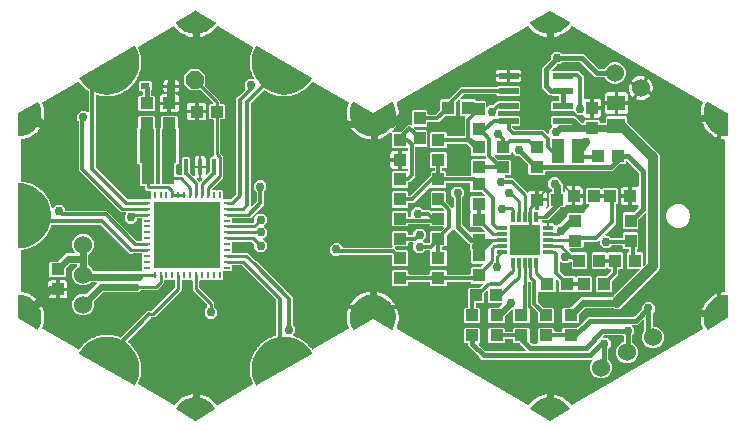
<source format=gbr>
G04 EAGLE Gerber RS-274X export*
G75*
%MOMM*%
%FSLAX34Y34*%
%LPD*%
%INBottom Copper*%
%IPPOS*%
%AMOC8*
5,1,8,0,0,1.08239X$1,22.5*%
G01*
%ADD10R,0.400000X1.399997*%
%ADD11C,1.000000*%
%ADD12R,0.254000X0.550000*%
%ADD13R,0.550000X0.254000*%
%ADD14R,5.600000X5.600000*%
%ADD15P,1.649562X8X22.500000*%
%ADD16R,1.100000X1.000000*%
%ADD17R,1.300000X1.500000*%
%ADD18C,1.524000*%
%ADD19R,0.300000X0.850000*%
%ADD20R,0.850000X0.300000*%
%ADD21R,2.650000X2.650000*%
%ADD22R,1.000000X1.100000*%
%ADD23R,1.500000X1.300000*%
%ADD24R,1.676400X0.508000*%
%ADD25R,0.800000X0.500000*%
%ADD26C,0.406400*%
%ADD27C,0.756400*%
%ADD28C,0.254000*%
%ADD29C,0.203200*%
%ADD30C,0.609600*%
%ADD31C,0.812800*%
%ADD32C,0.508000*%
%ADD33C,0.304800*%

G36*
X317812Y283727D02*
X317812Y283727D01*
X317831Y283772D01*
X318559Y286876D01*
X318560Y286912D01*
X318571Y286959D01*
X318772Y290141D01*
X318767Y290176D01*
X318770Y290225D01*
X318437Y293396D01*
X318426Y293429D01*
X318421Y293478D01*
X317563Y296549D01*
X317548Y296580D01*
X317534Y296627D01*
X316177Y299513D01*
X316159Y299536D01*
X316149Y299563D01*
X316100Y299615D01*
X316058Y299672D01*
X316033Y299687D01*
X316013Y299708D01*
X315948Y299737D01*
X315886Y299772D01*
X315857Y299776D01*
X315831Y299788D01*
X315760Y299789D01*
X315689Y299798D01*
X315661Y299790D01*
X315632Y299791D01*
X315539Y299756D01*
X315498Y299744D01*
X315489Y299737D01*
X315476Y299733D01*
X299225Y290376D01*
X282974Y299733D01*
X282947Y299742D01*
X282923Y299759D01*
X282853Y299773D01*
X282785Y299796D01*
X282756Y299793D01*
X282728Y299799D01*
X282658Y299785D01*
X282587Y299780D01*
X282561Y299766D01*
X282533Y299761D01*
X282474Y299721D01*
X282411Y299688D01*
X282392Y299666D01*
X282368Y299649D01*
X282311Y299567D01*
X282284Y299535D01*
X282281Y299524D01*
X282273Y299513D01*
X280916Y296627D01*
X280907Y296593D01*
X280887Y296549D01*
X280029Y293478D01*
X280027Y293443D01*
X280013Y293396D01*
X279680Y290225D01*
X279683Y290190D01*
X279678Y290141D01*
X279879Y286959D01*
X279888Y286925D01*
X279891Y286876D01*
X280619Y283772D01*
X280634Y283740D01*
X280645Y283693D01*
X281254Y282243D01*
X278451Y282243D01*
X278085Y283201D01*
X277423Y285929D01*
X277112Y288720D01*
X277157Y291528D01*
X277556Y294308D01*
X277774Y295097D01*
X277775Y295097D01*
X277985Y295858D01*
X278305Y297014D01*
X278313Y297033D01*
X278907Y298452D01*
X278929Y298544D01*
X278958Y298635D01*
X278957Y298664D01*
X278964Y298692D01*
X278956Y298786D01*
X278954Y298881D01*
X278945Y298908D01*
X278942Y298936D01*
X278904Y299023D01*
X278872Y299113D01*
X278854Y299135D01*
X278843Y299162D01*
X278779Y299232D01*
X278721Y299306D01*
X278692Y299328D01*
X278677Y299343D01*
X278648Y299359D01*
X278585Y299406D01*
X248861Y316567D01*
X248753Y316607D01*
X248648Y316650D01*
X248639Y316651D01*
X248631Y316654D01*
X248517Y316658D01*
X248402Y316665D01*
X248394Y316662D01*
X248385Y316663D01*
X248275Y316630D01*
X248165Y316600D01*
X248158Y316595D01*
X248149Y316593D01*
X248055Y316527D01*
X247960Y316463D01*
X247954Y316455D01*
X247948Y316451D01*
X247934Y316433D01*
X247851Y316336D01*
X247816Y316284D01*
X247815Y316284D01*
X247541Y315881D01*
X247526Y315849D01*
X247505Y315822D01*
X247475Y315739D01*
X247437Y315658D01*
X247433Y315623D01*
X247422Y315591D01*
X247416Y315512D01*
X246978Y315040D01*
X246960Y315012D01*
X246907Y314951D01*
X246778Y314761D01*
X246547Y314421D01*
X246482Y314391D01*
X246398Y314360D01*
X246371Y314339D01*
X246340Y314324D01*
X246213Y314214D01*
X244714Y312598D01*
X244695Y312569D01*
X244670Y312545D01*
X244628Y312467D01*
X244578Y312393D01*
X244569Y312359D01*
X244553Y312329D01*
X244536Y312255D01*
X244536Y312254D01*
X244536Y312252D01*
X244535Y312252D01*
X244032Y311850D01*
X244010Y311826D01*
X243949Y311773D01*
X243513Y311303D01*
X243445Y311283D01*
X243358Y311265D01*
X243328Y311248D01*
X243294Y311238D01*
X243153Y311148D01*
X241430Y309773D01*
X241406Y309748D01*
X241378Y309728D01*
X241324Y309657D01*
X241265Y309591D01*
X241251Y309559D01*
X241230Y309531D01*
X241201Y309457D01*
X240644Y309135D01*
X240618Y309114D01*
X240550Y309071D01*
X240049Y308672D01*
X239979Y308662D01*
X239890Y308657D01*
X239857Y308645D01*
X239823Y308640D01*
X239669Y308572D01*
X237761Y307470D01*
X237734Y307448D01*
X237703Y307432D01*
X237640Y307370D01*
X237571Y307314D01*
X237552Y307284D01*
X237527Y307260D01*
X237488Y307191D01*
X236889Y306956D01*
X236860Y306939D01*
X236786Y306907D01*
X236232Y306586D01*
X236160Y306587D01*
X236072Y306596D01*
X236038Y306588D01*
X236003Y306588D01*
X235841Y306544D01*
X233790Y305738D01*
X233760Y305721D01*
X233727Y305710D01*
X233655Y305658D01*
X233578Y305613D01*
X233556Y305586D01*
X233528Y305566D01*
X233478Y305504D01*
X232851Y305360D01*
X232820Y305348D01*
X232742Y305327D01*
X232146Y305093D01*
X232075Y305104D01*
X231989Y305126D01*
X231954Y305123D01*
X231920Y305129D01*
X231754Y305110D01*
X229605Y304619D01*
X229573Y304605D01*
X229538Y304600D01*
X229459Y304559D01*
X229377Y304526D01*
X229351Y304503D01*
X229320Y304487D01*
X229262Y304433D01*
X228620Y304385D01*
X228588Y304377D01*
X228508Y304368D01*
X227883Y304225D01*
X227815Y304247D01*
X227733Y304281D01*
X227698Y304284D01*
X227665Y304294D01*
X227498Y304300D01*
X225300Y304135D01*
X225266Y304127D01*
X225231Y304127D01*
X225147Y304098D01*
X225061Y304077D01*
X225031Y304058D01*
X224999Y304047D01*
X224933Y304002D01*
X224291Y304050D01*
X224258Y304047D01*
X224177Y304050D01*
X223539Y304002D01*
X223474Y304034D01*
X223399Y304080D01*
X223365Y304088D01*
X223334Y304103D01*
X223169Y304134D01*
X220971Y304298D01*
X220936Y304295D01*
X220902Y304300D01*
X220814Y304284D01*
X220726Y304277D01*
X220694Y304263D01*
X220660Y304257D01*
X220588Y304222D01*
X219961Y304365D01*
X219928Y304367D01*
X219848Y304382D01*
X219210Y304430D01*
X219151Y304470D01*
X219083Y304528D01*
X219050Y304540D01*
X219022Y304560D01*
X218863Y304615D01*
X216714Y305105D01*
X216680Y305107D01*
X216647Y305117D01*
X216558Y305115D01*
X216469Y305120D01*
X216435Y305111D01*
X216401Y305110D01*
X216325Y305086D01*
X215726Y305321D01*
X215693Y305328D01*
X215617Y305355D01*
X214993Y305497D01*
X214941Y305546D01*
X214882Y305613D01*
X214852Y305630D01*
X214826Y305654D01*
X214678Y305732D01*
X212626Y306537D01*
X212592Y306544D01*
X212561Y306559D01*
X212472Y306570D01*
X212385Y306589D01*
X212351Y306585D01*
X212316Y306589D01*
X212238Y306577D01*
X211680Y306898D01*
X211649Y306910D01*
X211578Y306948D01*
X210982Y307182D01*
X210938Y307238D01*
X210889Y307313D01*
X210862Y307334D01*
X210841Y307362D01*
X210706Y307461D01*
X208796Y308562D01*
X208764Y308575D01*
X208735Y308594D01*
X208649Y308618D01*
X208566Y308649D01*
X208532Y308651D01*
X208498Y308660D01*
X208419Y308660D01*
X207936Y309044D01*
X207849Y309093D01*
X207765Y309147D01*
X207742Y309153D01*
X207722Y309164D01*
X207623Y309183D01*
X207526Y309207D01*
X207503Y309205D01*
X207480Y309210D01*
X207381Y309196D01*
X207281Y309188D01*
X207260Y309179D01*
X207236Y309176D01*
X207146Y309131D01*
X207055Y309092D01*
X207032Y309074D01*
X207016Y309066D01*
X206993Y309043D01*
X206924Y308987D01*
X196343Y298407D01*
X196290Y298333D01*
X196231Y298263D01*
X196219Y298233D01*
X196200Y298207D01*
X196173Y298120D01*
X196139Y298035D01*
X196134Y297994D01*
X196128Y297972D01*
X196128Y297940D01*
X196120Y297869D01*
X196120Y232584D01*
X196135Y232494D01*
X196142Y232403D01*
X196145Y232397D01*
X196145Y211819D01*
X196157Y211749D01*
X196158Y211677D01*
X196176Y211628D01*
X196185Y211577D01*
X196218Y211513D01*
X196243Y211446D01*
X196275Y211405D01*
X196300Y211359D01*
X196352Y211310D01*
X196397Y211254D01*
X196440Y211226D01*
X196478Y211190D01*
X196543Y211160D01*
X196603Y211121D01*
X196654Y211108D01*
X196701Y211086D01*
X196772Y211078D01*
X196842Y211061D01*
X196894Y211065D01*
X196946Y211059D01*
X197016Y211074D01*
X197087Y211080D01*
X197135Y211100D01*
X197186Y211111D01*
X197248Y211148D01*
X197314Y211176D01*
X197370Y211221D01*
X197397Y211238D01*
X197412Y211255D01*
X197445Y211281D01*
X200722Y214559D01*
X200775Y214633D01*
X200835Y214702D01*
X200847Y214732D01*
X200866Y214758D01*
X200892Y214846D01*
X200927Y214930D01*
X200931Y214971D01*
X200938Y214993D01*
X200937Y215026D01*
X200945Y215097D01*
X200945Y223035D01*
X200930Y223125D01*
X200923Y223216D01*
X200911Y223246D01*
X200905Y223278D01*
X200863Y223358D01*
X200827Y223442D01*
X200801Y223474D01*
X200790Y223495D01*
X200767Y223517D01*
X200722Y223573D01*
X198687Y225608D01*
X198687Y230004D01*
X201796Y233113D01*
X206192Y233113D01*
X209300Y230004D01*
X209300Y225608D01*
X207265Y223573D01*
X207212Y223499D01*
X207153Y223430D01*
X207141Y223400D01*
X207122Y223373D01*
X207095Y223286D01*
X207061Y223202D01*
X207056Y223161D01*
X207050Y223138D01*
X207050Y223106D01*
X207042Y223035D01*
X207042Y212256D01*
X195773Y200987D01*
X193247Y200987D01*
X193216Y201018D01*
X193142Y201071D01*
X193073Y201130D01*
X193043Y201142D01*
X193017Y201161D01*
X192930Y201188D01*
X192845Y201222D01*
X192804Y201227D01*
X192782Y201233D01*
X192749Y201233D01*
X192678Y201241D01*
X180917Y201241D01*
X180898Y201237D01*
X180878Y201239D01*
X180777Y201217D01*
X180674Y201201D01*
X180657Y201191D01*
X180637Y201187D01*
X180548Y201134D01*
X180457Y201086D01*
X180443Y201071D01*
X180426Y201061D01*
X180359Y200982D01*
X180288Y200907D01*
X180279Y200889D01*
X180266Y200874D01*
X180228Y200778D01*
X180184Y200684D01*
X180182Y200665D01*
X180174Y200646D01*
X180156Y200479D01*
X180156Y197589D01*
X180159Y197569D01*
X180157Y197550D01*
X180179Y197449D01*
X180196Y197346D01*
X180205Y197329D01*
X180209Y197309D01*
X180262Y197220D01*
X180311Y197129D01*
X180325Y197115D01*
X180335Y197098D01*
X180414Y197031D01*
X180489Y196960D01*
X180507Y196951D01*
X180522Y196938D01*
X180619Y196900D01*
X180712Y196856D01*
X180732Y196854D01*
X180751Y196846D01*
X180917Y196828D01*
X197264Y196828D01*
X197354Y196843D01*
X197445Y196850D01*
X197475Y196862D01*
X197507Y196868D01*
X197587Y196910D01*
X197671Y196946D01*
X197703Y196972D01*
X197724Y196983D01*
X197746Y197006D01*
X197802Y197051D01*
X198861Y198110D01*
X198907Y198173D01*
X198927Y198195D01*
X198931Y198204D01*
X198973Y198253D01*
X198986Y198283D01*
X199004Y198309D01*
X199031Y198396D01*
X199065Y198481D01*
X199070Y198522D01*
X199077Y198544D01*
X199076Y198577D01*
X199084Y198648D01*
X199084Y201754D01*
X202192Y204863D01*
X206589Y204863D01*
X209697Y201754D01*
X209697Y197358D01*
X207193Y194854D01*
X207182Y194838D01*
X207166Y194825D01*
X207110Y194738D01*
X207050Y194654D01*
X207044Y194635D01*
X207033Y194618D01*
X207008Y194518D01*
X206977Y194419D01*
X206978Y194399D01*
X206973Y194380D01*
X206981Y194277D01*
X206984Y194173D01*
X206990Y194154D01*
X206992Y194135D01*
X207032Y194040D01*
X207068Y193942D01*
X207081Y193927D01*
X207088Y193908D01*
X207193Y193777D01*
X209697Y191273D01*
X209697Y186877D01*
X206796Y183976D01*
X206785Y183960D01*
X206769Y183947D01*
X206713Y183860D01*
X206653Y183776D01*
X206647Y183757D01*
X206636Y183740D01*
X206611Y183640D01*
X206580Y183541D01*
X206581Y183521D01*
X206576Y183502D01*
X206584Y183399D01*
X206587Y183295D01*
X206594Y183276D01*
X206595Y183256D01*
X206636Y183162D01*
X206671Y183064D01*
X206684Y183048D01*
X206691Y183030D01*
X206796Y182899D01*
X209697Y179998D01*
X209697Y175602D01*
X206589Y172493D01*
X202192Y172493D01*
X199084Y175602D01*
X199084Y178839D01*
X199081Y178855D01*
X199083Y178870D01*
X199069Y178935D01*
X199062Y179020D01*
X199049Y179050D01*
X199044Y179082D01*
X199032Y179105D01*
X199031Y179110D01*
X199017Y179134D01*
X199002Y179162D01*
X198966Y179246D01*
X198940Y179279D01*
X198929Y179299D01*
X198906Y179321D01*
X198861Y179377D01*
X197226Y181013D01*
X197152Y181066D01*
X197082Y181125D01*
X197052Y181137D01*
X197026Y181156D01*
X196939Y181183D01*
X196854Y181217D01*
X196813Y181222D01*
X196791Y181228D01*
X196759Y181228D01*
X196687Y181236D01*
X180917Y181236D01*
X180898Y181232D01*
X180878Y181234D01*
X180777Y181212D01*
X180674Y181196D01*
X180657Y181186D01*
X180637Y181182D01*
X180548Y181129D01*
X180457Y181081D01*
X180443Y181066D01*
X180426Y181056D01*
X180359Y180977D01*
X180288Y180902D01*
X180279Y180884D01*
X180266Y180869D01*
X180228Y180773D01*
X180184Y180679D01*
X180182Y180660D01*
X180174Y180641D01*
X180156Y180474D01*
X180156Y177128D01*
X180095Y177067D01*
X180084Y177051D01*
X180068Y177038D01*
X180038Y176992D01*
X180022Y176975D01*
X180009Y176948D01*
X179952Y176867D01*
X179946Y176848D01*
X179935Y176832D01*
X179910Y176731D01*
X179879Y176632D01*
X179880Y176612D01*
X179875Y176593D01*
X179883Y176490D01*
X179886Y176386D01*
X179893Y176368D01*
X179894Y176348D01*
X179935Y176253D01*
X179970Y176155D01*
X179983Y176140D01*
X179991Y176121D01*
X180095Y175990D01*
X180156Y175930D01*
X180156Y172583D01*
X180159Y172564D01*
X180157Y172544D01*
X180179Y172443D01*
X180196Y172340D01*
X180205Y172323D01*
X180209Y172303D01*
X180262Y172214D01*
X180311Y172123D01*
X180325Y172109D01*
X180335Y172092D01*
X180414Y172025D01*
X180489Y171954D01*
X180507Y171945D01*
X180522Y171932D01*
X180619Y171894D01*
X180712Y171850D01*
X180732Y171848D01*
X180751Y171840D01*
X180917Y171822D01*
X193287Y171822D01*
X195147Y169962D01*
X199953Y165155D01*
X200027Y165102D01*
X200097Y165043D01*
X200127Y165031D01*
X200153Y165012D01*
X200240Y164985D01*
X200325Y164951D01*
X200366Y164946D01*
X200388Y164939D01*
X200420Y164940D01*
X200492Y164932D01*
X200536Y164932D01*
X231366Y134102D01*
X231366Y111508D01*
X231380Y111418D01*
X231388Y111327D01*
X231400Y111297D01*
X231405Y111265D01*
X231448Y111184D01*
X231484Y111101D01*
X231510Y111068D01*
X231521Y111048D01*
X231544Y111026D01*
X231589Y110970D01*
X233624Y108935D01*
X233624Y104538D01*
X231709Y102624D01*
X231678Y102581D01*
X231640Y102544D01*
X231607Y102481D01*
X231566Y102424D01*
X231550Y102373D01*
X231525Y102327D01*
X231514Y102256D01*
X231493Y102189D01*
X231495Y102136D01*
X231486Y102084D01*
X231498Y102014D01*
X231500Y101943D01*
X231518Y101893D01*
X231526Y101841D01*
X231560Y101779D01*
X231584Y101712D01*
X231617Y101671D01*
X231642Y101624D01*
X231693Y101575D01*
X231738Y101520D01*
X231782Y101491D01*
X231821Y101455D01*
X231921Y101402D01*
X231945Y101387D01*
X231955Y101384D01*
X231969Y101377D01*
X232742Y101073D01*
X232774Y101066D01*
X232851Y101040D01*
X233475Y100897D01*
X233527Y100848D01*
X233586Y100781D01*
X233616Y100764D01*
X233641Y100740D01*
X233790Y100662D01*
X235841Y99856D01*
X235875Y99848D01*
X235906Y99833D01*
X235995Y99823D01*
X236082Y99804D01*
X236116Y99808D01*
X236151Y99804D01*
X236229Y99815D01*
X236786Y99493D01*
X236817Y99482D01*
X236889Y99444D01*
X237485Y99210D01*
X237529Y99153D01*
X237577Y99079D01*
X237604Y99057D01*
X237626Y99030D01*
X237761Y98930D01*
X239669Y97828D01*
X239702Y97815D01*
X239731Y97796D01*
X239816Y97772D01*
X239899Y97741D01*
X239934Y97739D01*
X239968Y97730D01*
X240047Y97730D01*
X240550Y97329D01*
X240579Y97313D01*
X240644Y97265D01*
X241198Y96944D01*
X241234Y96882D01*
X241270Y96801D01*
X241294Y96775D01*
X241311Y96745D01*
X241430Y96627D01*
X243153Y95252D01*
X243183Y95235D01*
X243208Y95211D01*
X243220Y95206D01*
X243223Y95203D01*
X243251Y95192D01*
X243289Y95175D01*
X243367Y95132D01*
X243401Y95125D01*
X243433Y95111D01*
X243511Y95099D01*
X243949Y94627D01*
X243975Y94607D01*
X244032Y94550D01*
X244533Y94150D01*
X244553Y94097D01*
X244563Y94052D01*
X244571Y94039D01*
X244582Y93998D01*
X244602Y93969D01*
X244614Y93937D01*
X244714Y93802D01*
X246213Y92186D01*
X246240Y92164D01*
X246262Y92137D01*
X246337Y92089D01*
X246407Y92035D01*
X246440Y92023D01*
X246469Y92005D01*
X246545Y91981D01*
X246907Y91449D01*
X246930Y91425D01*
X246978Y91360D01*
X247414Y90891D01*
X247429Y90821D01*
X247440Y90733D01*
X247455Y90701D01*
X247462Y90667D01*
X247541Y90519D01*
X247851Y90064D01*
X247871Y90043D01*
X247876Y90035D01*
X247892Y90021D01*
X247930Y89981D01*
X248007Y89896D01*
X248015Y89892D01*
X248021Y89886D01*
X248122Y89832D01*
X248222Y89777D01*
X248231Y89775D01*
X248238Y89771D01*
X248351Y89753D01*
X248464Y89732D01*
X248472Y89733D01*
X248481Y89731D01*
X248594Y89750D01*
X248707Y89766D01*
X248717Y89770D01*
X248724Y89771D01*
X248744Y89782D01*
X248861Y89833D01*
X278585Y106994D01*
X278657Y107053D01*
X278734Y107106D01*
X278752Y107130D01*
X278775Y107150D01*
X278825Y107229D01*
X278880Y107304D01*
X278890Y107332D01*
X278906Y107358D01*
X278928Y107449D01*
X278957Y107537D01*
X278956Y107568D01*
X278963Y107597D01*
X278955Y107690D01*
X278954Y107783D01*
X278944Y107820D01*
X278942Y107842D01*
X278929Y107872D01*
X278907Y107945D01*
X278259Y109509D01*
X277510Y112307D01*
X277132Y115178D01*
X277132Y118074D01*
X277510Y120946D01*
X278259Y123743D01*
X278431Y124157D01*
X281254Y124157D01*
X280645Y122707D01*
X280638Y122673D01*
X280619Y122628D01*
X279891Y119524D01*
X279890Y119488D01*
X279879Y119441D01*
X279678Y116259D01*
X279683Y116224D01*
X279680Y116175D01*
X280013Y113004D01*
X280024Y112971D01*
X280029Y112922D01*
X280887Y109851D01*
X280902Y109820D01*
X280916Y109773D01*
X282273Y106887D01*
X282291Y106864D01*
X282301Y106837D01*
X282350Y106785D01*
X282392Y106728D01*
X282417Y106713D01*
X282437Y106692D01*
X282502Y106663D01*
X282564Y106628D01*
X282593Y106624D01*
X282619Y106612D01*
X282690Y106611D01*
X282761Y106602D01*
X282789Y106610D01*
X282818Y106610D01*
X282911Y106644D01*
X282952Y106656D01*
X282961Y106663D01*
X282974Y106667D01*
X299225Y116024D01*
X315476Y106667D01*
X315504Y106658D01*
X315528Y106641D01*
X315597Y106627D01*
X315665Y106604D01*
X315694Y106607D01*
X315722Y106601D01*
X315792Y106615D01*
X315863Y106620D01*
X315889Y106634D01*
X315917Y106639D01*
X315976Y106679D01*
X316039Y106712D01*
X316058Y106734D01*
X316082Y106751D01*
X316139Y106833D01*
X316166Y106865D01*
X316169Y106876D01*
X316177Y106887D01*
X317534Y109773D01*
X317543Y109807D01*
X317563Y109851D01*
X318421Y112922D01*
X318423Y112957D01*
X318437Y113004D01*
X318770Y116175D01*
X318767Y116210D01*
X318772Y116259D01*
X318571Y119441D01*
X318562Y119475D01*
X318559Y119524D01*
X317831Y122628D01*
X317817Y122660D01*
X317805Y122707D01*
X317196Y124157D01*
X320019Y124157D01*
X320191Y123743D01*
X320940Y120946D01*
X321318Y118074D01*
X321318Y115178D01*
X320940Y112307D01*
X320191Y109509D01*
X320085Y109253D01*
X319543Y107945D01*
X319521Y107854D01*
X319493Y107765D01*
X319493Y107734D01*
X319486Y107705D01*
X319495Y107612D01*
X319497Y107519D01*
X319507Y107490D01*
X319509Y107460D01*
X319547Y107375D01*
X319578Y107287D01*
X319597Y107263D01*
X319609Y107235D01*
X319673Y107167D01*
X319730Y107093D01*
X319761Y107071D01*
X319776Y107054D01*
X319804Y107039D01*
X319865Y106994D01*
X430591Y43068D01*
X430682Y43034D01*
X430769Y42994D01*
X430796Y42991D01*
X430822Y42981D01*
X430918Y42978D01*
X431013Y42967D01*
X431040Y42973D01*
X431067Y42972D01*
X431160Y42999D01*
X431253Y43020D01*
X431277Y43034D01*
X431303Y43042D01*
X431382Y43097D01*
X431464Y43147D01*
X431488Y43172D01*
X431504Y43183D01*
X431524Y43210D01*
X431580Y43268D01*
X432186Y44072D01*
X432415Y44375D01*
X434312Y46332D01*
X436436Y48040D01*
X438753Y49475D01*
X441229Y50614D01*
X443826Y51440D01*
X446505Y51941D01*
X447702Y52015D01*
X447702Y49464D01*
X447692Y49464D01*
X447659Y49457D01*
X447612Y49457D01*
X444585Y48965D01*
X444554Y48953D01*
X444507Y48946D01*
X441599Y47975D01*
X441570Y47958D01*
X441525Y47944D01*
X438810Y46519D01*
X438784Y46497D01*
X438742Y46476D01*
X436291Y44634D01*
X436268Y44609D01*
X436231Y44581D01*
X434107Y42369D01*
X434089Y42341D01*
X434056Y42307D01*
X432314Y39784D01*
X432303Y39757D01*
X432284Y39735D01*
X432264Y39666D01*
X432236Y39601D01*
X432236Y39572D01*
X432228Y39544D01*
X432236Y39473D01*
X432236Y39402D01*
X432247Y39375D01*
X432250Y39346D01*
X432285Y39284D01*
X432313Y39219D01*
X432333Y39198D01*
X432348Y39173D01*
X432411Y39121D01*
X432415Y39116D01*
X432424Y39110D01*
X432425Y39110D01*
X432455Y39080D01*
X432465Y39076D01*
X432476Y39067D01*
X448976Y29567D01*
X449049Y29543D01*
X449119Y29512D01*
X449143Y29512D01*
X449165Y29504D01*
X449241Y29511D01*
X449318Y29510D01*
X449342Y29519D01*
X449363Y29520D01*
X449402Y29541D01*
X449474Y29567D01*
X465974Y39067D01*
X465996Y39086D01*
X466022Y39099D01*
X466056Y39137D01*
X466059Y39139D01*
X466062Y39143D01*
X466070Y39152D01*
X466123Y39199D01*
X466136Y39225D01*
X466155Y39247D01*
X466178Y39314D01*
X466209Y39378D01*
X466211Y39407D01*
X466220Y39434D01*
X466215Y39506D01*
X466218Y39577D01*
X466208Y39604D01*
X466206Y39633D01*
X466164Y39723D01*
X466149Y39763D01*
X466142Y39771D01*
X466136Y39784D01*
X464394Y42307D01*
X464370Y42331D01*
X464343Y42369D01*
X462219Y44581D01*
X462191Y44600D01*
X462159Y44634D01*
X459708Y46476D01*
X459677Y46490D01*
X459640Y46519D01*
X456925Y47944D01*
X456892Y47953D01*
X456851Y47975D01*
X453943Y48946D01*
X453916Y48949D01*
X453907Y48951D01*
X453865Y48965D01*
X450838Y49457D01*
X450804Y49456D01*
X450758Y49464D01*
X450748Y49464D01*
X450748Y52015D01*
X451945Y51941D01*
X454624Y51440D01*
X457221Y50614D01*
X459697Y49475D01*
X462014Y48040D01*
X462058Y48005D01*
X464137Y46332D01*
X466035Y44375D01*
X466870Y43269D01*
X466940Y43202D01*
X467005Y43131D01*
X467029Y43118D01*
X467048Y43099D01*
X467136Y43058D01*
X467220Y43011D01*
X467247Y43006D01*
X467271Y42995D01*
X467367Y42984D01*
X467461Y42966D01*
X467488Y42970D01*
X467516Y42967D01*
X467610Y42987D01*
X467705Y43001D01*
X467736Y43014D01*
X467756Y43019D01*
X467784Y43035D01*
X467859Y43068D01*
X578587Y106995D01*
X578659Y107054D01*
X578736Y107107D01*
X578754Y107132D01*
X578778Y107151D01*
X578827Y107230D01*
X578883Y107304D01*
X578892Y107333D01*
X578909Y107360D01*
X578930Y107450D01*
X578959Y107538D01*
X578959Y107569D01*
X578966Y107599D01*
X578958Y107691D01*
X578957Y107784D01*
X578946Y107821D01*
X578944Y107844D01*
X578931Y107873D01*
X578910Y107945D01*
X578265Y109508D01*
X577521Y112301D01*
X577147Y115168D01*
X577150Y118059D01*
X577218Y118571D01*
X577285Y119077D01*
X579857Y119077D01*
X579841Y119002D01*
X579841Y118968D01*
X579832Y118922D01*
X579705Y115865D01*
X579710Y115831D01*
X579708Y115784D01*
X580073Y112746D01*
X580084Y112714D01*
X580089Y112668D01*
X580937Y109728D01*
X580953Y109698D01*
X580965Y109653D01*
X582274Y106887D01*
X582291Y106864D01*
X582301Y106837D01*
X582350Y106785D01*
X582393Y106727D01*
X582418Y106713D01*
X582437Y106692D01*
X582503Y106663D01*
X582565Y106627D01*
X582593Y106624D01*
X582619Y106612D01*
X582691Y106611D01*
X582762Y106602D01*
X582789Y106610D01*
X582818Y106610D01*
X582913Y106645D01*
X582953Y106656D01*
X582962Y106663D01*
X582974Y106667D01*
X599474Y116167D01*
X599533Y116219D01*
X599595Y116265D01*
X599606Y116284D01*
X599623Y116299D01*
X599657Y116369D01*
X599697Y116436D01*
X599701Y116461D01*
X599709Y116478D01*
X599711Y116523D01*
X599724Y116600D01*
X599724Y135600D01*
X599719Y135628D01*
X599721Y135656D01*
X599699Y135724D01*
X599685Y135795D01*
X599669Y135818D01*
X599660Y135845D01*
X599613Y135900D01*
X599572Y135959D01*
X599548Y135974D01*
X599530Y135996D01*
X599465Y136027D01*
X599405Y136066D01*
X599377Y136071D01*
X599351Y136083D01*
X599250Y136092D01*
X599208Y136099D01*
X599198Y136097D01*
X599185Y136098D01*
X596135Y135855D01*
X596103Y135846D01*
X596056Y135842D01*
X593848Y135301D01*
X593848Y137984D01*
X594916Y138269D01*
X596561Y138483D01*
X596651Y138510D01*
X596743Y138530D01*
X596768Y138545D01*
X596797Y138554D01*
X596873Y138608D01*
X596954Y138656D01*
X596973Y138679D01*
X596998Y138696D01*
X597053Y138772D01*
X597087Y138812D01*
X597093Y138817D01*
X597093Y138819D01*
X597114Y138843D01*
X597125Y138871D01*
X597143Y138895D01*
X597171Y138984D01*
X597176Y138996D01*
X597196Y139041D01*
X597197Y139050D01*
X597206Y139071D01*
X597210Y139109D01*
X597216Y139129D01*
X597216Y139162D01*
X597224Y139238D01*
X597224Y267162D01*
X597223Y267171D01*
X597223Y267175D01*
X597219Y267195D01*
X597209Y267255D01*
X597201Y267348D01*
X597189Y267375D01*
X597185Y267405D01*
X597141Y267488D01*
X597103Y267574D01*
X597083Y267596D01*
X597069Y267622D01*
X597002Y267687D01*
X596939Y267756D01*
X596913Y267771D01*
X596891Y267792D01*
X596806Y267831D01*
X596724Y267877D01*
X596688Y267886D01*
X596668Y267895D01*
X596635Y267899D01*
X596561Y267917D01*
X594917Y268131D01*
X593848Y268416D01*
X593848Y271099D01*
X596056Y270558D01*
X596090Y270556D01*
X596135Y270545D01*
X599185Y270302D01*
X599214Y270306D01*
X599242Y270301D01*
X599311Y270318D01*
X599383Y270326D01*
X599407Y270341D01*
X599435Y270347D01*
X599493Y270390D01*
X599555Y270426D01*
X599572Y270448D01*
X599595Y270465D01*
X599632Y270527D01*
X599675Y270584D01*
X599682Y270612D01*
X599697Y270636D01*
X599713Y270736D01*
X599724Y270777D01*
X599722Y270787D01*
X599724Y270800D01*
X599724Y289800D01*
X599709Y289876D01*
X599700Y289954D01*
X599689Y289973D01*
X599685Y289995D01*
X599641Y290059D01*
X599602Y290127D01*
X599583Y290143D01*
X599572Y290159D01*
X599534Y290183D01*
X599474Y290233D01*
X582974Y299733D01*
X582947Y299742D01*
X582923Y299758D01*
X582853Y299773D01*
X582785Y299796D01*
X582757Y299793D01*
X582729Y299799D01*
X582659Y299786D01*
X582587Y299780D01*
X582562Y299767D01*
X582534Y299761D01*
X582474Y299721D01*
X582411Y299688D01*
X582393Y299666D01*
X582369Y299650D01*
X582311Y299567D01*
X582284Y299535D01*
X582281Y299524D01*
X582274Y299514D01*
X580965Y296748D01*
X580957Y296715D01*
X580937Y296672D01*
X580089Y293732D01*
X580086Y293698D01*
X580073Y293654D01*
X579708Y290616D01*
X579711Y290582D01*
X579705Y290535D01*
X579832Y287478D01*
X579840Y287445D01*
X579841Y287398D01*
X579857Y287323D01*
X577285Y287323D01*
X577150Y288341D01*
X577147Y291232D01*
X577520Y294099D01*
X578265Y296892D01*
X578910Y298455D01*
X578932Y298545D01*
X578960Y298634D01*
X578959Y298664D01*
X578966Y298694D01*
X578958Y298787D01*
X578956Y298880D01*
X578946Y298909D01*
X578943Y298939D01*
X578905Y299024D01*
X578874Y299111D01*
X578855Y299136D01*
X578843Y299164D01*
X578780Y299232D01*
X578723Y299305D01*
X578691Y299328D01*
X578676Y299345D01*
X578648Y299360D01*
X578587Y299405D01*
X467859Y363332D01*
X467772Y363365D01*
X467688Y363404D01*
X467658Y363408D01*
X467629Y363419D01*
X467536Y363422D01*
X467443Y363433D01*
X467414Y363426D01*
X467383Y363428D01*
X467294Y363401D01*
X467203Y363382D01*
X467177Y363366D01*
X467148Y363358D01*
X467071Y363304D01*
X466991Y363257D01*
X466964Y363229D01*
X466946Y363216D01*
X466927Y363190D01*
X466875Y363136D01*
X466200Y362256D01*
X465871Y361828D01*
X465525Y361481D01*
X463824Y359780D01*
X461526Y358017D01*
X459018Y356569D01*
X456342Y355461D01*
X453545Y354711D01*
X450748Y354343D01*
X450748Y356936D01*
X450758Y356936D01*
X450791Y356943D01*
X450838Y356943D01*
X453865Y357435D01*
X453896Y357447D01*
X453943Y357454D01*
X456851Y358425D01*
X456881Y358442D01*
X456925Y358456D01*
X459640Y359881D01*
X459666Y359903D01*
X459708Y359924D01*
X462159Y361766D01*
X462182Y361791D01*
X462219Y361819D01*
X464343Y364031D01*
X464361Y364059D01*
X464394Y364093D01*
X466136Y366616D01*
X466147Y366643D01*
X466166Y366665D01*
X466186Y366734D01*
X466214Y366799D01*
X466214Y366828D01*
X466222Y366856D01*
X466214Y366927D01*
X466215Y366998D01*
X466203Y367025D01*
X466200Y367054D01*
X466165Y367116D01*
X466137Y367181D01*
X466117Y367202D01*
X466102Y367227D01*
X466025Y367290D01*
X465995Y367320D01*
X465985Y367324D01*
X465974Y367333D01*
X449474Y376833D01*
X449401Y376857D01*
X449331Y376888D01*
X449307Y376888D01*
X449285Y376896D01*
X449209Y376890D01*
X449132Y376891D01*
X449108Y376881D01*
X449087Y376880D01*
X449048Y376859D01*
X448976Y376833D01*
X432476Y367333D01*
X432454Y367314D01*
X432428Y367301D01*
X432380Y367248D01*
X432327Y367201D01*
X432314Y367175D01*
X432295Y367154D01*
X432272Y367086D01*
X432241Y367022D01*
X432240Y366993D01*
X432230Y366966D01*
X432235Y366894D01*
X432232Y366823D01*
X432242Y366796D01*
X432244Y366767D01*
X432286Y366677D01*
X432301Y366637D01*
X432308Y366629D01*
X432314Y366616D01*
X434056Y364093D01*
X434080Y364069D01*
X434107Y364031D01*
X436231Y361819D01*
X436259Y361800D01*
X436291Y361766D01*
X438742Y359924D01*
X438773Y359910D01*
X438810Y359881D01*
X441525Y358456D01*
X441558Y358447D01*
X441599Y358425D01*
X444507Y357454D01*
X444541Y357450D01*
X444585Y357435D01*
X447612Y356943D01*
X447646Y356944D01*
X447692Y356936D01*
X447702Y356936D01*
X447702Y354343D01*
X444905Y354711D01*
X442108Y355461D01*
X439432Y356569D01*
X436924Y358017D01*
X434627Y359780D01*
X432579Y361828D01*
X431575Y363136D01*
X431507Y363199D01*
X431444Y363269D01*
X431418Y363283D01*
X431396Y363304D01*
X431311Y363343D01*
X431230Y363388D01*
X431200Y363394D01*
X431172Y363407D01*
X431080Y363416D01*
X430988Y363433D01*
X430958Y363429D01*
X430928Y363432D01*
X430837Y363412D01*
X430744Y363399D01*
X430709Y363384D01*
X430688Y363379D01*
X430660Y363362D01*
X430591Y363332D01*
X319864Y299406D01*
X319791Y299346D01*
X319713Y299291D01*
X319696Y299268D01*
X319674Y299250D01*
X319624Y299169D01*
X319568Y299093D01*
X319559Y299066D01*
X319543Y299042D01*
X319521Y298949D01*
X319492Y298859D01*
X319493Y298830D01*
X319486Y298802D01*
X319494Y298708D01*
X319496Y298613D01*
X319506Y298578D01*
X319508Y298557D01*
X319521Y298527D01*
X319543Y298452D01*
X320145Y297014D01*
X320894Y294308D01*
X321293Y291528D01*
X321338Y288720D01*
X321027Y285929D01*
X320365Y283201D01*
X319999Y282243D01*
X317196Y282243D01*
X317805Y283693D01*
X317812Y283727D01*
G37*
%LPC*%
G36*
X377250Y112307D02*
X377250Y112307D01*
X376357Y113200D01*
X376357Y124463D01*
X377250Y125356D01*
X379571Y125356D01*
X379591Y125359D01*
X379611Y125357D01*
X379712Y125379D01*
X379814Y125396D01*
X379832Y125405D01*
X379851Y125409D01*
X379940Y125462D01*
X380031Y125511D01*
X380045Y125525D01*
X380062Y125535D01*
X380130Y125614D01*
X380201Y125689D01*
X380209Y125707D01*
X380222Y125722D01*
X380261Y125819D01*
X380304Y125912D01*
X380307Y125932D01*
X380314Y125951D01*
X380333Y126117D01*
X380333Y129215D01*
X380318Y129305D01*
X380311Y129396D01*
X380298Y129425D01*
X380293Y129457D01*
X380250Y129538D01*
X380214Y129622D01*
X380189Y129654D01*
X380178Y129675D01*
X380154Y129697D01*
X380110Y129753D01*
X379763Y130100D01*
X379763Y141363D01*
X380656Y142256D01*
X389824Y142256D01*
X389914Y142271D01*
X390005Y142278D01*
X390034Y142290D01*
X390066Y142296D01*
X390147Y142338D01*
X390231Y142374D01*
X390263Y142400D01*
X390284Y142411D01*
X390306Y142434D01*
X390362Y142479D01*
X392190Y144307D01*
X392232Y144365D01*
X392281Y144417D01*
X392303Y144465D01*
X392333Y144507D01*
X392354Y144575D01*
X392385Y144640D01*
X392390Y144692D01*
X392406Y144742D01*
X392404Y144814D01*
X392412Y144885D01*
X392401Y144936D01*
X392399Y144988D01*
X392375Y145055D01*
X392360Y145125D01*
X392333Y145170D01*
X392315Y145219D01*
X392270Y145275D01*
X392233Y145336D01*
X392194Y145370D01*
X392161Y145411D01*
X392101Y145449D01*
X392046Y145496D01*
X391998Y145516D01*
X391954Y145544D01*
X391885Y145561D01*
X391818Y145588D01*
X391747Y145596D01*
X391716Y145604D01*
X391692Y145602D01*
X391652Y145607D01*
X383306Y145607D01*
X382406Y146507D01*
X382390Y146581D01*
X382373Y146683D01*
X382364Y146700D01*
X382359Y146720D01*
X382306Y146809D01*
X382258Y146900D01*
X382244Y146914D01*
X382233Y146931D01*
X382155Y146998D01*
X382080Y147070D01*
X382062Y147078D01*
X382046Y147091D01*
X381950Y147130D01*
X381857Y147173D01*
X381837Y147175D01*
X381818Y147183D01*
X381652Y147201D01*
X362592Y147201D01*
X362573Y147198D01*
X362553Y147200D01*
X362452Y147178D01*
X362349Y147162D01*
X362332Y147152D01*
X362312Y147148D01*
X362223Y147095D01*
X362132Y147046D01*
X362118Y147032D01*
X362101Y147022D01*
X362034Y146943D01*
X361963Y146868D01*
X361954Y146850D01*
X361941Y146835D01*
X361903Y146739D01*
X361859Y146645D01*
X361857Y146625D01*
X361849Y146607D01*
X361831Y146440D01*
X361831Y144618D01*
X360938Y143725D01*
X348675Y143725D01*
X347782Y144618D01*
X347782Y146440D01*
X347778Y146460D01*
X347780Y146479D01*
X347758Y146581D01*
X347742Y146683D01*
X347732Y146700D01*
X347728Y146720D01*
X347675Y146809D01*
X347627Y146900D01*
X347612Y146914D01*
X347602Y146931D01*
X347523Y146998D01*
X347448Y147070D01*
X347430Y147078D01*
X347415Y147091D01*
X347319Y147130D01*
X347225Y147173D01*
X347206Y147175D01*
X347187Y147183D01*
X347020Y147201D01*
X330048Y147201D01*
X330029Y147198D01*
X330009Y147200D01*
X329908Y147178D01*
X329806Y147162D01*
X329788Y147152D01*
X329769Y147148D01*
X329680Y147095D01*
X329588Y147046D01*
X329575Y147032D01*
X329558Y147022D01*
X329490Y146943D01*
X329419Y146868D01*
X329411Y146850D01*
X329398Y146835D01*
X329359Y146739D01*
X329315Y146645D01*
X329313Y146625D01*
X329306Y146607D01*
X329287Y146440D01*
X329287Y144618D01*
X328394Y143725D01*
X316131Y143725D01*
X315238Y144618D01*
X315238Y155882D01*
X316131Y156775D01*
X328394Y156775D01*
X329287Y155882D01*
X329287Y154060D01*
X329290Y154040D01*
X329288Y154021D01*
X329310Y153919D01*
X329327Y153817D01*
X329336Y153800D01*
X329341Y153780D01*
X329394Y153691D01*
X329442Y153600D01*
X329456Y153586D01*
X329467Y153569D01*
X329545Y153502D01*
X329620Y153430D01*
X329638Y153422D01*
X329654Y153409D01*
X329750Y153370D01*
X329843Y153327D01*
X329863Y153325D01*
X329882Y153317D01*
X330048Y153299D01*
X347020Y153299D01*
X347040Y153302D01*
X347060Y153300D01*
X347161Y153322D01*
X347263Y153338D01*
X347281Y153348D01*
X347300Y153352D01*
X347389Y153405D01*
X347480Y153454D01*
X347494Y153468D01*
X347511Y153478D01*
X347579Y153557D01*
X347650Y153632D01*
X347658Y153650D01*
X347671Y153665D01*
X347710Y153761D01*
X347753Y153855D01*
X347756Y153875D01*
X347763Y153893D01*
X347782Y154060D01*
X347782Y155882D01*
X348675Y156775D01*
X360938Y156775D01*
X361831Y155882D01*
X361831Y154060D01*
X361834Y154040D01*
X361832Y154021D01*
X361854Y153919D01*
X361871Y153817D01*
X361880Y153800D01*
X361884Y153780D01*
X361937Y153691D01*
X361986Y153600D01*
X362000Y153586D01*
X362010Y153569D01*
X362089Y153502D01*
X362164Y153430D01*
X362182Y153422D01*
X362197Y153409D01*
X362294Y153370D01*
X362387Y153327D01*
X362407Y153325D01*
X362426Y153317D01*
X362592Y153299D01*
X381652Y153299D01*
X381671Y153302D01*
X381691Y153300D01*
X381792Y153322D01*
X381894Y153338D01*
X381912Y153348D01*
X381931Y153352D01*
X382020Y153405D01*
X382112Y153454D01*
X382125Y153468D01*
X382142Y153478D01*
X382210Y153557D01*
X382281Y153632D01*
X382289Y153650D01*
X382302Y153665D01*
X382341Y153761D01*
X382385Y153855D01*
X382387Y153875D01*
X382394Y153893D01*
X382413Y154060D01*
X382413Y158763D01*
X383306Y159656D01*
X390224Y159656D01*
X390314Y159671D01*
X390405Y159678D01*
X390434Y159690D01*
X390466Y159696D01*
X390547Y159738D01*
X390631Y159774D01*
X390663Y159800D01*
X390684Y159811D01*
X390706Y159834D01*
X390762Y159879D01*
X392190Y161307D01*
X392232Y161365D01*
X392281Y161417D01*
X392303Y161465D01*
X392333Y161507D01*
X392354Y161575D01*
X392385Y161640D01*
X392390Y161692D01*
X392406Y161742D01*
X392404Y161814D01*
X392412Y161885D01*
X392401Y161936D01*
X392399Y161988D01*
X392375Y162055D01*
X392360Y162125D01*
X392333Y162170D01*
X392315Y162219D01*
X392270Y162275D01*
X392233Y162336D01*
X392194Y162370D01*
X392161Y162411D01*
X392101Y162449D01*
X392046Y162496D01*
X391998Y162516D01*
X391954Y162544D01*
X391885Y162561D01*
X391818Y162588D01*
X391747Y162596D01*
X391716Y162604D01*
X391692Y162602D01*
X391652Y162607D01*
X383306Y162607D01*
X382413Y163500D01*
X382413Y173377D01*
X382402Y173441D01*
X382402Y173507D01*
X382378Y173587D01*
X382373Y173619D01*
X382364Y173636D01*
X382355Y173668D01*
X381761Y175101D01*
X381761Y178476D01*
X381758Y178495D01*
X381760Y178515D01*
X381738Y178616D01*
X381722Y178719D01*
X381712Y178736D01*
X381708Y178756D01*
X381655Y178845D01*
X381606Y178936D01*
X381592Y178950D01*
X381582Y178967D01*
X381503Y179034D01*
X381428Y179105D01*
X381410Y179114D01*
X381395Y179127D01*
X381299Y179165D01*
X381205Y179209D01*
X381185Y179211D01*
X381167Y179219D01*
X381000Y179237D01*
X380883Y179237D01*
X368204Y191916D01*
X368188Y191927D01*
X368176Y191943D01*
X368088Y191999D01*
X368005Y192059D01*
X367986Y192065D01*
X367969Y192076D01*
X367868Y192101D01*
X367770Y192132D01*
X367750Y192131D01*
X367730Y192136D01*
X367627Y192128D01*
X367524Y192125D01*
X367505Y192118D01*
X367485Y192117D01*
X367390Y192076D01*
X367293Y192041D01*
X367277Y192028D01*
X367259Y192020D01*
X367128Y191916D01*
X362054Y186842D01*
X362001Y186768D01*
X361941Y186698D01*
X361929Y186668D01*
X361910Y186642D01*
X361884Y186555D01*
X361849Y186470D01*
X361845Y186429D01*
X361838Y186407D01*
X361839Y186375D01*
X361831Y186303D01*
X361831Y177956D01*
X360938Y177063D01*
X358616Y177063D01*
X358597Y177060D01*
X358577Y177062D01*
X358476Y177040D01*
X358373Y177023D01*
X358356Y177014D01*
X358336Y177009D01*
X358247Y176956D01*
X358156Y176908D01*
X358142Y176894D01*
X358125Y176883D01*
X358058Y176805D01*
X357987Y176730D01*
X357978Y176712D01*
X357965Y176696D01*
X357927Y176600D01*
X357883Y176507D01*
X357881Y176487D01*
X357873Y176468D01*
X357855Y176302D01*
X357855Y174536D01*
X357858Y174516D01*
X357856Y174497D01*
X357878Y174395D01*
X357895Y174293D01*
X357904Y174276D01*
X357908Y174256D01*
X357961Y174167D01*
X358010Y174076D01*
X358024Y174062D01*
X358034Y174045D01*
X358113Y173978D01*
X358188Y173906D01*
X358206Y173898D01*
X358221Y173885D01*
X358318Y173846D01*
X358411Y173803D01*
X358431Y173801D01*
X358450Y173793D01*
X358616Y173775D01*
X360938Y173775D01*
X361831Y172882D01*
X361831Y161618D01*
X360938Y160725D01*
X348675Y160725D01*
X347782Y161618D01*
X347782Y173196D01*
X347778Y173216D01*
X347780Y173236D01*
X347758Y173337D01*
X347742Y173439D01*
X347732Y173457D01*
X347728Y173476D01*
X347675Y173565D01*
X347627Y173656D01*
X347612Y173670D01*
X347602Y173687D01*
X347523Y173755D01*
X347448Y173826D01*
X347430Y173834D01*
X347415Y173847D01*
X347319Y173886D01*
X347225Y173929D01*
X347206Y173932D01*
X347187Y173939D01*
X347020Y173958D01*
X343703Y173958D01*
X343613Y173943D01*
X343522Y173936D01*
X343492Y173923D01*
X343460Y173918D01*
X343379Y173875D01*
X343295Y173839D01*
X343263Y173814D01*
X343243Y173803D01*
X343220Y173779D01*
X343164Y173735D01*
X341129Y171700D01*
X336733Y171700D01*
X333625Y174808D01*
X333625Y179204D01*
X333659Y179239D01*
X333701Y179297D01*
X333751Y179349D01*
X333773Y179397D01*
X333803Y179439D01*
X333824Y179508D01*
X333854Y179573D01*
X333860Y179624D01*
X333875Y179674D01*
X333873Y179746D01*
X333881Y179817D01*
X333870Y179868D01*
X333869Y179920D01*
X333844Y179987D01*
X333829Y180057D01*
X333802Y180102D01*
X333784Y180151D01*
X333740Y180207D01*
X333703Y180268D01*
X333663Y180302D01*
X333631Y180343D01*
X333571Y180382D01*
X333516Y180428D01*
X333468Y180448D01*
X333424Y180476D01*
X333354Y180493D01*
X333288Y180520D01*
X333217Y180528D01*
X333185Y180536D01*
X333162Y180534D01*
X333121Y180539D01*
X330048Y180539D01*
X330029Y180536D01*
X330009Y180538D01*
X329908Y180516D01*
X329806Y180499D01*
X329788Y180490D01*
X329769Y180485D01*
X329680Y180432D01*
X329588Y180384D01*
X329575Y180370D01*
X329558Y180359D01*
X329490Y180281D01*
X329419Y180206D01*
X329411Y180188D01*
X329398Y180172D01*
X329359Y180076D01*
X329315Y179983D01*
X329313Y179963D01*
X329306Y179944D01*
X329287Y179778D01*
X329287Y177956D01*
X328394Y177063D01*
X318599Y177063D01*
X318528Y177051D01*
X318457Y177049D01*
X318408Y177031D01*
X318356Y177023D01*
X318293Y176989D01*
X318226Y176965D01*
X318185Y176932D01*
X318139Y176908D01*
X318090Y176856D01*
X318034Y176811D01*
X318005Y176767D01*
X317970Y176730D01*
X317939Y176665D01*
X317901Y176604D01*
X317888Y176554D01*
X317866Y176507D01*
X317858Y176435D01*
X317841Y176366D01*
X317845Y176314D01*
X317839Y176262D01*
X317854Y176192D01*
X317860Y176121D01*
X317880Y176073D01*
X317891Y176022D01*
X317928Y175960D01*
X317956Y175894D01*
X318001Y175838D01*
X318017Y175811D01*
X318035Y175795D01*
X318061Y175763D01*
X319826Y173998D01*
X319900Y173945D01*
X319970Y173885D01*
X320000Y173873D01*
X320026Y173854D01*
X320113Y173827D01*
X320198Y173793D01*
X320239Y173789D01*
X320261Y173782D01*
X320293Y173783D01*
X320365Y173775D01*
X328394Y173775D01*
X329287Y172882D01*
X329287Y161618D01*
X328394Y160725D01*
X316131Y160725D01*
X315238Y161618D01*
X315238Y169228D01*
X315235Y169247D01*
X315237Y169267D01*
X315215Y169368D01*
X315198Y169470D01*
X315189Y169488D01*
X315184Y169507D01*
X315131Y169596D01*
X315083Y169688D01*
X315069Y169701D01*
X315058Y169718D01*
X314980Y169786D01*
X314905Y169857D01*
X314887Y169865D01*
X314871Y169878D01*
X314775Y169917D01*
X314682Y169961D01*
X314662Y169963D01*
X314643Y169970D01*
X314477Y169989D01*
X271471Y169989D01*
X271381Y169974D01*
X271290Y169967D01*
X271261Y169954D01*
X271229Y169949D01*
X271148Y169906D01*
X271064Y169871D01*
X271032Y169845D01*
X271011Y169834D01*
X270989Y169811D01*
X270933Y169766D01*
X270486Y169318D01*
X266089Y169318D01*
X262981Y172427D01*
X262981Y176823D01*
X266089Y179932D01*
X270486Y179932D01*
X273597Y176821D01*
X273595Y176808D01*
X273617Y176707D01*
X273634Y176605D01*
X273643Y176587D01*
X273648Y176568D01*
X273701Y176479D01*
X273749Y176387D01*
X273763Y176374D01*
X273774Y176357D01*
X273852Y176289D01*
X273927Y176218D01*
X273945Y176210D01*
X273961Y176197D01*
X274057Y176158D01*
X274150Y176114D01*
X274170Y176112D01*
X274189Y176105D01*
X274355Y176086D01*
X315270Y176086D01*
X315340Y176098D01*
X315412Y176100D01*
X315461Y176118D01*
X315512Y176126D01*
X315576Y176160D01*
X315643Y176184D01*
X315684Y176217D01*
X315730Y176241D01*
X315779Y176293D01*
X315835Y176338D01*
X315863Y176382D01*
X315899Y176419D01*
X315929Y176484D01*
X315968Y176545D01*
X315981Y176595D01*
X316003Y176642D01*
X316011Y176714D01*
X316028Y176783D01*
X316024Y176835D01*
X316030Y176887D01*
X316015Y176957D01*
X316009Y177028D01*
X315989Y177076D01*
X315978Y177127D01*
X315941Y177189D01*
X315913Y177255D01*
X315868Y177311D01*
X315851Y177338D01*
X315834Y177354D01*
X315808Y177386D01*
X315238Y177956D01*
X315238Y189219D01*
X316131Y190112D01*
X328394Y190112D01*
X329287Y189219D01*
X329287Y187397D01*
X329290Y187378D01*
X329288Y187358D01*
X329310Y187257D01*
X329327Y187155D01*
X329336Y187137D01*
X329341Y187118D01*
X329394Y187029D01*
X329442Y186937D01*
X329456Y186924D01*
X329467Y186907D01*
X329545Y186839D01*
X329620Y186768D01*
X329638Y186760D01*
X329654Y186747D01*
X329750Y186708D01*
X329843Y186664D01*
X329863Y186662D01*
X329882Y186655D01*
X330048Y186636D01*
X332863Y186636D01*
X332883Y186639D01*
X332903Y186637D01*
X333004Y186659D01*
X333106Y186676D01*
X333124Y186685D01*
X333143Y186690D01*
X333232Y186743D01*
X333323Y186791D01*
X333337Y186805D01*
X333354Y186816D01*
X333422Y186894D01*
X333493Y186969D01*
X333501Y186987D01*
X333514Y187003D01*
X333553Y187099D01*
X333596Y187192D01*
X333599Y187212D01*
X333606Y187231D01*
X333625Y187397D01*
X333625Y189054D01*
X336733Y192163D01*
X341129Y192163D01*
X344238Y189054D01*
X344238Y184658D01*
X342049Y182470D01*
X342038Y182453D01*
X342022Y182441D01*
X341966Y182354D01*
X341906Y182270D01*
X341900Y182251D01*
X341889Y182234D01*
X341864Y182134D01*
X341833Y182035D01*
X341834Y182015D01*
X341829Y181995D01*
X341837Y181892D01*
X341840Y181789D01*
X341847Y181770D01*
X341848Y181750D01*
X341889Y181655D01*
X341924Y181558D01*
X341937Y181542D01*
X341945Y181524D01*
X342049Y181393D01*
X343164Y180278D01*
X343238Y180225D01*
X343308Y180165D01*
X343338Y180153D01*
X343364Y180134D01*
X343451Y180108D01*
X343536Y180073D01*
X343577Y180069D01*
X343599Y180062D01*
X343631Y180063D01*
X343703Y180055D01*
X346647Y180055D01*
X346737Y180070D01*
X346828Y180077D01*
X346858Y180090D01*
X346890Y180095D01*
X346970Y180137D01*
X347054Y180173D01*
X347086Y180199D01*
X347107Y180210D01*
X347129Y180233D01*
X347185Y180278D01*
X347559Y180651D01*
X347612Y180725D01*
X347671Y180795D01*
X347683Y180825D01*
X347702Y180851D01*
X347729Y180938D01*
X347763Y181023D01*
X347768Y181064D01*
X347774Y181086D01*
X347774Y181118D01*
X347782Y181190D01*
X347782Y189219D01*
X348675Y190112D01*
X356386Y190112D01*
X356476Y190127D01*
X356567Y190134D01*
X356597Y190147D01*
X356629Y190152D01*
X356709Y190195D01*
X356793Y190230D01*
X356825Y190256D01*
X356846Y190267D01*
X356868Y190290D01*
X356924Y190335D01*
X359352Y192763D01*
X359394Y192821D01*
X359444Y192873D01*
X359466Y192921D01*
X359496Y192963D01*
X359517Y193031D01*
X359547Y193097D01*
X359553Y193148D01*
X359568Y193198D01*
X359566Y193270D01*
X359574Y193341D01*
X359563Y193392D01*
X359562Y193444D01*
X359537Y193511D01*
X359522Y193581D01*
X359495Y193626D01*
X359477Y193675D01*
X359433Y193731D01*
X359396Y193792D01*
X359356Y193826D01*
X359324Y193867D01*
X359263Y193906D01*
X359209Y193952D01*
X359161Y193972D01*
X359117Y194000D01*
X359047Y194017D01*
X358981Y194044D01*
X358909Y194052D01*
X358878Y194060D01*
X358855Y194058D01*
X358814Y194063D01*
X348675Y194063D01*
X347782Y194956D01*
X347782Y195190D01*
X347778Y195210D01*
X347780Y195229D01*
X347758Y195331D01*
X347742Y195433D01*
X347732Y195450D01*
X347728Y195470D01*
X347675Y195559D01*
X347627Y195650D01*
X347612Y195664D01*
X347602Y195681D01*
X347523Y195748D01*
X347448Y195820D01*
X347430Y195828D01*
X347415Y195841D01*
X347319Y195880D01*
X347225Y195923D01*
X347206Y195925D01*
X347187Y195933D01*
X347020Y195951D01*
X330048Y195951D01*
X330029Y195948D01*
X330009Y195950D01*
X329908Y195928D01*
X329806Y195912D01*
X329788Y195902D01*
X329769Y195898D01*
X329680Y195845D01*
X329588Y195796D01*
X329575Y195782D01*
X329558Y195772D01*
X329490Y195693D01*
X329419Y195618D01*
X329411Y195600D01*
X329398Y195585D01*
X329359Y195489D01*
X329315Y195395D01*
X329313Y195375D01*
X329306Y195357D01*
X329287Y195190D01*
X329287Y194956D01*
X328394Y194063D01*
X316131Y194063D01*
X315238Y194956D01*
X315238Y206219D01*
X316131Y207112D01*
X328394Y207112D01*
X329287Y206219D01*
X329287Y202810D01*
X329290Y202790D01*
X329288Y202771D01*
X329310Y202669D01*
X329327Y202567D01*
X329336Y202550D01*
X329341Y202530D01*
X329394Y202441D01*
X329442Y202350D01*
X329456Y202336D01*
X329467Y202319D01*
X329545Y202252D01*
X329620Y202180D01*
X329638Y202172D01*
X329654Y202159D01*
X329750Y202120D01*
X329843Y202077D01*
X329863Y202075D01*
X329882Y202067D01*
X330048Y202049D01*
X331276Y202049D01*
X331295Y202052D01*
X331315Y202050D01*
X331416Y202072D01*
X331519Y202088D01*
X331536Y202098D01*
X331556Y202102D01*
X331645Y202155D01*
X331736Y202204D01*
X331750Y202218D01*
X331767Y202228D01*
X331834Y202307D01*
X331905Y202382D01*
X331914Y202400D01*
X331927Y202415D01*
X331965Y202511D01*
X332009Y202605D01*
X332011Y202625D01*
X332019Y202643D01*
X332037Y202810D01*
X332037Y206986D01*
X335146Y210094D01*
X339542Y210094D01*
X341577Y208059D01*
X341651Y208006D01*
X341720Y207947D01*
X341750Y207934D01*
X341777Y207916D01*
X341864Y207889D01*
X341948Y207855D01*
X341989Y207850D01*
X342012Y207843D01*
X342044Y207844D01*
X342115Y207836D01*
X347338Y207836D01*
X347839Y207335D01*
X347913Y207282D01*
X347982Y207223D01*
X348012Y207210D01*
X348039Y207192D01*
X348126Y207165D01*
X348210Y207131D01*
X348251Y207126D01*
X348274Y207119D01*
X348306Y207120D01*
X348377Y207112D01*
X358814Y207112D01*
X358885Y207124D01*
X358956Y207126D01*
X359005Y207144D01*
X359057Y207152D01*
X359120Y207185D01*
X359187Y207210D01*
X359228Y207243D01*
X359274Y207267D01*
X359323Y207319D01*
X359379Y207364D01*
X359408Y207408D01*
X359444Y207445D01*
X359474Y207510D01*
X359512Y207571D01*
X359525Y207621D01*
X359547Y207668D01*
X359555Y207740D01*
X359573Y207809D01*
X359568Y207861D01*
X359574Y207913D01*
X359559Y207983D01*
X359553Y208054D01*
X359533Y208102D01*
X359522Y208153D01*
X359485Y208215D01*
X359457Y208281D01*
X359412Y208337D01*
X359396Y208364D01*
X359378Y208380D01*
X359352Y208412D01*
X358087Y209677D01*
X358013Y209730D01*
X357943Y209790D01*
X357913Y209802D01*
X357887Y209821D01*
X357800Y209848D01*
X357715Y209882D01*
X357674Y209886D01*
X357652Y209893D01*
X357620Y209892D01*
X357548Y209900D01*
X349175Y209900D01*
X348282Y210793D01*
X348282Y223057D01*
X349175Y223950D01*
X360438Y223950D01*
X361331Y223057D01*
X361331Y215372D01*
X361335Y215348D01*
X361333Y215331D01*
X361347Y215267D01*
X361353Y215191D01*
X361365Y215161D01*
X361371Y215129D01*
X361381Y215109D01*
X361385Y215091D01*
X361420Y215032D01*
X361449Y214964D01*
X361475Y214932D01*
X361486Y214911D01*
X361501Y214897D01*
X361511Y214880D01*
X361529Y214865D01*
X361554Y214833D01*
X366390Y209997D01*
X366448Y209955D01*
X366501Y209906D01*
X366548Y209884D01*
X366590Y209853D01*
X366658Y209832D01*
X366724Y209802D01*
X366775Y209796D01*
X366825Y209781D01*
X366897Y209783D01*
X366968Y209775D01*
X367019Y209786D01*
X367071Y209787D01*
X367138Y209812D01*
X367208Y209827D01*
X367253Y209854D01*
X367302Y209872D01*
X367358Y209917D01*
X367420Y209953D01*
X367453Y209993D01*
X367494Y210026D01*
X367533Y210086D01*
X367579Y210140D01*
X367599Y210189D01*
X367627Y210232D01*
X367645Y210302D01*
X367671Y210368D01*
X367679Y210440D01*
X367687Y210471D01*
X367685Y210494D01*
X367690Y210535D01*
X367690Y218101D01*
X367675Y218191D01*
X367668Y218282D01*
X367655Y218312D01*
X367650Y218344D01*
X367607Y218424D01*
X367572Y218508D01*
X367546Y218540D01*
X367535Y218561D01*
X367512Y218583D01*
X367467Y218639D01*
X365940Y220166D01*
X365940Y224562D01*
X369048Y227671D01*
X373445Y227671D01*
X376553Y224562D01*
X376553Y220166D01*
X375026Y218639D01*
X374973Y218565D01*
X374914Y218496D01*
X374902Y218466D01*
X374883Y218439D01*
X374856Y218352D01*
X374822Y218268D01*
X374817Y218227D01*
X374810Y218204D01*
X374811Y218172D01*
X374803Y218101D01*
X374803Y195692D01*
X374818Y195602D01*
X374825Y195511D01*
X374838Y195481D01*
X374843Y195449D01*
X374886Y195369D01*
X374921Y195285D01*
X374947Y195253D01*
X374958Y195232D01*
X374981Y195210D01*
X375026Y195154D01*
X381295Y188885D01*
X381312Y188873D01*
X381324Y188857D01*
X381411Y188801D01*
X381495Y188741D01*
X381514Y188735D01*
X381531Y188724D01*
X381631Y188699D01*
X381730Y188669D01*
X381750Y188669D01*
X381769Y188664D01*
X381872Y188672D01*
X381976Y188675D01*
X381995Y188682D01*
X382015Y188683D01*
X382110Y188724D01*
X382207Y188759D01*
X382223Y188772D01*
X382241Y188780D01*
X382372Y188885D01*
X382806Y189318D01*
X393263Y189318D01*
X393334Y189330D01*
X393406Y189332D01*
X393455Y189350D01*
X393506Y189358D01*
X393569Y189392D01*
X393637Y189416D01*
X393677Y189449D01*
X393724Y189473D01*
X393773Y189525D01*
X393829Y189570D01*
X393857Y189614D01*
X393893Y189652D01*
X393923Y189717D01*
X393962Y189777D01*
X393975Y189828D01*
X393997Y189875D01*
X394004Y189946D01*
X394022Y190016D01*
X394018Y190067D01*
X394024Y190119D01*
X394008Y190189D01*
X394003Y190261D01*
X393982Y190309D01*
X393971Y190360D01*
X393935Y190421D01*
X393906Y190487D01*
X393862Y190543D01*
X393845Y190571D01*
X393827Y190586D01*
X393802Y190618D01*
X391374Y193046D01*
X391300Y193099D01*
X391230Y193159D01*
X391200Y193171D01*
X391174Y193190D01*
X391087Y193216D01*
X391002Y193251D01*
X390961Y193255D01*
X390939Y193262D01*
X390907Y193261D01*
X390835Y193269D01*
X382806Y193269D01*
X381913Y194162D01*
X381913Y205425D01*
X382324Y205837D01*
X382336Y205853D01*
X382351Y205865D01*
X382407Y205953D01*
X382468Y206036D01*
X382474Y206055D01*
X382484Y206072D01*
X382510Y206173D01*
X382540Y206272D01*
X382540Y206291D01*
X382544Y206311D01*
X382536Y206414D01*
X382534Y206517D01*
X382527Y206536D01*
X382525Y206556D01*
X382485Y206651D01*
X382449Y206748D01*
X382437Y206764D01*
X382429Y206782D01*
X382324Y206913D01*
X381913Y207325D01*
X381913Y218588D01*
X382806Y219481D01*
X393263Y219481D01*
X393334Y219493D01*
X393406Y219494D01*
X393455Y219512D01*
X393506Y219521D01*
X393569Y219554D01*
X393637Y219579D01*
X393677Y219611D01*
X393724Y219636D01*
X393773Y219688D01*
X393829Y219733D01*
X393857Y219776D01*
X393893Y219814D01*
X393923Y219879D01*
X393962Y219939D01*
X393975Y219990D01*
X393997Y220037D01*
X394004Y220108D01*
X394022Y220178D01*
X394018Y220230D01*
X394024Y220282D01*
X394008Y220352D01*
X394003Y220423D01*
X393982Y220471D01*
X393971Y220522D01*
X393935Y220584D01*
X393906Y220650D01*
X393862Y220706D01*
X393845Y220733D01*
X393827Y220748D01*
X393802Y220781D01*
X391374Y223209D01*
X391300Y223262D01*
X391230Y223321D01*
X391200Y223333D01*
X391174Y223352D01*
X391087Y223379D01*
X391002Y223413D01*
X390961Y223418D01*
X390939Y223424D01*
X390907Y223424D01*
X390835Y223432D01*
X382806Y223432D01*
X381913Y224325D01*
X381913Y230115D01*
X381910Y230135D01*
X381912Y230154D01*
X381890Y230255D01*
X381873Y230358D01*
X381864Y230375D01*
X381859Y230395D01*
X381806Y230484D01*
X381758Y230575D01*
X381744Y230589D01*
X381733Y230606D01*
X381655Y230673D01*
X381580Y230745D01*
X381562Y230753D01*
X381546Y230766D01*
X381450Y230805D01*
X381357Y230848D01*
X381337Y230850D01*
X381318Y230858D01*
X381152Y230876D01*
X362092Y230876D01*
X362073Y230873D01*
X362053Y230875D01*
X361952Y230853D01*
X361849Y230837D01*
X361832Y230827D01*
X361812Y230823D01*
X361723Y230770D01*
X361632Y230721D01*
X361618Y230707D01*
X361601Y230697D01*
X361534Y230618D01*
X361463Y230543D01*
X361454Y230525D01*
X361441Y230510D01*
X361403Y230414D01*
X361359Y230320D01*
X361357Y230300D01*
X361349Y230282D01*
X361331Y230115D01*
X361331Y227793D01*
X360438Y226900D01*
X349175Y226900D01*
X348675Y227400D01*
X348659Y227411D01*
X348647Y227427D01*
X348559Y227483D01*
X348476Y227543D01*
X348457Y227549D01*
X348440Y227560D01*
X348339Y227585D01*
X348240Y227616D01*
X348221Y227615D01*
X348201Y227620D01*
X348098Y227612D01*
X347995Y227609D01*
X347976Y227602D01*
X347956Y227601D01*
X347861Y227560D01*
X347764Y227525D01*
X347748Y227512D01*
X347730Y227504D01*
X347599Y227400D01*
X334075Y213876D01*
X329548Y213876D01*
X329529Y213873D01*
X329509Y213875D01*
X329408Y213853D01*
X329306Y213837D01*
X329288Y213827D01*
X329269Y213823D01*
X329180Y213770D01*
X329088Y213721D01*
X329075Y213707D01*
X329058Y213697D01*
X328990Y213618D01*
X328919Y213543D01*
X328911Y213525D01*
X328898Y213510D01*
X328859Y213414D01*
X328815Y213320D01*
X328813Y213300D01*
X328806Y213282D01*
X328787Y213115D01*
X328787Y210793D01*
X327894Y209900D01*
X316631Y209900D01*
X315738Y210793D01*
X315738Y223057D01*
X316631Y223950D01*
X327894Y223950D01*
X328787Y223057D01*
X328787Y220735D01*
X328790Y220715D01*
X328788Y220696D01*
X328810Y220594D01*
X328827Y220492D01*
X328836Y220475D01*
X328841Y220455D01*
X328894Y220366D01*
X328942Y220275D01*
X328956Y220261D01*
X328967Y220244D01*
X329045Y220177D01*
X329120Y220105D01*
X329138Y220097D01*
X329154Y220084D01*
X329250Y220045D01*
X329343Y220002D01*
X329363Y220000D01*
X329382Y219992D01*
X329548Y219974D01*
X331234Y219974D01*
X331324Y219988D01*
X331415Y219996D01*
X331445Y220008D01*
X331477Y220013D01*
X331558Y220056D01*
X331642Y220092D01*
X331674Y220118D01*
X331694Y220129D01*
X331717Y220152D01*
X331773Y220197D01*
X348059Y236483D01*
X348112Y236557D01*
X348171Y236626D01*
X348183Y236656D01*
X348202Y236682D01*
X348229Y236769D01*
X348263Y236854D01*
X348268Y236895D01*
X348274Y236917D01*
X348274Y236950D01*
X348282Y237021D01*
X348282Y240057D01*
X349175Y240950D01*
X350996Y240950D01*
X351016Y240953D01*
X351036Y240951D01*
X351137Y240973D01*
X351239Y240989D01*
X351257Y240999D01*
X351276Y241003D01*
X351365Y241056D01*
X351456Y241105D01*
X351470Y241119D01*
X351487Y241129D01*
X351555Y241208D01*
X351626Y241283D01*
X351634Y241301D01*
X351647Y241316D01*
X351686Y241412D01*
X351729Y241506D01*
X351732Y241526D01*
X351739Y241544D01*
X351758Y241711D01*
X351758Y242977D01*
X351754Y242996D01*
X351756Y243016D01*
X351734Y243117D01*
X351718Y243219D01*
X351708Y243237D01*
X351704Y243256D01*
X351651Y243345D01*
X351603Y243437D01*
X351588Y243450D01*
X351578Y243467D01*
X351499Y243535D01*
X351424Y243606D01*
X351406Y243614D01*
X351391Y243627D01*
X351295Y243666D01*
X351201Y243710D01*
X351182Y243712D01*
X351163Y243719D01*
X350996Y243738D01*
X348675Y243738D01*
X347782Y244631D01*
X347782Y255894D01*
X348675Y256787D01*
X360938Y256787D01*
X361831Y255894D01*
X361831Y244631D01*
X360938Y243738D01*
X358616Y243738D01*
X358597Y243735D01*
X358577Y243737D01*
X358476Y243715D01*
X358373Y243698D01*
X358356Y243689D01*
X358336Y243684D01*
X358247Y243631D01*
X358156Y243583D01*
X358142Y243569D01*
X358125Y243558D01*
X358058Y243480D01*
X357987Y243405D01*
X357978Y243387D01*
X357965Y243371D01*
X357927Y243275D01*
X357883Y243182D01*
X357881Y243162D01*
X357873Y243143D01*
X357855Y242977D01*
X357855Y241711D01*
X357858Y241691D01*
X357856Y241672D01*
X357878Y241570D01*
X357895Y241468D01*
X357904Y241451D01*
X357908Y241431D01*
X357961Y241342D01*
X358010Y241251D01*
X358024Y241237D01*
X358034Y241220D01*
X358113Y241153D01*
X358188Y241081D01*
X358206Y241073D01*
X358221Y241060D01*
X358318Y241021D01*
X358411Y240978D01*
X358431Y240976D01*
X358450Y240968D01*
X358616Y240950D01*
X360438Y240950D01*
X361331Y240057D01*
X361331Y237735D01*
X361334Y237715D01*
X361332Y237696D01*
X361354Y237594D01*
X361371Y237492D01*
X361380Y237475D01*
X361384Y237455D01*
X361437Y237366D01*
X361486Y237275D01*
X361500Y237261D01*
X361510Y237244D01*
X361589Y237177D01*
X361664Y237105D01*
X361682Y237097D01*
X361697Y237084D01*
X361794Y237045D01*
X361887Y237002D01*
X361907Y237000D01*
X361926Y236992D01*
X362092Y236974D01*
X381652Y236974D01*
X381671Y236977D01*
X381691Y236975D01*
X381792Y236997D01*
X381894Y237013D01*
X381912Y237023D01*
X381931Y237027D01*
X382020Y237080D01*
X382112Y237129D01*
X382125Y237143D01*
X382142Y237153D01*
X382210Y237232D01*
X382281Y237307D01*
X382289Y237325D01*
X382302Y237340D01*
X382341Y237436D01*
X382385Y237530D01*
X382387Y237550D01*
X382394Y237568D01*
X382413Y237735D01*
X382413Y250044D01*
X383306Y250937D01*
X394450Y250937D01*
X394520Y250949D01*
X394592Y250951D01*
X394641Y250969D01*
X394692Y250977D01*
X394756Y251010D01*
X394823Y251035D01*
X394864Y251068D01*
X394910Y251092D01*
X394959Y251144D01*
X395015Y251189D01*
X395043Y251233D01*
X395079Y251270D01*
X395109Y251335D01*
X395148Y251396D01*
X395161Y251446D01*
X395183Y251493D01*
X395191Y251565D01*
X395208Y251634D01*
X395204Y251686D01*
X395210Y251738D01*
X395195Y251808D01*
X395189Y251880D01*
X395169Y251927D01*
X395158Y251978D01*
X395121Y252040D01*
X395093Y252106D01*
X395048Y252162D01*
X395031Y252189D01*
X395014Y252205D01*
X394988Y252237D01*
X394835Y252390D01*
X394835Y253127D01*
X394832Y253146D01*
X394834Y253166D01*
X394812Y253267D01*
X394795Y253369D01*
X394786Y253387D01*
X394782Y253406D01*
X394729Y253495D01*
X394680Y253587D01*
X394666Y253600D01*
X394656Y253617D01*
X394577Y253685D01*
X394502Y253756D01*
X394484Y253764D01*
X394469Y253777D01*
X394372Y253816D01*
X394279Y253860D01*
X394259Y253862D01*
X394240Y253869D01*
X394074Y253888D01*
X383306Y253888D01*
X382413Y254781D01*
X382413Y260085D01*
X382398Y260175D01*
X382391Y260266D01*
X382378Y260296D01*
X382373Y260327D01*
X382330Y260408D01*
X382295Y260492D01*
X382269Y260524D01*
X382258Y260545D01*
X382235Y260567D01*
X382190Y260623D01*
X379088Y263725D01*
X378822Y263991D01*
X378748Y264044D01*
X378679Y264103D01*
X378648Y264116D01*
X378622Y264134D01*
X378535Y264161D01*
X378450Y264195D01*
X378409Y264200D01*
X378387Y264207D01*
X378355Y264206D01*
X378284Y264214D01*
X362592Y264214D01*
X362573Y264211D01*
X362553Y264213D01*
X362452Y264191D01*
X362349Y264174D01*
X362332Y264165D01*
X362312Y264160D01*
X362223Y264107D01*
X362132Y264059D01*
X362118Y264045D01*
X362101Y264034D01*
X362034Y263956D01*
X361963Y263881D01*
X361954Y263863D01*
X361941Y263847D01*
X361903Y263751D01*
X361859Y263658D01*
X361857Y263638D01*
X361849Y263619D01*
X361831Y263453D01*
X361831Y261631D01*
X360938Y260738D01*
X348675Y260738D01*
X347782Y261631D01*
X347782Y272894D01*
X348675Y273787D01*
X360938Y273787D01*
X361831Y272894D01*
X361831Y271072D01*
X361834Y271053D01*
X361832Y271033D01*
X361854Y270932D01*
X361871Y270830D01*
X361880Y270812D01*
X361884Y270793D01*
X361937Y270704D01*
X361986Y270612D01*
X362000Y270599D01*
X362010Y270582D01*
X362089Y270514D01*
X362164Y270443D01*
X362182Y270435D01*
X362197Y270422D01*
X362294Y270383D01*
X362387Y270339D01*
X362407Y270337D01*
X362426Y270330D01*
X362592Y270311D01*
X376318Y270311D01*
X376337Y270314D01*
X376357Y270312D01*
X376458Y270334D01*
X376560Y270351D01*
X376578Y270360D01*
X376597Y270365D01*
X376686Y270418D01*
X376778Y270466D01*
X376791Y270480D01*
X376808Y270491D01*
X376876Y270569D01*
X376947Y270644D01*
X376955Y270662D01*
X376968Y270678D01*
X377007Y270774D01*
X377051Y270867D01*
X377053Y270887D01*
X377060Y270906D01*
X377079Y271072D01*
X377079Y285591D01*
X377645Y286157D01*
X377687Y286215D01*
X377736Y286267D01*
X377758Y286314D01*
X377788Y286357D01*
X377809Y286425D01*
X377840Y286490D01*
X377845Y286542D01*
X377861Y286592D01*
X377859Y286664D01*
X377867Y286735D01*
X377856Y286786D01*
X377854Y286838D01*
X377830Y286905D01*
X377814Y286975D01*
X377788Y287020D01*
X377770Y287069D01*
X377725Y287125D01*
X377688Y287186D01*
X377649Y287220D01*
X377616Y287261D01*
X377556Y287299D01*
X377501Y287346D01*
X377453Y287366D01*
X377409Y287394D01*
X377340Y287411D01*
X377273Y287438D01*
X377202Y287446D01*
X377171Y287454D01*
X377147Y287452D01*
X377107Y287457D01*
X374343Y287457D01*
X373450Y288350D01*
X373450Y300870D01*
X373439Y300941D01*
X373437Y301013D01*
X373419Y301062D01*
X373411Y301113D01*
X373377Y301176D01*
X373352Y301244D01*
X373320Y301284D01*
X373295Y301330D01*
X373244Y301380D01*
X373199Y301436D01*
X373155Y301464D01*
X373117Y301500D01*
X373052Y301530D01*
X372992Y301569D01*
X372941Y301581D01*
X372894Y301603D01*
X372823Y301611D01*
X372753Y301629D01*
X372701Y301625D01*
X372650Y301630D01*
X372579Y301615D01*
X372508Y301610D01*
X372460Y301589D01*
X372409Y301578D01*
X372348Y301541D01*
X372282Y301513D01*
X372226Y301469D01*
X372198Y301452D01*
X372183Y301434D01*
X372151Y301409D01*
X369723Y298981D01*
X369670Y298907D01*
X369610Y298837D01*
X369598Y298807D01*
X369579Y298781D01*
X369552Y298694D01*
X369518Y298609D01*
X369514Y298568D01*
X369507Y298546D01*
X369508Y298514D01*
X369500Y298442D01*
X369500Y288350D01*
X368607Y287457D01*
X360577Y287457D01*
X360487Y287442D01*
X360396Y287435D01*
X360366Y287422D01*
X360334Y287417D01*
X360254Y287374D01*
X360170Y287338D01*
X360138Y287313D01*
X360117Y287302D01*
X360095Y287278D01*
X360039Y287234D01*
X355275Y282470D01*
X346217Y282470D01*
X346198Y282467D01*
X346178Y282469D01*
X346077Y282447D01*
X345974Y282430D01*
X345957Y282421D01*
X345937Y282417D01*
X345848Y282364D01*
X345757Y282315D01*
X345743Y282301D01*
X345726Y282291D01*
X345659Y282212D01*
X345588Y282137D01*
X345579Y282119D01*
X345566Y282104D01*
X345528Y282007D01*
X345484Y281914D01*
X345482Y281894D01*
X345474Y281875D01*
X345456Y281709D01*
X345456Y279387D01*
X344563Y278494D01*
X335105Y278494D01*
X335035Y278482D01*
X334963Y278481D01*
X334914Y278463D01*
X334863Y278454D01*
X334799Y278421D01*
X334732Y278396D01*
X334691Y278364D01*
X334645Y278339D01*
X334596Y278287D01*
X334540Y278242D01*
X334512Y278199D01*
X334476Y278161D01*
X334446Y278096D01*
X334407Y278036D01*
X334394Y277985D01*
X334372Y277938D01*
X334364Y277867D01*
X334347Y277797D01*
X334351Y277745D01*
X334345Y277693D01*
X334361Y277623D01*
X334366Y277552D01*
X334386Y277504D01*
X334398Y277453D01*
X334434Y277391D01*
X334462Y277325D01*
X334507Y277269D01*
X334524Y277242D01*
X334541Y277227D01*
X334567Y277194D01*
X335995Y275766D01*
X336069Y275713D01*
X336139Y275654D01*
X336169Y275642D01*
X336195Y275623D01*
X336282Y275596D01*
X336367Y275562D01*
X336408Y275557D01*
X336430Y275551D01*
X336462Y275551D01*
X336533Y275543D01*
X344563Y275543D01*
X345456Y274650D01*
X345456Y262387D01*
X344563Y261494D01*
X336176Y261494D01*
X336157Y261491D01*
X336137Y261493D01*
X336036Y261471D01*
X335933Y261454D01*
X335916Y261445D01*
X335896Y261441D01*
X335807Y261388D01*
X335716Y261339D01*
X335702Y261325D01*
X335685Y261315D01*
X335618Y261236D01*
X335547Y261161D01*
X335538Y261143D01*
X335525Y261128D01*
X335487Y261031D01*
X335443Y260938D01*
X335441Y260918D01*
X335433Y260899D01*
X335415Y260733D01*
X335415Y236072D01*
X333406Y234063D01*
X332612Y233269D01*
X330603Y231260D01*
X329548Y231260D01*
X329529Y231257D01*
X329509Y231259D01*
X329408Y231237D01*
X329306Y231220D01*
X329288Y231211D01*
X329269Y231207D01*
X329180Y231154D01*
X329088Y231105D01*
X329075Y231091D01*
X329058Y231081D01*
X328990Y231002D01*
X328919Y230927D01*
X328911Y230909D01*
X328898Y230894D01*
X328859Y230797D01*
X328815Y230704D01*
X328813Y230684D01*
X328806Y230665D01*
X328787Y230499D01*
X328787Y227793D01*
X327894Y226900D01*
X316631Y226900D01*
X315738Y227793D01*
X315738Y240057D01*
X316631Y240950D01*
X327894Y240950D01*
X328018Y240826D01*
X328076Y240784D01*
X328128Y240735D01*
X328175Y240713D01*
X328218Y240682D01*
X328286Y240661D01*
X328351Y240631D01*
X328403Y240625D01*
X328453Y240610D01*
X328525Y240612D01*
X328596Y240604D01*
X328647Y240615D01*
X328699Y240616D01*
X328766Y240641D01*
X328836Y240656D01*
X328881Y240683D01*
X328930Y240701D01*
X328986Y240746D01*
X329047Y240782D01*
X329081Y240822D01*
X329122Y240854D01*
X329160Y240915D01*
X329207Y240969D01*
X329227Y241018D01*
X329255Y241061D01*
X329272Y241131D01*
X329299Y241197D01*
X329307Y241269D01*
X329315Y241300D01*
X329313Y241323D01*
X329318Y241364D01*
X329318Y242057D01*
X329298Y242173D01*
X329280Y242292D01*
X329278Y242295D01*
X329278Y242299D01*
X329223Y242404D01*
X329168Y242510D01*
X329165Y242513D01*
X329163Y242517D01*
X329077Y242598D01*
X328991Y242682D01*
X328987Y242683D01*
X328984Y242686D01*
X328877Y242736D01*
X328769Y242788D01*
X328765Y242788D01*
X328761Y242790D01*
X328643Y242803D01*
X328525Y242817D01*
X328520Y242817D01*
X328517Y242817D01*
X328503Y242814D01*
X328359Y242792D01*
X328097Y242722D01*
X323786Y242722D01*
X323786Y249500D01*
X323782Y249520D01*
X323785Y249540D01*
X323763Y249641D01*
X323746Y249743D01*
X323737Y249761D01*
X323732Y249780D01*
X323679Y249869D01*
X323631Y249961D01*
X323616Y249974D01*
X323606Y249991D01*
X323527Y250059D01*
X323452Y250130D01*
X323434Y250138D01*
X323419Y250151D01*
X323323Y250190D01*
X323229Y250234D01*
X323210Y250236D01*
X323191Y250243D01*
X323024Y250262D01*
X322262Y250262D01*
X322262Y250263D01*
X323024Y250263D01*
X323044Y250267D01*
X323064Y250264D01*
X323165Y250286D01*
X323267Y250303D01*
X323285Y250312D01*
X323304Y250317D01*
X323393Y250370D01*
X323485Y250418D01*
X323498Y250433D01*
X323515Y250443D01*
X323583Y250522D01*
X323654Y250597D01*
X323662Y250615D01*
X323675Y250630D01*
X323714Y250726D01*
X323758Y250820D01*
X323760Y250839D01*
X323767Y250858D01*
X323786Y251025D01*
X323786Y257803D01*
X328097Y257803D01*
X328359Y257733D01*
X328478Y257721D01*
X328596Y257708D01*
X328600Y257709D01*
X328604Y257709D01*
X328719Y257735D01*
X328836Y257760D01*
X328840Y257762D01*
X328844Y257763D01*
X328945Y257825D01*
X329047Y257886D01*
X329050Y257890D01*
X329053Y257892D01*
X329129Y257982D01*
X329207Y258073D01*
X329209Y258077D01*
X329211Y258080D01*
X329254Y258190D01*
X329299Y258302D01*
X329300Y258307D01*
X329301Y258310D01*
X329301Y258323D01*
X329318Y258468D01*
X329318Y259977D01*
X329314Y259996D01*
X329316Y260016D01*
X329294Y260117D01*
X329278Y260219D01*
X329268Y260237D01*
X329264Y260256D01*
X329211Y260345D01*
X329163Y260437D01*
X329148Y260450D01*
X329138Y260467D01*
X329059Y260535D01*
X328984Y260606D01*
X328966Y260614D01*
X328951Y260627D01*
X328855Y260666D01*
X328761Y260710D01*
X328742Y260712D01*
X328723Y260719D01*
X328556Y260738D01*
X316131Y260738D01*
X315238Y261631D01*
X315238Y272737D01*
X315232Y272775D01*
X315234Y272813D01*
X315212Y272896D01*
X315198Y272980D01*
X315180Y273014D01*
X315170Y273051D01*
X315123Y273122D01*
X315083Y273197D01*
X315055Y273223D01*
X315034Y273256D01*
X314966Y273308D01*
X314905Y273366D01*
X314870Y273383D01*
X314839Y273406D01*
X314759Y273434D01*
X314682Y273470D01*
X314643Y273474D01*
X314607Y273487D01*
X314521Y273488D01*
X314437Y273497D01*
X314399Y273489D01*
X314361Y273489D01*
X314280Y273463D01*
X314197Y273445D01*
X314163Y273425D01*
X314127Y273413D01*
X313987Y273320D01*
X312351Y271947D01*
X309988Y270429D01*
X307453Y269222D01*
X304785Y268345D01*
X302027Y267814D01*
X301468Y267778D01*
X301468Y270391D01*
X304046Y270827D01*
X304079Y270840D01*
X304127Y270848D01*
X307139Y271897D01*
X307169Y271915D01*
X307215Y271931D01*
X310009Y273467D01*
X310036Y273490D01*
X310079Y273513D01*
X312577Y275494D01*
X312600Y275521D01*
X312638Y275551D01*
X314772Y277921D01*
X314790Y277951D01*
X314822Y277987D01*
X315590Y279197D01*
X318623Y279197D01*
X318036Y278102D01*
X316919Y276533D01*
X316407Y275814D01*
X315715Y275065D01*
X315684Y275018D01*
X315645Y274977D01*
X315616Y274916D01*
X315579Y274860D01*
X315565Y274805D01*
X315541Y274753D01*
X315534Y274687D01*
X315516Y274622D01*
X315520Y274565D01*
X315514Y274509D01*
X315528Y274443D01*
X315532Y274377D01*
X315554Y274324D01*
X315566Y274269D01*
X315601Y274211D01*
X315626Y274149D01*
X315663Y274106D01*
X315692Y274058D01*
X315743Y274014D01*
X315787Y273963D01*
X315836Y273935D01*
X315879Y273898D01*
X315942Y273873D01*
X315999Y273839D01*
X316055Y273827D01*
X316107Y273806D01*
X316209Y273794D01*
X316240Y273788D01*
X316253Y273790D01*
X316274Y273787D01*
X322342Y273787D01*
X322432Y273802D01*
X322523Y273809D01*
X322552Y273822D01*
X322584Y273827D01*
X322665Y273870D01*
X322749Y273905D01*
X322781Y273931D01*
X322802Y273942D01*
X322824Y273965D01*
X322880Y274010D01*
X327044Y278174D01*
X327109Y278239D01*
X329053Y280183D01*
X330348Y280183D01*
X331645Y280183D01*
X331665Y280186D01*
X331685Y280184D01*
X331786Y280206D01*
X331888Y280223D01*
X331906Y280232D01*
X331925Y280236D01*
X332014Y280290D01*
X332105Y280338D01*
X332119Y280352D01*
X332136Y280363D01*
X332204Y280441D01*
X332275Y280516D01*
X332283Y280534D01*
X332296Y280550D01*
X332335Y280646D01*
X332378Y280739D01*
X332381Y280759D01*
X332388Y280778D01*
X332407Y280944D01*
X332407Y291650D01*
X333300Y292543D01*
X344563Y292543D01*
X345456Y291650D01*
X345456Y289329D01*
X345459Y289309D01*
X345457Y289289D01*
X345479Y289188D01*
X345496Y289086D01*
X345505Y289068D01*
X345509Y289049D01*
X345562Y288960D01*
X345611Y288869D01*
X345625Y288855D01*
X345635Y288838D01*
X345714Y288770D01*
X345789Y288699D01*
X345807Y288691D01*
X345822Y288678D01*
X345919Y288639D01*
X346012Y288596D01*
X346032Y288593D01*
X346051Y288586D01*
X346217Y288567D01*
X352434Y288567D01*
X352524Y288582D01*
X352615Y288589D01*
X352645Y288602D01*
X352677Y288607D01*
X352758Y288650D01*
X352842Y288686D01*
X352874Y288711D01*
X352894Y288722D01*
X352917Y288746D01*
X352973Y288790D01*
X356227Y292045D01*
X356280Y292119D01*
X356340Y292189D01*
X356352Y292219D01*
X356371Y292245D01*
X356398Y292332D01*
X356432Y292417D01*
X356436Y292458D01*
X356443Y292480D01*
X356442Y292512D01*
X356450Y292583D01*
X356450Y300613D01*
X357343Y301506D01*
X363310Y301506D01*
X363400Y301521D01*
X363491Y301528D01*
X363521Y301540D01*
X363552Y301546D01*
X363633Y301588D01*
X363717Y301624D01*
X363749Y301650D01*
X363770Y301661D01*
X363792Y301684D01*
X363848Y301729D01*
X373937Y311817D01*
X403897Y311817D01*
X403987Y311832D01*
X404078Y311839D01*
X404108Y311852D01*
X404140Y311857D01*
X404221Y311900D01*
X404305Y311936D01*
X404337Y311961D01*
X404357Y311972D01*
X404380Y311996D01*
X404436Y312040D01*
X405229Y312833D01*
X423256Y312833D01*
X424149Y311940D01*
X424149Y305597D01*
X423256Y304704D01*
X405229Y304704D01*
X404436Y305497D01*
X404362Y305550D01*
X404292Y305610D01*
X404262Y305622D01*
X404236Y305641D01*
X404149Y305667D01*
X404064Y305702D01*
X404023Y305706D01*
X404001Y305713D01*
X403969Y305712D01*
X403897Y305720D01*
X376778Y305720D01*
X376687Y305705D01*
X376597Y305698D01*
X376567Y305685D01*
X376535Y305680D01*
X376454Y305638D01*
X376370Y305602D01*
X376338Y305576D01*
X376317Y305565D01*
X376295Y305542D01*
X376239Y305497D01*
X373548Y302806D01*
X373506Y302747D01*
X373456Y302695D01*
X373435Y302648D01*
X373404Y302606D01*
X373383Y302537D01*
X373353Y302472D01*
X373347Y302420D01*
X373332Y302371D01*
X373334Y302299D01*
X373326Y302228D01*
X373337Y302177D01*
X373338Y302125D01*
X373363Y302057D01*
X373378Y301987D01*
X373405Y301943D01*
X373423Y301894D01*
X373467Y301838D01*
X373504Y301776D01*
X373544Y301742D01*
X373576Y301702D01*
X373637Y301663D01*
X373691Y301616D01*
X373739Y301597D01*
X373783Y301569D01*
X373853Y301551D01*
X373919Y301524D01*
X373991Y301517D01*
X374022Y301509D01*
X374045Y301511D01*
X374086Y301506D01*
X385607Y301506D01*
X386409Y300704D01*
X386483Y300651D01*
X386552Y300591D01*
X386582Y300579D01*
X386608Y300560D01*
X386695Y300534D01*
X386780Y300499D01*
X386821Y300495D01*
X386843Y300488D01*
X386876Y300489D01*
X386947Y300481D01*
X394569Y300481D01*
X395462Y299588D01*
X395462Y295880D01*
X395474Y295809D01*
X395476Y295737D01*
X395494Y295688D01*
X395502Y295637D01*
X395536Y295574D01*
X395560Y295506D01*
X395593Y295466D01*
X395617Y295420D01*
X395669Y295370D01*
X395714Y295314D01*
X395758Y295286D01*
X395795Y295250D01*
X395860Y295220D01*
X395921Y295181D01*
X395971Y295168D01*
X396018Y295147D01*
X396090Y295139D01*
X396159Y295121D01*
X396211Y295125D01*
X396263Y295119D01*
X396333Y295135D01*
X396404Y295140D01*
X396452Y295161D01*
X396503Y295172D01*
X396565Y295208D01*
X396631Y295237D01*
X396687Y295281D01*
X396714Y295298D01*
X396730Y295316D01*
X396762Y295341D01*
X397943Y296522D01*
X400821Y296522D01*
X400911Y296537D01*
X401002Y296544D01*
X401031Y296557D01*
X401063Y296562D01*
X401144Y296605D01*
X401228Y296640D01*
X401260Y296666D01*
X401281Y296677D01*
X401303Y296700D01*
X401359Y296745D01*
X401722Y297109D01*
X403731Y299117D01*
X403897Y299117D01*
X403987Y299132D01*
X404078Y299139D01*
X404108Y299152D01*
X404140Y299157D01*
X404221Y299200D01*
X404305Y299236D01*
X404337Y299261D01*
X404357Y299272D01*
X404380Y299296D01*
X404436Y299340D01*
X405229Y300133D01*
X423256Y300133D01*
X424149Y299240D01*
X424149Y292897D01*
X423256Y292004D01*
X406209Y292004D01*
X406189Y292001D01*
X406169Y292003D01*
X406068Y291981D01*
X405966Y291964D01*
X405948Y291955D01*
X405929Y291951D01*
X405840Y291898D01*
X405749Y291849D01*
X405735Y291835D01*
X405718Y291825D01*
X405650Y291746D01*
X405579Y291671D01*
X405571Y291653D01*
X405558Y291638D01*
X405519Y291541D01*
X405476Y291448D01*
X405473Y291428D01*
X405466Y291409D01*
X405447Y291243D01*
X405447Y289017D01*
X405163Y288733D01*
X405121Y288675D01*
X405072Y288623D01*
X405050Y288576D01*
X405020Y288533D01*
X404998Y288465D01*
X404968Y288400D01*
X404963Y288348D01*
X404947Y288298D01*
X404949Y288226D01*
X404941Y288155D01*
X404952Y288104D01*
X404954Y288052D01*
X404978Y287985D01*
X404993Y287915D01*
X405020Y287870D01*
X405038Y287821D01*
X405083Y287765D01*
X405120Y287704D01*
X405159Y287670D01*
X405192Y287629D01*
X405252Y287591D01*
X405307Y287544D01*
X405355Y287524D01*
X405399Y287496D01*
X405468Y287479D01*
X405535Y287452D01*
X405606Y287444D01*
X405637Y287436D01*
X405660Y287438D01*
X405701Y287433D01*
X423256Y287433D01*
X424149Y286540D01*
X424149Y280197D01*
X423256Y279304D01*
X418052Y279304D01*
X418033Y279301D01*
X418013Y279303D01*
X417912Y279281D01*
X417809Y279264D01*
X417792Y279255D01*
X417772Y279251D01*
X417683Y279198D01*
X417592Y279149D01*
X417578Y279135D01*
X417561Y279125D01*
X417494Y279046D01*
X417423Y278971D01*
X417414Y278953D01*
X417401Y278938D01*
X417363Y278841D01*
X417319Y278748D01*
X417317Y278728D01*
X417309Y278709D01*
X417291Y278543D01*
X417291Y278368D01*
X417306Y278278D01*
X417313Y278187D01*
X417325Y278157D01*
X417331Y278125D01*
X417373Y278044D01*
X417409Y277961D01*
X417435Y277928D01*
X417446Y277908D01*
X417469Y277886D01*
X417514Y277830D01*
X419346Y275997D01*
X419420Y275944D01*
X419490Y275885D01*
X419520Y275873D01*
X419546Y275854D01*
X419633Y275827D01*
X419718Y275793D01*
X419759Y275788D01*
X419781Y275782D01*
X419813Y275782D01*
X419884Y275774D01*
X444175Y275774D01*
X446184Y273766D01*
X447419Y272531D01*
X447477Y272489D01*
X447529Y272440D01*
X447576Y272418D01*
X447618Y272388D01*
X447687Y272366D01*
X447752Y272336D01*
X447804Y272331D01*
X447854Y272315D01*
X447925Y272317D01*
X447996Y272309D01*
X448047Y272320D01*
X448099Y272322D01*
X448167Y272346D01*
X448237Y272361D01*
X448282Y272388D01*
X448330Y272406D01*
X448386Y272451D01*
X448448Y272488D01*
X448482Y272527D01*
X448522Y272560D01*
X448561Y272620D01*
X448608Y272674D01*
X448627Y272723D01*
X448655Y272767D01*
X448673Y272836D01*
X448700Y272903D01*
X448708Y272974D01*
X448716Y273005D01*
X448714Y273028D01*
X448718Y273069D01*
X448718Y276042D01*
X451180Y278504D01*
X451192Y278520D01*
X451207Y278532D01*
X451264Y278620D01*
X451324Y278704D01*
X451330Y278723D01*
X451340Y278739D01*
X451366Y278840D01*
X451396Y278939D01*
X451396Y278959D01*
X451401Y278978D01*
X451392Y279081D01*
X451390Y279185D01*
X451383Y279203D01*
X451381Y279223D01*
X451341Y279318D01*
X451305Y279416D01*
X451293Y279431D01*
X451285Y279449D01*
X451180Y279580D01*
X450564Y280197D01*
X450564Y286540D01*
X451457Y287433D01*
X470381Y287433D01*
X472985Y284830D01*
X472985Y284829D01*
X475615Y282199D01*
X475689Y282146D01*
X475759Y282087D01*
X475789Y282074D01*
X475815Y282056D01*
X475902Y282029D01*
X475987Y281995D01*
X476028Y281990D01*
X476050Y281983D01*
X476082Y281984D01*
X476153Y281976D01*
X477695Y281976D01*
X477715Y281979D01*
X477735Y281977D01*
X477836Y281999D01*
X477938Y282016D01*
X477956Y282025D01*
X477975Y282030D01*
X478064Y282083D01*
X478155Y282131D01*
X478169Y282145D01*
X478186Y282156D01*
X478254Y282234D01*
X478325Y282309D01*
X478333Y282327D01*
X478346Y282343D01*
X478385Y282439D01*
X478428Y282532D01*
X478431Y282552D01*
X478438Y282571D01*
X478457Y282737D01*
X478457Y283382D01*
X479350Y284275D01*
X490613Y284275D01*
X491506Y283382D01*
X491506Y282584D01*
X491509Y282564D01*
X491507Y282545D01*
X491529Y282443D01*
X491546Y282341D01*
X491555Y282324D01*
X491559Y282304D01*
X491612Y282215D01*
X491661Y282124D01*
X491675Y282110D01*
X491685Y282093D01*
X491764Y282026D01*
X491839Y281954D01*
X491857Y281946D01*
X491872Y281933D01*
X491969Y281894D01*
X492062Y281851D01*
X492082Y281849D01*
X492101Y281841D01*
X492267Y281823D01*
X495833Y281823D01*
X495852Y281826D01*
X495872Y281824D01*
X495973Y281846D01*
X496076Y281862D01*
X496093Y281872D01*
X496113Y281876D01*
X496202Y281929D01*
X496293Y281978D01*
X496307Y281992D01*
X496324Y282002D01*
X496391Y282081D01*
X496462Y282156D01*
X496471Y282174D01*
X496484Y282189D01*
X496522Y282285D01*
X496566Y282379D01*
X496568Y282399D01*
X496576Y282417D01*
X496594Y282584D01*
X496594Y286557D01*
X497487Y287450D01*
X513750Y287450D01*
X514643Y286557D01*
X514643Y282563D01*
X514658Y282473D01*
X514665Y282382D01*
X514678Y282352D01*
X514683Y282320D01*
X514726Y282240D01*
X514762Y282156D01*
X514787Y282124D01*
X514798Y282103D01*
X514822Y282081D01*
X514866Y282025D01*
X541313Y255578D01*
X542164Y253524D01*
X542164Y159226D01*
X541313Y157172D01*
X511942Y127801D01*
X511889Y127727D01*
X511830Y127658D01*
X511817Y127627D01*
X511799Y127601D01*
X511772Y127514D01*
X511738Y127429D01*
X511733Y127389D01*
X511726Y127366D01*
X511727Y127334D01*
X511719Y127263D01*
X511719Y127183D01*
X511540Y127003D01*
X511501Y126950D01*
X511455Y126903D01*
X511415Y126830D01*
X511396Y126804D01*
X511390Y126785D01*
X511374Y126756D01*
X511150Y126215D01*
X509578Y124643D01*
X509037Y124419D01*
X508982Y124385D01*
X508921Y124359D01*
X508856Y124307D01*
X508828Y124290D01*
X508816Y124275D01*
X508790Y124254D01*
X508611Y124075D01*
X508356Y124075D01*
X508292Y124064D01*
X508226Y124063D01*
X508146Y124040D01*
X508114Y124035D01*
X508097Y124026D01*
X508065Y124017D01*
X507524Y123793D01*
X505301Y123793D01*
X504760Y124017D01*
X504696Y124032D01*
X504635Y124056D01*
X504552Y124065D01*
X504520Y124073D01*
X504501Y124071D01*
X504469Y124075D01*
X504214Y124075D01*
X504035Y124254D01*
X503982Y124292D01*
X503935Y124338D01*
X503862Y124379D01*
X503835Y124398D01*
X503816Y124404D01*
X503788Y124419D01*
X503205Y124661D01*
X503161Y124698D01*
X503131Y124710D01*
X503105Y124729D01*
X503018Y124756D01*
X502933Y124790D01*
X502892Y124795D01*
X502870Y124801D01*
X502838Y124801D01*
X502766Y124809D01*
X479484Y124809D01*
X479394Y124794D01*
X479303Y124787D01*
X479274Y124774D01*
X479242Y124769D01*
X479161Y124726D01*
X479077Y124690D01*
X479045Y124665D01*
X479024Y124654D01*
X479002Y124630D01*
X478999Y124628D01*
X478998Y124627D01*
X478996Y124626D01*
X478946Y124586D01*
X473973Y119612D01*
X473920Y119538D01*
X473860Y119469D01*
X473848Y119439D01*
X473829Y119412D01*
X473802Y119325D01*
X473768Y119241D01*
X473764Y119200D01*
X473757Y119177D01*
X473758Y119145D01*
X473750Y119074D01*
X473750Y113200D01*
X472857Y112307D01*
X460593Y112307D01*
X459700Y113200D01*
X459700Y124463D01*
X460593Y125356D01*
X466468Y125356D01*
X466558Y125371D01*
X466649Y125378D01*
X466678Y125390D01*
X466710Y125396D01*
X466791Y125438D01*
X466875Y125474D01*
X466907Y125500D01*
X466928Y125511D01*
X466950Y125534D01*
X467006Y125579D01*
X475381Y133954D01*
X501972Y133954D01*
X502063Y133969D01*
X502153Y133976D01*
X502183Y133988D01*
X502215Y133994D01*
X502296Y134036D01*
X502380Y134072D01*
X502412Y134098D01*
X502433Y134109D01*
X502455Y134132D01*
X502511Y134177D01*
X503354Y135020D01*
X525110Y156776D01*
X525151Y156834D01*
X525201Y156886D01*
X525223Y156933D01*
X525253Y156975D01*
X525274Y157044D01*
X525304Y157109D01*
X525310Y157161D01*
X525325Y157211D01*
X525324Y157282D01*
X525332Y157353D01*
X525320Y157404D01*
X525319Y157456D01*
X525294Y157524D01*
X525279Y157594D01*
X525253Y157639D01*
X525235Y157687D01*
X525190Y157743D01*
X525153Y157805D01*
X525114Y157839D01*
X525081Y157879D01*
X525021Y157918D01*
X524966Y157965D01*
X524918Y157984D01*
X524874Y158012D01*
X524805Y158030D01*
X524738Y158057D01*
X524667Y158065D01*
X524636Y158073D01*
X524612Y158071D01*
X524571Y158075D01*
X515631Y158075D01*
X514738Y158968D01*
X514738Y171232D01*
X515631Y172125D01*
X515865Y172125D01*
X515885Y172128D01*
X515904Y172126D01*
X516006Y172148D01*
X516108Y172164D01*
X516125Y172174D01*
X516145Y172178D01*
X516234Y172231D01*
X516325Y172280D01*
X516339Y172294D01*
X516356Y172304D01*
X516423Y172383D01*
X516495Y172458D01*
X516503Y172476D01*
X516516Y172491D01*
X516555Y172587D01*
X516598Y172681D01*
X516600Y172701D01*
X516608Y172719D01*
X516626Y172886D01*
X516626Y174214D01*
X516623Y174234D01*
X516625Y174253D01*
X516603Y174355D01*
X516587Y174457D01*
X516577Y174474D01*
X516573Y174494D01*
X516520Y174583D01*
X516471Y174674D01*
X516457Y174688D01*
X516447Y174705D01*
X516368Y174772D01*
X516293Y174844D01*
X516275Y174852D01*
X516260Y174865D01*
X516164Y174904D01*
X516070Y174947D01*
X516050Y174949D01*
X516032Y174957D01*
X515865Y174975D01*
X511893Y174975D01*
X511000Y175868D01*
X511000Y177165D01*
X510997Y177185D01*
X510999Y177204D01*
X510977Y177306D01*
X510961Y177408D01*
X510951Y177425D01*
X510947Y177445D01*
X510894Y177534D01*
X510845Y177625D01*
X510831Y177639D01*
X510821Y177656D01*
X510742Y177723D01*
X510667Y177795D01*
X510649Y177803D01*
X510634Y177816D01*
X510538Y177855D01*
X510444Y177898D01*
X510424Y177900D01*
X510406Y177908D01*
X510239Y177926D01*
X501659Y177926D01*
X501569Y177912D01*
X501478Y177904D01*
X501448Y177892D01*
X501416Y177887D01*
X501336Y177844D01*
X501252Y177808D01*
X501220Y177782D01*
X501199Y177771D01*
X501177Y177748D01*
X501121Y177703D01*
X499086Y175668D01*
X494689Y175668D01*
X491581Y178777D01*
X491581Y180976D01*
X491569Y181046D01*
X491567Y181118D01*
X491549Y181167D01*
X491541Y181218D01*
X491507Y181282D01*
X491483Y181349D01*
X491450Y181390D01*
X491426Y181436D01*
X491374Y181485D01*
X491329Y181541D01*
X491285Y181569D01*
X491248Y181605D01*
X491183Y181635D01*
X491122Y181674D01*
X491072Y181687D01*
X491025Y181709D01*
X490953Y181717D01*
X490884Y181734D01*
X490832Y181730D01*
X490780Y181736D01*
X490710Y181721D01*
X490639Y181715D01*
X490591Y181695D01*
X490540Y181684D01*
X490478Y181647D01*
X490412Y181619D01*
X490356Y181574D01*
X490329Y181557D01*
X490313Y181540D01*
X490281Y181514D01*
X489680Y180912D01*
X478480Y180912D01*
X478460Y180909D01*
X478440Y180911D01*
X478339Y180889D01*
X478237Y180873D01*
X478219Y180863D01*
X478200Y180859D01*
X478111Y180806D01*
X478020Y180757D01*
X478006Y180743D01*
X477989Y180733D01*
X477921Y180654D01*
X477850Y180579D01*
X477842Y180561D01*
X477829Y180546D01*
X477790Y180450D01*
X477747Y180356D01*
X477744Y180336D01*
X477737Y180318D01*
X477718Y180151D01*
X477718Y176368D01*
X476825Y175475D01*
X466340Y175475D01*
X466269Y175464D01*
X466197Y175462D01*
X466148Y175444D01*
X466097Y175436D01*
X466034Y175402D01*
X465966Y175377D01*
X465926Y175345D01*
X465880Y175320D01*
X465830Y175268D01*
X465774Y175224D01*
X465746Y175180D01*
X465710Y175142D01*
X465680Y175077D01*
X465641Y175017D01*
X465629Y174966D01*
X465607Y174919D01*
X465599Y174848D01*
X465581Y174778D01*
X465585Y174726D01*
X465580Y174675D01*
X465595Y174604D01*
X465600Y174533D01*
X465621Y174485D01*
X465632Y174434D01*
X465669Y174373D01*
X465697Y174307D01*
X465742Y174251D01*
X465758Y174223D01*
X465776Y174208D01*
X465802Y174176D01*
X467630Y172348D01*
X467704Y172295D01*
X467773Y172235D01*
X467803Y172223D01*
X467829Y172204D01*
X467917Y172177D01*
X468001Y172143D01*
X468042Y172139D01*
X468064Y172132D01*
X468097Y172133D01*
X468168Y172125D01*
X479732Y172125D01*
X480625Y171232D01*
X480625Y158968D01*
X479732Y158075D01*
X468468Y158075D01*
X467575Y158968D01*
X467575Y164097D01*
X467564Y164168D01*
X467562Y164239D01*
X467544Y164288D01*
X467536Y164340D01*
X467502Y164403D01*
X467477Y164470D01*
X467445Y164511D01*
X467420Y164557D01*
X467368Y164606D01*
X467324Y164662D01*
X467280Y164691D01*
X467242Y164726D01*
X467177Y164757D01*
X467117Y164795D01*
X467066Y164808D01*
X467019Y164830D01*
X466948Y164838D01*
X466878Y164855D01*
X466826Y164851D01*
X466775Y164857D01*
X466704Y164842D01*
X466633Y164836D01*
X466585Y164816D01*
X466534Y164805D01*
X466473Y164768D01*
X466407Y164740D01*
X466351Y164695D01*
X466323Y164679D01*
X466308Y164661D01*
X466276Y164635D01*
X464609Y162968D01*
X460213Y162968D01*
X459167Y164014D01*
X459109Y164056D01*
X459057Y164105D01*
X459010Y164127D01*
X458967Y164157D01*
X458899Y164179D01*
X458834Y164209D01*
X458782Y164214D01*
X458732Y164230D01*
X458660Y164228D01*
X458589Y164236D01*
X458538Y164225D01*
X458486Y164223D01*
X458419Y164199D01*
X458349Y164184D01*
X458304Y164157D01*
X458255Y164139D01*
X458199Y164094D01*
X458138Y164057D01*
X458104Y164018D01*
X458063Y163985D01*
X458025Y163925D01*
X457978Y163870D01*
X457958Y163822D01*
X457930Y163778D01*
X457913Y163709D01*
X457886Y163642D01*
X457878Y163571D01*
X457870Y163540D01*
X457872Y163517D01*
X457867Y163476D01*
X457867Y156128D01*
X457882Y156038D01*
X457889Y155947D01*
X457902Y155917D01*
X457907Y155885D01*
X457950Y155805D01*
X457986Y155721D01*
X458011Y155689D01*
X458022Y155668D01*
X458046Y155646D01*
X458090Y155590D01*
X461676Y152004D01*
X461750Y151951D01*
X461820Y151891D01*
X461850Y151879D01*
X461876Y151860D01*
X461963Y151834D01*
X462048Y151799D01*
X462089Y151795D01*
X462111Y151788D01*
X462143Y151789D01*
X462215Y151781D01*
X470244Y151781D01*
X470552Y151473D01*
X470569Y151461D01*
X470581Y151446D01*
X470668Y151390D01*
X470752Y151329D01*
X470771Y151323D01*
X470788Y151313D01*
X470888Y151287D01*
X470987Y151257D01*
X471007Y151257D01*
X471026Y151252D01*
X471129Y151260D01*
X471233Y151263D01*
X471252Y151270D01*
X471272Y151272D01*
X471367Y151312D01*
X471464Y151348D01*
X471480Y151360D01*
X471498Y151368D01*
X471629Y151473D01*
X472437Y152281D01*
X483700Y152281D01*
X484593Y151388D01*
X484593Y139125D01*
X483700Y138232D01*
X472437Y138232D01*
X471629Y139040D01*
X471613Y139051D01*
X471600Y139067D01*
X471528Y139113D01*
X471503Y139135D01*
X471488Y139141D01*
X471429Y139183D01*
X471410Y139189D01*
X471393Y139200D01*
X471293Y139225D01*
X471194Y139256D01*
X471174Y139255D01*
X471155Y139260D01*
X471052Y139252D01*
X470948Y139249D01*
X470929Y139242D01*
X470910Y139241D01*
X470815Y139201D01*
X470717Y139165D01*
X470702Y139152D01*
X470683Y139145D01*
X470621Y139095D01*
X470613Y139091D01*
X470605Y139082D01*
X470552Y139040D01*
X470244Y138732D01*
X457981Y138732D01*
X457088Y139625D01*
X457088Y147654D01*
X457073Y147744D01*
X457066Y147835D01*
X457053Y147865D01*
X457048Y147897D01*
X457005Y147977D01*
X456970Y148061D01*
X456944Y148094D01*
X456933Y148114D01*
X456910Y148136D01*
X456865Y148192D01*
X455437Y149620D01*
X455379Y149662D01*
X455327Y149712D01*
X455279Y149734D01*
X455237Y149764D01*
X455169Y149785D01*
X455103Y149815D01*
X455052Y149821D01*
X455002Y149836D01*
X454930Y149834D01*
X454859Y149842D01*
X454808Y149831D01*
X454756Y149830D01*
X454689Y149805D01*
X454619Y149790D01*
X454574Y149763D01*
X454525Y149746D01*
X454469Y149701D01*
X454408Y149664D01*
X454374Y149624D01*
X454333Y149592D01*
X454294Y149532D01*
X454248Y149477D01*
X454228Y149429D01*
X454200Y149385D01*
X454183Y149315D01*
X454156Y149249D01*
X454148Y149178D01*
X454140Y149146D01*
X454142Y149123D01*
X454137Y149082D01*
X454137Y139625D01*
X453244Y138732D01*
X440981Y138732D01*
X440355Y139358D01*
X440296Y139400D01*
X440244Y139449D01*
X440197Y139471D01*
X440155Y139501D01*
X440086Y139523D01*
X440021Y139553D01*
X439969Y139559D01*
X439920Y139574D01*
X439848Y139572D01*
X439777Y139580D01*
X439726Y139569D01*
X439674Y139567D01*
X439606Y139543D01*
X439536Y139528D01*
X439492Y139501D01*
X439443Y139483D01*
X439387Y139438D01*
X439325Y139401D01*
X439291Y139362D01*
X439251Y139329D01*
X439212Y139269D01*
X439165Y139215D01*
X439146Y139166D01*
X439118Y139122D01*
X439100Y139053D01*
X439073Y138986D01*
X439066Y138915D01*
X439058Y138884D01*
X439060Y138861D01*
X439055Y138820D01*
X439055Y130292D01*
X439070Y130202D01*
X439077Y130111D01*
X439089Y130081D01*
X439095Y130049D01*
X439137Y129969D01*
X439173Y129885D01*
X439199Y129853D01*
X439210Y129832D01*
X439233Y129810D01*
X439278Y129754D01*
X443453Y125579D01*
X443527Y125526D01*
X443596Y125466D01*
X443627Y125454D01*
X443653Y125435D01*
X443740Y125409D01*
X443825Y125374D01*
X443865Y125370D01*
X443888Y125363D01*
X443920Y125364D01*
X443991Y125356D01*
X452021Y125356D01*
X452914Y124463D01*
X452914Y113200D01*
X452021Y112307D01*
X439757Y112307D01*
X438864Y113200D01*
X438864Y121229D01*
X438850Y121319D01*
X438842Y121410D01*
X438830Y121440D01*
X438825Y121472D01*
X438782Y121553D01*
X438746Y121636D01*
X438720Y121669D01*
X438710Y121689D01*
X438686Y121711D01*
X438641Y121767D01*
X432958Y127451D01*
X432958Y146419D01*
X432943Y146508D01*
X432936Y146600D01*
X432923Y146629D01*
X432918Y146661D01*
X432875Y146742D01*
X432839Y146826D01*
X432814Y146858D01*
X432803Y146879D01*
X432779Y146901D01*
X432735Y146957D01*
X431926Y147766D01*
X431867Y147808D01*
X431815Y147857D01*
X431768Y147879D01*
X431726Y147909D01*
X431657Y147931D01*
X431592Y147961D01*
X431540Y147966D01*
X431491Y147982D01*
X431419Y147980D01*
X431348Y147988D01*
X431297Y147977D01*
X431245Y147975D01*
X431177Y147951D01*
X431107Y147936D01*
X431063Y147909D01*
X431014Y147891D01*
X430958Y147846D01*
X430896Y147809D01*
X430862Y147770D01*
X430822Y147737D01*
X430783Y147677D01*
X430736Y147622D01*
X430717Y147574D01*
X430689Y147530D01*
X430671Y147461D01*
X430644Y147394D01*
X430637Y147323D01*
X430629Y147292D01*
X430631Y147269D01*
X430626Y147228D01*
X430626Y145501D01*
X430641Y145411D01*
X430648Y145320D01*
X430660Y145290D01*
X430666Y145258D01*
X430708Y145177D01*
X430744Y145094D01*
X430770Y145061D01*
X430781Y145041D01*
X430804Y145019D01*
X430849Y144963D01*
X430880Y144932D01*
X430880Y125976D01*
X430895Y125886D01*
X430902Y125795D01*
X430914Y125765D01*
X430920Y125733D01*
X430962Y125653D01*
X430998Y125569D01*
X431024Y125537D01*
X431035Y125516D01*
X431058Y125494D01*
X431103Y125438D01*
X432078Y124463D01*
X432078Y113200D01*
X431185Y112307D01*
X418922Y112307D01*
X418028Y113200D01*
X418028Y122386D01*
X418017Y122457D01*
X418015Y122529D01*
X417997Y122578D01*
X417989Y122629D01*
X417955Y122692D01*
X417931Y122760D01*
X417898Y122800D01*
X417874Y122846D01*
X417822Y122896D01*
X417777Y122952D01*
X417733Y122980D01*
X417695Y123016D01*
X417630Y123046D01*
X417570Y123085D01*
X417519Y123097D01*
X417472Y123119D01*
X417401Y123127D01*
X417331Y123145D01*
X417279Y123141D01*
X417228Y123146D01*
X417158Y123131D01*
X417086Y123126D01*
X417038Y123105D01*
X416987Y123094D01*
X416926Y123057D01*
X416860Y123029D01*
X416804Y122985D01*
X416776Y122968D01*
X416761Y122950D01*
X416729Y122925D01*
X411465Y117661D01*
X411412Y117587D01*
X411352Y117517D01*
X411340Y117487D01*
X411321Y117461D01*
X411295Y117374D01*
X411260Y117289D01*
X411256Y117248D01*
X411249Y117226D01*
X411250Y117194D01*
X411242Y117122D01*
X411242Y113200D01*
X410349Y112307D01*
X398086Y112307D01*
X397192Y113200D01*
X397192Y124463D01*
X398086Y125356D01*
X405911Y125356D01*
X406001Y125371D01*
X406092Y125378D01*
X406122Y125390D01*
X406154Y125396D01*
X406235Y125438D01*
X406319Y125474D01*
X406351Y125500D01*
X406371Y125511D01*
X406394Y125534D01*
X406450Y125579D01*
X408778Y127907D01*
X408819Y127965D01*
X408869Y128017D01*
X408891Y128065D01*
X408921Y128107D01*
X408942Y128175D01*
X408973Y128240D01*
X408978Y128292D01*
X408994Y128342D01*
X408992Y128414D01*
X409000Y128485D01*
X408989Y128536D01*
X408987Y128588D01*
X408963Y128655D01*
X408947Y128725D01*
X408921Y128770D01*
X408903Y128819D01*
X408858Y128875D01*
X408821Y128936D01*
X408782Y128970D01*
X408749Y129011D01*
X408689Y129049D01*
X408634Y129096D01*
X408586Y129116D01*
X408542Y129144D01*
X408473Y129161D01*
X408406Y129188D01*
X408335Y129196D01*
X408304Y129204D01*
X408280Y129202D01*
X408239Y129207D01*
X397656Y129207D01*
X396763Y130100D01*
X396763Y139137D01*
X396751Y139208D01*
X396749Y139280D01*
X396731Y139329D01*
X396723Y139380D01*
X396690Y139443D01*
X396665Y139511D01*
X396632Y139552D01*
X396608Y139598D01*
X396556Y139647D01*
X396511Y139703D01*
X396467Y139731D01*
X396430Y139767D01*
X396365Y139797D01*
X396304Y139836D01*
X396254Y139849D01*
X396207Y139871D01*
X396135Y139878D01*
X396066Y139896D01*
X396014Y139892D01*
X395962Y139898D01*
X395892Y139882D01*
X395821Y139877D01*
X395773Y139856D01*
X395722Y139845D01*
X395660Y139809D01*
X395594Y139781D01*
X395538Y139736D01*
X395511Y139719D01*
X395495Y139701D01*
X395463Y139676D01*
X394035Y138248D01*
X393991Y138187D01*
X393958Y138151D01*
X393952Y138138D01*
X393923Y138104D01*
X393910Y138074D01*
X393892Y138048D01*
X393865Y137961D01*
X393831Y137876D01*
X393826Y137835D01*
X393819Y137813D01*
X393820Y137781D01*
X393812Y137709D01*
X393812Y130100D01*
X392919Y129207D01*
X387191Y129207D01*
X387172Y129203D01*
X387152Y129205D01*
X387051Y129183D01*
X386948Y129167D01*
X386931Y129157D01*
X386911Y129153D01*
X386822Y129100D01*
X386731Y129052D01*
X386717Y129037D01*
X386700Y129027D01*
X386633Y128948D01*
X386562Y128873D01*
X386553Y128855D01*
X386540Y128840D01*
X386502Y128744D01*
X386458Y128650D01*
X386456Y128631D01*
X386448Y128612D01*
X386430Y128445D01*
X386430Y126117D01*
X386433Y126098D01*
X386431Y126078D01*
X386453Y125977D01*
X386470Y125874D01*
X386479Y125857D01*
X386483Y125837D01*
X386537Y125748D01*
X386585Y125657D01*
X386599Y125643D01*
X386609Y125626D01*
X386688Y125559D01*
X386763Y125488D01*
X386781Y125479D01*
X386796Y125466D01*
X386893Y125428D01*
X386986Y125384D01*
X387006Y125382D01*
X387025Y125374D01*
X387191Y125356D01*
X389513Y125356D01*
X390406Y124463D01*
X390406Y113200D01*
X389513Y112307D01*
X377250Y112307D01*
G37*
%LPD*%
G36*
X111038Y216836D02*
X111038Y216836D01*
X111058Y216834D01*
X111159Y216856D01*
X111261Y216873D01*
X111279Y216882D01*
X111298Y216886D01*
X111387Y216939D01*
X111478Y216988D01*
X111492Y217002D01*
X111509Y217012D01*
X111577Y217091D01*
X111648Y217166D01*
X111656Y217184D01*
X111669Y217199D01*
X111708Y217296D01*
X111751Y217389D01*
X111754Y217409D01*
X111761Y217428D01*
X111780Y217594D01*
X111780Y223600D01*
X111776Y223620D01*
X111778Y223639D01*
X111756Y223741D01*
X111740Y223843D01*
X111730Y223860D01*
X111726Y223880D01*
X111673Y223969D01*
X111625Y224060D01*
X111610Y224074D01*
X111600Y224091D01*
X111521Y224158D01*
X111446Y224230D01*
X111428Y224238D01*
X111413Y224251D01*
X111317Y224290D01*
X111223Y224333D01*
X111204Y224335D01*
X111185Y224343D01*
X111018Y224361D01*
X107817Y224361D01*
X106180Y225998D01*
X106180Y227664D01*
X106177Y227684D01*
X106179Y227703D01*
X106157Y227805D01*
X106141Y227907D01*
X106131Y227924D01*
X106127Y227944D01*
X106074Y228033D01*
X106025Y228124D01*
X106011Y228138D01*
X106001Y228155D01*
X105922Y228222D01*
X105847Y228294D01*
X105829Y228302D01*
X105814Y228315D01*
X105718Y228354D01*
X105624Y228397D01*
X105604Y228399D01*
X105586Y228407D01*
X105419Y228425D01*
X102843Y228425D01*
X101950Y229318D01*
X101950Y245802D01*
X101947Y245821D01*
X101949Y245841D01*
X101927Y245942D01*
X101911Y246044D01*
X101901Y246062D01*
X101897Y246081D01*
X101844Y246170D01*
X101795Y246262D01*
X101781Y246275D01*
X101771Y246292D01*
X101692Y246360D01*
X101617Y246431D01*
X101599Y246439D01*
X101584Y246452D01*
X101488Y246491D01*
X101394Y246535D01*
X101374Y246537D01*
X101356Y246544D01*
X101189Y246563D01*
X100843Y246563D01*
X99950Y247456D01*
X99950Y277213D01*
X100702Y277965D01*
X100755Y278039D01*
X100815Y278108D01*
X100827Y278138D01*
X100846Y278165D01*
X100873Y278252D01*
X100907Y278336D01*
X100911Y278377D01*
X100918Y278400D01*
X100917Y278432D01*
X100925Y278503D01*
X100925Y286850D01*
X101818Y287743D01*
X114082Y287743D01*
X114975Y286850D01*
X114975Y278553D01*
X114978Y278534D01*
X114976Y278515D01*
X114991Y278445D01*
X114997Y278372D01*
X115009Y278342D01*
X115014Y278310D01*
X115024Y278292D01*
X115028Y278274D01*
X115063Y278216D01*
X115093Y278146D01*
X115119Y278114D01*
X115130Y278093D01*
X115146Y278078D01*
X115154Y278063D01*
X115169Y278051D01*
X115198Y278015D01*
X116000Y277213D01*
X116000Y230712D01*
X116003Y230692D01*
X116001Y230673D01*
X116023Y230571D01*
X116039Y230469D01*
X116049Y230452D01*
X116053Y230432D01*
X116106Y230343D01*
X116155Y230252D01*
X116169Y230238D01*
X116179Y230221D01*
X116258Y230154D01*
X116333Y230082D01*
X116351Y230074D01*
X116366Y230061D01*
X116462Y230022D01*
X116556Y229979D01*
X116576Y229977D01*
X116594Y229969D01*
X116761Y229951D01*
X118189Y229951D01*
X118209Y229954D01*
X118228Y229952D01*
X118330Y229974D01*
X118432Y229990D01*
X118449Y230000D01*
X118469Y230004D01*
X118558Y230057D01*
X118649Y230106D01*
X118663Y230120D01*
X118680Y230130D01*
X118747Y230209D01*
X118819Y230284D01*
X118827Y230302D01*
X118840Y230317D01*
X118879Y230413D01*
X118922Y230507D01*
X118924Y230527D01*
X118932Y230545D01*
X118950Y230712D01*
X118950Y277213D01*
X119752Y278015D01*
X119798Y278078D01*
X119844Y278126D01*
X119851Y278142D01*
X119865Y278158D01*
X119877Y278188D01*
X119896Y278215D01*
X119918Y278287D01*
X119947Y278349D01*
X119949Y278367D01*
X119957Y278386D01*
X119961Y278427D01*
X119968Y278450D01*
X119967Y278482D01*
X119975Y278553D01*
X119975Y286850D01*
X120868Y287743D01*
X133132Y287743D01*
X134025Y286850D01*
X134025Y278503D01*
X134039Y278413D01*
X134047Y278322D01*
X134059Y278292D01*
X134064Y278260D01*
X134107Y278180D01*
X134143Y278096D01*
X134169Y278064D01*
X134180Y278043D01*
X134203Y278021D01*
X134248Y277965D01*
X135000Y277213D01*
X135000Y247456D01*
X134107Y246563D01*
X133761Y246563D01*
X133741Y246560D01*
X133722Y246562D01*
X133620Y246540D01*
X133518Y246523D01*
X133501Y246514D01*
X133481Y246509D01*
X133392Y246456D01*
X133301Y246408D01*
X133287Y246394D01*
X133270Y246383D01*
X133203Y246305D01*
X133131Y246230D01*
X133123Y246212D01*
X133110Y246196D01*
X133071Y246100D01*
X133028Y246007D01*
X133026Y245987D01*
X133018Y245968D01*
X133000Y245802D01*
X133000Y238506D01*
X133003Y238486D01*
X133001Y238467D01*
X133023Y238365D01*
X133039Y238263D01*
X133049Y238246D01*
X133053Y238226D01*
X133106Y238137D01*
X133155Y238046D01*
X133169Y238032D01*
X133179Y238015D01*
X133258Y237948D01*
X133333Y237876D01*
X133351Y237868D01*
X133366Y237855D01*
X133462Y237816D01*
X133556Y237773D01*
X133576Y237771D01*
X133594Y237763D01*
X133761Y237745D01*
X136908Y237745D01*
X136927Y237748D01*
X136947Y237746D01*
X137049Y237768D01*
X137151Y237784D01*
X137168Y237794D01*
X137188Y237798D01*
X137277Y237851D01*
X137368Y237900D01*
X137382Y237914D01*
X137399Y237924D01*
X137466Y238003D01*
X137537Y238078D01*
X137546Y238096D01*
X137559Y238111D01*
X137597Y238207D01*
X137641Y238301D01*
X137643Y238321D01*
X137651Y238339D01*
X137669Y238506D01*
X137669Y252107D01*
X138562Y253000D01*
X143825Y253000D01*
X144719Y252107D01*
X144719Y239662D01*
X144733Y239572D01*
X144740Y239481D01*
X144753Y239451D01*
X144758Y239419D01*
X144801Y239338D01*
X144837Y239254D01*
X144862Y239222D01*
X144873Y239202D01*
X144897Y239179D01*
X144941Y239123D01*
X147353Y236711D01*
X147412Y236670D01*
X147464Y236620D01*
X147511Y236598D01*
X147553Y236568D01*
X147622Y236547D01*
X147687Y236517D01*
X147739Y236511D01*
X147788Y236495D01*
X147860Y236497D01*
X147931Y236489D01*
X147982Y236501D01*
X148034Y236502D01*
X148102Y236526D01*
X148172Y236542D01*
X148216Y236568D01*
X148265Y236586D01*
X148321Y236631D01*
X148383Y236668D01*
X148417Y236707D01*
X148457Y236740D01*
X148496Y236800D01*
X148543Y236855D01*
X148562Y236903D01*
X148590Y236947D01*
X148608Y237016D01*
X148635Y237083D01*
X148642Y237154D01*
X148650Y237185D01*
X148648Y237209D01*
X148653Y237250D01*
X148653Y243476D01*
X152194Y243476D01*
X152194Y234934D01*
X150968Y234934D01*
X150898Y234923D01*
X150826Y234921D01*
X150777Y234903D01*
X150726Y234895D01*
X150662Y234861D01*
X150595Y234836D01*
X150554Y234804D01*
X150508Y234779D01*
X150459Y234728D01*
X150403Y234683D01*
X150375Y234639D01*
X150339Y234601D01*
X150309Y234536D01*
X150270Y234476D01*
X150257Y234425D01*
X150235Y234378D01*
X150227Y234307D01*
X150210Y234237D01*
X150214Y234185D01*
X150208Y234134D01*
X150223Y234063D01*
X150229Y233992D01*
X150249Y233944D01*
X150260Y233893D01*
X150297Y233832D01*
X150325Y233766D01*
X150370Y233710D01*
X150387Y233682D01*
X150404Y233667D01*
X150430Y233635D01*
X150518Y233547D01*
X152004Y232061D01*
X152020Y232049D01*
X152033Y232034D01*
X152120Y231978D01*
X152204Y231917D01*
X152223Y231911D01*
X152240Y231901D01*
X152340Y231875D01*
X152439Y231845D01*
X152459Y231845D01*
X152478Y231841D01*
X152581Y231849D01*
X152685Y231851D01*
X152703Y231858D01*
X152723Y231860D01*
X152818Y231900D01*
X152916Y231936D01*
X152931Y231948D01*
X152950Y231956D01*
X153081Y232061D01*
X153825Y232805D01*
X154654Y233635D01*
X154696Y233693D01*
X154746Y233745D01*
X154768Y233792D01*
X154798Y233834D01*
X154819Y233903D01*
X154849Y233968D01*
X154855Y234020D01*
X154870Y234070D01*
X154869Y234141D01*
X154876Y234213D01*
X154865Y234263D01*
X154864Y234315D01*
X154839Y234383D01*
X154824Y234453D01*
X154797Y234498D01*
X154780Y234546D01*
X154735Y234603D01*
X154698Y234664D01*
X154658Y234698D01*
X154626Y234739D01*
X154566Y234777D01*
X154511Y234824D01*
X154463Y234843D01*
X154419Y234872D01*
X154349Y234889D01*
X154283Y234916D01*
X154212Y234924D01*
X154193Y234928D01*
X154193Y243476D01*
X157734Y243476D01*
X157734Y238553D01*
X157746Y238482D01*
X157748Y238410D01*
X157766Y238361D01*
X157774Y238310D01*
X157808Y238246D01*
X157832Y238179D01*
X157865Y238138D01*
X157889Y238092D01*
X157941Y238043D01*
X157986Y237987D01*
X158030Y237959D01*
X158068Y237923D01*
X158133Y237893D01*
X158193Y237854D01*
X158244Y237841D01*
X158291Y237819D01*
X158362Y237812D01*
X158432Y237794D01*
X158483Y237798D01*
X158535Y237792D01*
X158605Y237808D01*
X158677Y237813D01*
X158725Y237834D01*
X158776Y237845D01*
X158837Y237881D01*
X158903Y237909D01*
X158959Y237954D01*
X158987Y237971D01*
X159002Y237989D01*
X159034Y238014D01*
X161446Y240426D01*
X161499Y240500D01*
X161559Y240570D01*
X161571Y240600D01*
X161590Y240626D01*
X161616Y240713D01*
X161651Y240798D01*
X161655Y240839D01*
X161662Y240861D01*
X161661Y240893D01*
X161669Y240965D01*
X161669Y252107D01*
X162562Y253000D01*
X163830Y253000D01*
X163901Y253011D01*
X163973Y253013D01*
X164021Y253031D01*
X164073Y253039D01*
X164136Y253073D01*
X164204Y253098D01*
X164244Y253130D01*
X164290Y253155D01*
X164340Y253206D01*
X164396Y253251D01*
X164424Y253295D01*
X164460Y253333D01*
X164490Y253398D01*
X164529Y253458D01*
X164541Y253509D01*
X164563Y253556D01*
X164571Y253627D01*
X164589Y253697D01*
X164585Y253749D01*
X164590Y253800D01*
X164575Y253870D01*
X164570Y253942D01*
X164549Y253990D01*
X164538Y254041D01*
X164501Y254102D01*
X164473Y254168D01*
X164455Y254191D01*
X164455Y284020D01*
X164452Y284040D01*
X164454Y284060D01*
X164432Y284161D01*
X164416Y284263D01*
X164406Y284281D01*
X164402Y284300D01*
X164349Y284389D01*
X164300Y284480D01*
X164286Y284494D01*
X164276Y284511D01*
X164197Y284579D01*
X164122Y284650D01*
X164104Y284658D01*
X164089Y284671D01*
X163993Y284710D01*
X163899Y284753D01*
X163879Y284756D01*
X163861Y284763D01*
X163694Y284782D01*
X161118Y284782D01*
X160225Y285675D01*
X160225Y296938D01*
X161118Y297831D01*
X163104Y297831D01*
X163175Y297843D01*
X163246Y297844D01*
X163295Y297862D01*
X163347Y297871D01*
X163410Y297904D01*
X163477Y297929D01*
X163518Y297961D01*
X163564Y297986D01*
X163613Y298038D01*
X163669Y298083D01*
X163698Y298126D01*
X163733Y298164D01*
X163764Y298229D01*
X163802Y298289D01*
X163815Y298340D01*
X163837Y298387D01*
X163845Y298458D01*
X163862Y298528D01*
X163858Y298580D01*
X163864Y298632D01*
X163849Y298702D01*
X163843Y298773D01*
X163823Y298821D01*
X163812Y298872D01*
X163775Y298934D01*
X163747Y299000D01*
X163702Y299055D01*
X163686Y299083D01*
X163668Y299098D01*
X163642Y299131D01*
X153460Y309313D01*
X153443Y309325D01*
X153431Y309340D01*
X153344Y309396D01*
X153260Y309457D01*
X153241Y309462D01*
X153224Y309473D01*
X153124Y309498D01*
X153025Y309529D01*
X153005Y309528D01*
X152986Y309533D01*
X152883Y309525D01*
X152779Y309523D01*
X152760Y309516D01*
X152740Y309514D01*
X152645Y309474D01*
X152548Y309438D01*
X152532Y309426D01*
X152514Y309418D01*
X152383Y309313D01*
X152219Y309149D01*
X144643Y309149D01*
X139287Y314506D01*
X139287Y322082D01*
X144643Y327438D01*
X152219Y327438D01*
X157576Y322082D01*
X157576Y314506D01*
X157412Y314342D01*
X157400Y314326D01*
X157385Y314313D01*
X157329Y314226D01*
X157268Y314142D01*
X157263Y314123D01*
X157252Y314106D01*
X157227Y314006D01*
X157196Y313907D01*
X157197Y313887D01*
X157192Y313868D01*
X157200Y313765D01*
X157202Y313661D01*
X157209Y313642D01*
X157211Y313623D01*
X157251Y313528D01*
X157287Y313430D01*
X157299Y313415D01*
X157307Y313396D01*
X157412Y313265D01*
X170045Y300633D01*
X170045Y298592D01*
X170048Y298573D01*
X170046Y298553D01*
X170068Y298452D01*
X170084Y298349D01*
X170094Y298332D01*
X170098Y298312D01*
X170151Y298223D01*
X170200Y298132D01*
X170214Y298118D01*
X170224Y298101D01*
X170303Y298034D01*
X170378Y297963D01*
X170396Y297954D01*
X170411Y297941D01*
X170507Y297903D01*
X170601Y297859D01*
X170621Y297857D01*
X170639Y297849D01*
X170806Y297831D01*
X173382Y297831D01*
X174275Y296938D01*
X174275Y285675D01*
X173382Y284782D01*
X170806Y284782D01*
X170786Y284778D01*
X170767Y284780D01*
X170665Y284758D01*
X170563Y284742D01*
X170546Y284732D01*
X170526Y284728D01*
X170437Y284675D01*
X170346Y284627D01*
X170332Y284612D01*
X170315Y284602D01*
X170248Y284523D01*
X170176Y284448D01*
X170168Y284430D01*
X170155Y284415D01*
X170116Y284319D01*
X170073Y284225D01*
X170071Y284206D01*
X170063Y284187D01*
X170045Y284020D01*
X170045Y256843D01*
X170059Y256753D01*
X170067Y256662D01*
X170079Y256632D01*
X170084Y256600D01*
X170127Y256520D01*
X170163Y256436D01*
X170189Y256404D01*
X170200Y256383D01*
X170223Y256361D01*
X170268Y256305D01*
X172782Y253790D01*
X172782Y235160D01*
X169509Y231886D01*
X169303Y231886D01*
X169213Y231872D01*
X169122Y231864D01*
X169092Y231852D01*
X169060Y231847D01*
X168980Y231804D01*
X168896Y231768D01*
X168864Y231742D01*
X168843Y231731D01*
X168821Y231708D01*
X168765Y231663D01*
X163007Y225906D01*
X162965Y225847D01*
X162916Y225795D01*
X162894Y225748D01*
X162863Y225706D01*
X162842Y225637D01*
X162812Y225572D01*
X162806Y225520D01*
X162791Y225471D01*
X162793Y225399D01*
X162785Y225328D01*
X162796Y225277D01*
X162797Y225225D01*
X162822Y225157D01*
X162837Y225087D01*
X162864Y225043D01*
X162882Y224994D01*
X162927Y224938D01*
X162963Y224876D01*
X163003Y224842D01*
X163036Y224802D01*
X163096Y224763D01*
X163150Y224716D01*
X163199Y224697D01*
X163242Y224669D01*
X163312Y224651D01*
X163378Y224624D01*
X163450Y224617D01*
X163481Y224609D01*
X163504Y224611D01*
X163545Y224606D01*
X166489Y224606D01*
X166549Y224545D01*
X166566Y224534D01*
X166578Y224518D01*
X166665Y224462D01*
X166749Y224402D01*
X166768Y224396D01*
X166785Y224385D01*
X166885Y224360D01*
X166984Y224329D01*
X167004Y224330D01*
X167024Y224325D01*
X167127Y224333D01*
X167230Y224336D01*
X167249Y224343D01*
X167269Y224344D01*
X167364Y224385D01*
X167461Y224420D01*
X167477Y224433D01*
X167495Y224441D01*
X167626Y224545D01*
X167687Y224606D01*
X171490Y224606D01*
X172383Y223713D01*
X172383Y217594D01*
X172386Y217575D01*
X172384Y217555D01*
X172406Y217454D01*
X172423Y217351D01*
X172432Y217334D01*
X172436Y217314D01*
X172489Y217225D01*
X172538Y217134D01*
X172552Y217120D01*
X172562Y217103D01*
X172641Y217036D01*
X172716Y216965D01*
X172734Y216956D01*
X172749Y216943D01*
X172846Y216905D01*
X172939Y216861D01*
X172959Y216859D01*
X172978Y216851D01*
X173144Y216833D01*
X178847Y216833D01*
X178937Y216848D01*
X179028Y216855D01*
X179058Y216867D01*
X179090Y216873D01*
X179170Y216915D01*
X179254Y216951D01*
X179286Y216977D01*
X179307Y216988D01*
X179329Y217011D01*
X179385Y217056D01*
X183672Y221343D01*
X183725Y221417D01*
X183785Y221487D01*
X183797Y221517D01*
X183816Y221543D01*
X183843Y221630D01*
X183877Y221715D01*
X183881Y221756D01*
X183888Y221778D01*
X183887Y221810D01*
X183895Y221881D01*
X183895Y302507D01*
X185904Y304516D01*
X191197Y309809D01*
X191209Y309825D01*
X191224Y309837D01*
X191280Y309925D01*
X191341Y310009D01*
X191347Y310028D01*
X191357Y310044D01*
X191383Y310145D01*
X191413Y310244D01*
X191413Y310264D01*
X191418Y310283D01*
X191409Y310386D01*
X191407Y310490D01*
X191400Y310508D01*
X191398Y310528D01*
X191358Y310623D01*
X191322Y310721D01*
X191310Y310736D01*
X191302Y310754D01*
X191197Y310885D01*
X190750Y311333D01*
X190750Y315729D01*
X193858Y318838D01*
X197734Y318838D01*
X197800Y318849D01*
X197868Y318850D01*
X197921Y318869D01*
X197977Y318878D01*
X198036Y318909D01*
X198100Y318932D01*
X198144Y318966D01*
X198194Y318993D01*
X198241Y319042D01*
X198294Y319083D01*
X198325Y319130D01*
X198364Y319171D01*
X198392Y319232D01*
X198429Y319288D01*
X198443Y319343D01*
X198467Y319394D01*
X198475Y319461D01*
X198492Y319526D01*
X198488Y319583D01*
X198494Y319639D01*
X198480Y319704D01*
X198476Y319772D01*
X198449Y319847D01*
X198442Y319879D01*
X198432Y319897D01*
X198420Y319930D01*
X197655Y321517D01*
X197635Y321546D01*
X197622Y321578D01*
X197581Y321626D01*
X197552Y321675D01*
X197532Y321692D01*
X197514Y321719D01*
X197486Y321739D01*
X197463Y321766D01*
X197398Y321810D01*
X197208Y322425D01*
X197193Y322455D01*
X197166Y322531D01*
X196888Y323108D01*
X196894Y323180D01*
X196909Y323267D01*
X196904Y323301D01*
X196907Y323336D01*
X196876Y323501D01*
X196225Y325607D01*
X196210Y325638D01*
X196202Y325672D01*
X196155Y325748D01*
X196116Y325827D01*
X196091Y325851D01*
X196073Y325881D01*
X196015Y325935D01*
X195918Y326571D01*
X195908Y326603D01*
X195893Y326682D01*
X195704Y327294D01*
X195721Y327364D01*
X195749Y327448D01*
X195749Y327483D01*
X195757Y327517D01*
X195750Y327684D01*
X195421Y329864D01*
X195410Y329897D01*
X195408Y329931D01*
X195373Y330013D01*
X195346Y330098D01*
X195325Y330126D01*
X195311Y330158D01*
X195262Y330219D01*
X195262Y330863D01*
X195256Y330896D01*
X195253Y330977D01*
X195157Y331610D01*
X195184Y331676D01*
X195225Y331755D01*
X195230Y331790D01*
X195243Y331822D01*
X195261Y331989D01*
X195260Y334193D01*
X195255Y334227D01*
X195257Y334262D01*
X195235Y334348D01*
X195221Y334435D01*
X195204Y334466D01*
X195196Y334500D01*
X195156Y334568D01*
X195252Y335205D01*
X195251Y335238D01*
X195260Y335318D01*
X195260Y335959D01*
X195272Y335979D01*
X195274Y335981D01*
X195277Y335988D01*
X195296Y336021D01*
X195348Y336093D01*
X195358Y336126D01*
X195376Y336156D01*
X195419Y336318D01*
X195747Y338498D01*
X195746Y338532D01*
X195754Y338566D01*
X195745Y338655D01*
X195744Y338743D01*
X195732Y338776D01*
X195729Y338811D01*
X195699Y338885D01*
X195889Y339500D01*
X195893Y339532D01*
X195914Y339610D01*
X196009Y340244D01*
X196055Y340300D01*
X196117Y340363D01*
X196132Y340394D01*
X196154Y340421D01*
X196220Y340575D01*
X196869Y342682D01*
X196874Y342716D01*
X196887Y342748D01*
X196891Y342837D01*
X196903Y342925D01*
X196896Y342959D01*
X196898Y342994D01*
X196880Y343071D01*
X197159Y343651D01*
X197169Y343683D01*
X197201Y343757D01*
X197389Y344369D01*
X197442Y344418D01*
X197513Y344471D01*
X197533Y344500D01*
X197558Y344523D01*
X197647Y344666D01*
X197894Y345178D01*
X197926Y345287D01*
X197961Y345397D01*
X197961Y345406D01*
X197963Y345414D01*
X197959Y345529D01*
X197957Y345643D01*
X197954Y345651D01*
X197954Y345660D01*
X197913Y345767D01*
X197875Y345875D01*
X197870Y345882D01*
X197867Y345890D01*
X197794Y345979D01*
X197724Y346068D01*
X197715Y346075D01*
X197711Y346080D01*
X197691Y346093D01*
X197589Y346168D01*
X167859Y363332D01*
X167772Y363365D01*
X167688Y363404D01*
X167658Y363408D01*
X167629Y363419D01*
X167536Y363422D01*
X167443Y363433D01*
X167414Y363426D01*
X167383Y363428D01*
X167294Y363401D01*
X167203Y363382D01*
X167177Y363366D01*
X167148Y363358D01*
X167071Y363304D01*
X166991Y363257D01*
X166964Y363229D01*
X166946Y363216D01*
X166927Y363190D01*
X166875Y363136D01*
X166064Y362079D01*
X165871Y361828D01*
X165671Y361628D01*
X163824Y359780D01*
X161526Y358017D01*
X159018Y356569D01*
X156342Y355461D01*
X153545Y354711D01*
X150748Y354343D01*
X150748Y356936D01*
X150758Y356936D01*
X150791Y356943D01*
X150838Y356943D01*
X153865Y357435D01*
X153896Y357447D01*
X153943Y357454D01*
X156851Y358425D01*
X156881Y358442D01*
X156925Y358456D01*
X159640Y359881D01*
X159666Y359903D01*
X159708Y359924D01*
X162159Y361766D01*
X162182Y361791D01*
X162219Y361819D01*
X164343Y364031D01*
X164361Y364059D01*
X164394Y364093D01*
X166136Y366616D01*
X166147Y366643D01*
X166166Y366665D01*
X166186Y366734D01*
X166214Y366799D01*
X166214Y366828D01*
X166222Y366856D01*
X166214Y366927D01*
X166215Y366998D01*
X166203Y367025D01*
X166200Y367054D01*
X166165Y367116D01*
X166137Y367181D01*
X166117Y367202D01*
X166102Y367227D01*
X166025Y367290D01*
X165995Y367320D01*
X165985Y367324D01*
X165974Y367333D01*
X149474Y376833D01*
X149401Y376857D01*
X149331Y376888D01*
X149307Y376888D01*
X149285Y376896D01*
X149209Y376890D01*
X149132Y376891D01*
X149108Y376881D01*
X149087Y376880D01*
X149048Y376859D01*
X148976Y376833D01*
X132476Y367333D01*
X132454Y367314D01*
X132428Y367301D01*
X132380Y367248D01*
X132327Y367201D01*
X132314Y367175D01*
X132295Y367154D01*
X132272Y367086D01*
X132241Y367022D01*
X132240Y366993D01*
X132230Y366966D01*
X132235Y366894D01*
X132232Y366823D01*
X132242Y366796D01*
X132244Y366767D01*
X132286Y366677D01*
X132301Y366637D01*
X132308Y366629D01*
X132314Y366616D01*
X134056Y364093D01*
X134080Y364069D01*
X134107Y364031D01*
X136231Y361819D01*
X136259Y361800D01*
X136291Y361766D01*
X138742Y359924D01*
X138773Y359910D01*
X138810Y359881D01*
X141525Y358456D01*
X141558Y358447D01*
X141599Y358425D01*
X144507Y357454D01*
X144541Y357450D01*
X144585Y357435D01*
X147612Y356943D01*
X147646Y356944D01*
X147692Y356936D01*
X147702Y356936D01*
X147702Y354343D01*
X144905Y354711D01*
X142108Y355461D01*
X139432Y356569D01*
X136924Y358017D01*
X136875Y358055D01*
X134627Y359780D01*
X132579Y361828D01*
X131575Y363136D01*
X131507Y363199D01*
X131444Y363269D01*
X131418Y363283D01*
X131396Y363304D01*
X131311Y363343D01*
X131230Y363388D01*
X131200Y363394D01*
X131172Y363407D01*
X131080Y363416D01*
X130988Y363433D01*
X130958Y363429D01*
X130928Y363432D01*
X130837Y363412D01*
X130744Y363399D01*
X130709Y363384D01*
X130688Y363379D01*
X130660Y363362D01*
X130591Y363332D01*
X100861Y346168D01*
X100772Y346095D01*
X100683Y346025D01*
X100678Y346018D01*
X100671Y346012D01*
X100610Y345914D01*
X100547Y345820D01*
X100545Y345811D01*
X100540Y345804D01*
X100513Y345692D01*
X100484Y345582D01*
X100485Y345573D01*
X100483Y345565D01*
X100493Y345451D01*
X100500Y345337D01*
X100504Y345327D01*
X100504Y345320D01*
X100514Y345298D01*
X100556Y345178D01*
X100803Y344666D01*
X100823Y344637D01*
X100835Y344605D01*
X100893Y344537D01*
X100944Y344464D01*
X100972Y344444D01*
X100994Y344417D01*
X101060Y344372D01*
X101249Y343757D01*
X101256Y343744D01*
X101256Y343742D01*
X101259Y343737D01*
X101264Y343728D01*
X101291Y343651D01*
X101568Y343074D01*
X101562Y343003D01*
X101547Y342915D01*
X101552Y342881D01*
X101549Y342847D01*
X101581Y342682D01*
X102230Y340575D01*
X102245Y340544D01*
X102253Y340510D01*
X102299Y340435D01*
X102339Y340355D01*
X102364Y340330D01*
X102382Y340301D01*
X102440Y340247D01*
X102536Y339611D01*
X102546Y339579D01*
X102561Y339500D01*
X102750Y338888D01*
X102733Y338818D01*
X102705Y338734D01*
X102705Y338699D01*
X102697Y338665D01*
X102703Y338498D01*
X103031Y336318D01*
X103042Y336285D01*
X103044Y336250D01*
X103079Y336168D01*
X103106Y336084D01*
X103127Y336056D01*
X103141Y336024D01*
X103190Y335962D01*
X103190Y335318D01*
X103195Y335286D01*
X103198Y335205D01*
X103294Y334572D01*
X103267Y334505D01*
X103226Y334426D01*
X103221Y334392D01*
X103208Y334359D01*
X103190Y334193D01*
X103189Y331989D01*
X103194Y331954D01*
X103192Y331920D01*
X103214Y331834D01*
X103228Y331746D01*
X103245Y331715D01*
X103253Y331682D01*
X103293Y331613D01*
X103197Y330977D01*
X103197Y330944D01*
X103188Y330863D01*
X103188Y330223D01*
X103152Y330161D01*
X103100Y330089D01*
X103090Y330056D01*
X103072Y330026D01*
X103029Y329864D01*
X102700Y327684D01*
X102700Y327649D01*
X102692Y327616D01*
X102702Y327527D01*
X102703Y327438D01*
X102714Y327406D01*
X102718Y327371D01*
X102747Y327297D01*
X102557Y326682D01*
X102552Y326650D01*
X102532Y326571D01*
X102436Y325938D01*
X102391Y325883D01*
X102329Y325819D01*
X102314Y325788D01*
X102292Y325761D01*
X102225Y325607D01*
X101574Y323501D01*
X101570Y323466D01*
X101557Y323434D01*
X101553Y323345D01*
X101541Y323257D01*
X101547Y323223D01*
X101546Y323188D01*
X101563Y323111D01*
X101284Y322531D01*
X101275Y322500D01*
X101242Y322425D01*
X101053Y321813D01*
X101041Y321802D01*
X101020Y321791D01*
X100983Y321752D01*
X100929Y321711D01*
X100910Y321683D01*
X100884Y321659D01*
X100863Y321626D01*
X100850Y321612D01*
X100837Y321585D01*
X100795Y321517D01*
X99838Y319532D01*
X99828Y319499D01*
X99811Y319468D01*
X99794Y319381D01*
X99769Y319296D01*
X99770Y319261D01*
X99763Y319227D01*
X99769Y319148D01*
X99407Y318616D01*
X99393Y318586D01*
X99350Y318518D01*
X99072Y317941D01*
X99012Y317901D01*
X98934Y317859D01*
X98910Y317833D01*
X98881Y317814D01*
X98772Y317687D01*
X98334Y317045D01*
X97815Y316284D01*
X97530Y315866D01*
X97515Y315834D01*
X97494Y315807D01*
X97464Y315724D01*
X97426Y315643D01*
X97422Y315608D01*
X97410Y315576D01*
X97405Y315497D01*
X96967Y315025D01*
X96948Y314998D01*
X96896Y314936D01*
X96776Y314761D01*
X96535Y314407D01*
X96470Y314377D01*
X96386Y314346D01*
X96359Y314325D01*
X96328Y314310D01*
X96201Y314200D01*
X94701Y312585D01*
X94682Y312556D01*
X94657Y312532D01*
X94614Y312454D01*
X94565Y312380D01*
X94556Y312347D01*
X94540Y312316D01*
X94527Y312262D01*
X94524Y312254D01*
X94522Y312239D01*
X94019Y311837D01*
X93996Y311813D01*
X93935Y311760D01*
X93500Y311291D01*
X93431Y311270D01*
X93344Y311253D01*
X93314Y311235D01*
X93280Y311225D01*
X93138Y311136D01*
X91415Y309762D01*
X91392Y309737D01*
X91363Y309717D01*
X91309Y309646D01*
X91250Y309580D01*
X91236Y309548D01*
X91215Y309520D01*
X91186Y309446D01*
X90629Y309125D01*
X90603Y309104D01*
X90535Y309061D01*
X90034Y308662D01*
X89963Y308652D01*
X89874Y308647D01*
X89842Y308635D01*
X89807Y308630D01*
X89654Y308562D01*
X87744Y307461D01*
X87718Y307439D01*
X87686Y307424D01*
X87623Y307361D01*
X87554Y307305D01*
X87536Y307276D01*
X87511Y307252D01*
X87471Y307183D01*
X86872Y306948D01*
X86844Y306931D01*
X86770Y306898D01*
X86215Y306578D01*
X86143Y306579D01*
X86055Y306588D01*
X86021Y306580D01*
X85986Y306581D01*
X85824Y306537D01*
X83772Y305732D01*
X83742Y305715D01*
X83709Y305704D01*
X83637Y305652D01*
X83561Y305607D01*
X83538Y305580D01*
X83510Y305560D01*
X83461Y305498D01*
X82833Y305355D01*
X82802Y305343D01*
X82724Y305321D01*
X82128Y305088D01*
X82057Y305099D01*
X81971Y305121D01*
X81937Y305118D01*
X81902Y305124D01*
X81736Y305105D01*
X79587Y304615D01*
X79555Y304602D01*
X79520Y304597D01*
X79441Y304556D01*
X79359Y304522D01*
X79332Y304500D01*
X79302Y304484D01*
X79244Y304430D01*
X78602Y304382D01*
X78570Y304374D01*
X78489Y304365D01*
X77865Y304223D01*
X77797Y304244D01*
X77715Y304279D01*
X77680Y304282D01*
X77647Y304292D01*
X77479Y304298D01*
X75281Y304134D01*
X75248Y304126D01*
X75213Y304126D01*
X75128Y304097D01*
X75042Y304076D01*
X75013Y304058D01*
X74980Y304047D01*
X74914Y304002D01*
X74273Y304050D01*
X74240Y304047D01*
X74159Y304050D01*
X73520Y304003D01*
X73456Y304034D01*
X73380Y304081D01*
X73346Y304089D01*
X73315Y304104D01*
X73150Y304135D01*
X70952Y304300D01*
X70918Y304297D01*
X70883Y304302D01*
X70796Y304287D01*
X70707Y304279D01*
X70675Y304265D01*
X70641Y304259D01*
X70570Y304224D01*
X69942Y304368D01*
X69909Y304370D01*
X69830Y304385D01*
X69191Y304433D01*
X69133Y304474D01*
X69064Y304531D01*
X69032Y304544D01*
X69004Y304563D01*
X68845Y304619D01*
X66696Y305110D01*
X66662Y305112D01*
X66629Y305122D01*
X66540Y305119D01*
X66451Y305125D01*
X66417Y305116D01*
X66383Y305115D01*
X66307Y305092D01*
X66001Y305212D01*
X65963Y305220D01*
X65927Y305236D01*
X65843Y305246D01*
X65760Y305264D01*
X65722Y305259D01*
X65683Y305264D01*
X65600Y305246D01*
X65516Y305236D01*
X65481Y305220D01*
X65443Y305211D01*
X65370Y305168D01*
X65293Y305132D01*
X65265Y305105D01*
X65232Y305085D01*
X65176Y305021D01*
X65115Y304962D01*
X65097Y304928D01*
X65072Y304898D01*
X65040Y304819D01*
X65000Y304745D01*
X64994Y304706D01*
X64980Y304670D01*
X64961Y304503D01*
X64961Y244106D01*
X64976Y244016D01*
X64983Y243925D01*
X64996Y243896D01*
X65001Y243864D01*
X65044Y243783D01*
X65079Y243699D01*
X65105Y243667D01*
X65116Y243646D01*
X65139Y243624D01*
X65184Y243568D01*
X91696Y217056D01*
X91770Y217003D01*
X91840Y216943D01*
X91870Y216931D01*
X91896Y216912D01*
X91983Y216886D01*
X92068Y216851D01*
X92109Y216847D01*
X92131Y216840D01*
X92163Y216841D01*
X92235Y216833D01*
X111018Y216833D01*
X111038Y216836D01*
G37*
G36*
X149241Y29511D02*
X149241Y29511D01*
X149318Y29510D01*
X149342Y29519D01*
X149363Y29520D01*
X149402Y29541D01*
X149474Y29567D01*
X165974Y39067D01*
X165996Y39086D01*
X166022Y39099D01*
X166056Y39137D01*
X166059Y39139D01*
X166062Y39143D01*
X166070Y39152D01*
X166123Y39199D01*
X166136Y39225D01*
X166155Y39247D01*
X166178Y39314D01*
X166209Y39378D01*
X166211Y39407D01*
X166220Y39434D01*
X166215Y39506D01*
X166218Y39577D01*
X166208Y39604D01*
X166206Y39633D01*
X166164Y39723D01*
X166149Y39763D01*
X166142Y39771D01*
X166136Y39784D01*
X164394Y42307D01*
X164370Y42331D01*
X164343Y42369D01*
X162219Y44581D01*
X162191Y44600D01*
X162159Y44634D01*
X159708Y46476D01*
X159677Y46490D01*
X159640Y46519D01*
X156925Y47944D01*
X156892Y47953D01*
X156851Y47975D01*
X153943Y48946D01*
X153916Y48949D01*
X153907Y48951D01*
X153865Y48965D01*
X150838Y49457D01*
X150804Y49456D01*
X150758Y49464D01*
X150748Y49464D01*
X150748Y52015D01*
X151945Y51941D01*
X154624Y51440D01*
X157221Y50614D01*
X159697Y49475D01*
X162014Y48041D01*
X162016Y48039D01*
X164137Y46332D01*
X166035Y44375D01*
X166870Y43268D01*
X166940Y43202D01*
X167005Y43131D01*
X167029Y43118D01*
X167048Y43099D01*
X167135Y43058D01*
X167220Y43011D01*
X167246Y43006D01*
X167271Y42995D01*
X167367Y42984D01*
X167461Y42966D01*
X167488Y42970D01*
X167516Y42967D01*
X167610Y42987D01*
X167705Y43001D01*
X167736Y43014D01*
X167756Y43019D01*
X167784Y43035D01*
X167859Y43068D01*
X197589Y60232D01*
X197678Y60305D01*
X197767Y60375D01*
X197772Y60382D01*
X197779Y60388D01*
X197840Y60485D01*
X197903Y60580D01*
X197905Y60589D01*
X197910Y60596D01*
X197937Y60708D01*
X197966Y60818D01*
X197965Y60827D01*
X197967Y60835D01*
X197957Y60949D01*
X197950Y61063D01*
X197946Y61073D01*
X197945Y61080D01*
X197936Y61102D01*
X197894Y61222D01*
X197647Y61734D01*
X197627Y61763D01*
X197615Y61795D01*
X197557Y61863D01*
X197506Y61936D01*
X197478Y61956D01*
X197456Y61983D01*
X197390Y62028D01*
X197201Y62643D01*
X197186Y62672D01*
X197159Y62749D01*
X196882Y63326D01*
X196888Y63397D01*
X196903Y63485D01*
X196898Y63519D01*
X196901Y63553D01*
X196869Y63718D01*
X196220Y65825D01*
X196205Y65856D01*
X196197Y65890D01*
X196150Y65965D01*
X196111Y66045D01*
X196086Y66069D01*
X196068Y66099D01*
X196010Y66153D01*
X195914Y66790D01*
X195904Y66821D01*
X195889Y66900D01*
X195700Y67512D01*
X195717Y67582D01*
X195745Y67666D01*
X195745Y67701D01*
X195753Y67735D01*
X195747Y67902D01*
X195419Y70082D01*
X195408Y70115D01*
X195406Y70150D01*
X195381Y70209D01*
X195371Y70252D01*
X195356Y70277D01*
X195344Y70316D01*
X195323Y70344D01*
X195309Y70376D01*
X195260Y70438D01*
X195260Y71082D01*
X195255Y71114D01*
X195252Y71195D01*
X195156Y71828D01*
X195183Y71895D01*
X195224Y71974D01*
X195229Y72008D01*
X195242Y72041D01*
X195260Y72207D01*
X195261Y74411D01*
X195256Y74446D01*
X195258Y74480D01*
X195236Y74566D01*
X195222Y74654D01*
X195205Y74685D01*
X195197Y74718D01*
X195157Y74787D01*
X195253Y75423D01*
X195253Y75456D01*
X195262Y75537D01*
X195262Y76177D01*
X195298Y76239D01*
X195350Y76311D01*
X195360Y76344D01*
X195378Y76374D01*
X195421Y76536D01*
X195750Y78716D01*
X195750Y78750D01*
X195757Y78784D01*
X195748Y78873D01*
X195747Y78962D01*
X195736Y78995D01*
X195732Y79029D01*
X195703Y79103D01*
X195893Y79718D01*
X195898Y79750D01*
X195918Y79829D01*
X196014Y80462D01*
X196059Y80517D01*
X196121Y80581D01*
X196136Y80612D01*
X196158Y80639D01*
X196225Y80793D01*
X196876Y82899D01*
X196880Y82934D01*
X196893Y82966D01*
X196897Y83055D01*
X196909Y83143D01*
X196903Y83177D01*
X196904Y83212D01*
X196887Y83289D01*
X197166Y83869D01*
X197175Y83900D01*
X197208Y83975D01*
X197397Y84587D01*
X197450Y84635D01*
X197521Y84689D01*
X197540Y84717D01*
X197566Y84741D01*
X197655Y84883D01*
X198612Y86868D01*
X198621Y86901D01*
X198639Y86932D01*
X198656Y87019D01*
X198681Y87104D01*
X198680Y87139D01*
X198687Y87173D01*
X198681Y87252D01*
X199043Y87784D01*
X199057Y87812D01*
X199058Y87814D01*
X199060Y87818D01*
X199100Y87882D01*
X199378Y88459D01*
X199438Y88499D01*
X199516Y88541D01*
X199540Y88567D01*
X199569Y88586D01*
X199678Y88713D01*
X200103Y89336D01*
X200920Y90534D01*
X200935Y90566D01*
X200956Y90593D01*
X200986Y90676D01*
X201024Y90757D01*
X201028Y90792D01*
X201040Y90824D01*
X201045Y90903D01*
X201483Y91375D01*
X201502Y91402D01*
X201554Y91464D01*
X201661Y91620D01*
X201915Y91993D01*
X201980Y92023D01*
X202064Y92054D01*
X202091Y92075D01*
X202122Y92090D01*
X202249Y92200D01*
X203749Y93815D01*
X203768Y93844D01*
X203793Y93868D01*
X203804Y93888D01*
X203819Y93904D01*
X203846Y93962D01*
X203885Y94020D01*
X203894Y94053D01*
X203910Y94084D01*
X203917Y94115D01*
X203923Y94127D01*
X203926Y94152D01*
X203928Y94161D01*
X204431Y94563D01*
X204454Y94587D01*
X204515Y94640D01*
X204950Y95109D01*
X205019Y95130D01*
X205106Y95147D01*
X205136Y95165D01*
X205170Y95175D01*
X205312Y95264D01*
X207035Y96638D01*
X207058Y96663D01*
X207087Y96683D01*
X207141Y96754D01*
X207200Y96820D01*
X207214Y96852D01*
X207235Y96880D01*
X207264Y96954D01*
X207821Y97275D01*
X207847Y97296D01*
X207915Y97339D01*
X208416Y97738D01*
X208487Y97748D01*
X208576Y97753D01*
X208608Y97765D01*
X208643Y97770D01*
X208796Y97838D01*
X210706Y98939D01*
X210732Y98961D01*
X210764Y98976D01*
X210827Y99039D01*
X210896Y99095D01*
X210914Y99124D01*
X210939Y99148D01*
X210979Y99217D01*
X211578Y99452D01*
X211606Y99469D01*
X211680Y99502D01*
X212235Y99822D01*
X212307Y99821D01*
X212395Y99812D01*
X212429Y99820D01*
X212464Y99819D01*
X212626Y99863D01*
X214678Y100668D01*
X214708Y100685D01*
X214741Y100696D01*
X214813Y100748D01*
X214889Y100793D01*
X214912Y100820D01*
X214940Y100840D01*
X214989Y100902D01*
X215617Y101045D01*
X215648Y101057D01*
X215726Y101079D01*
X216322Y101312D01*
X216393Y101301D01*
X216479Y101279D01*
X216513Y101282D01*
X216548Y101276D01*
X216714Y101295D01*
X217084Y101379D01*
X217138Y101401D01*
X217195Y101414D01*
X217251Y101447D01*
X217312Y101472D01*
X217356Y101510D01*
X217406Y101540D01*
X217449Y101590D01*
X217498Y101633D01*
X217528Y101683D01*
X217566Y101727D01*
X217590Y101788D01*
X217624Y101844D01*
X217636Y101901D01*
X217658Y101955D01*
X217669Y102054D01*
X217675Y102085D01*
X217674Y102099D01*
X217676Y102122D01*
X217676Y131275D01*
X217662Y131365D01*
X217654Y131456D01*
X217642Y131486D01*
X217637Y131518D01*
X217594Y131598D01*
X217558Y131682D01*
X217532Y131714D01*
X217521Y131735D01*
X217498Y131757D01*
X217453Y131813D01*
X188259Y161008D01*
X188185Y161061D01*
X188115Y161120D01*
X188085Y161132D01*
X188059Y161151D01*
X187972Y161178D01*
X187887Y161212D01*
X187846Y161217D01*
X187824Y161223D01*
X187792Y161223D01*
X187721Y161231D01*
X180917Y161231D01*
X180898Y161227D01*
X180878Y161229D01*
X180777Y161207D01*
X180674Y161191D01*
X180657Y161181D01*
X180637Y161177D01*
X180548Y161124D01*
X180457Y161076D01*
X180443Y161061D01*
X180426Y161051D01*
X180359Y160972D01*
X180288Y160897D01*
X180279Y160879D01*
X180266Y160864D01*
X180228Y160768D01*
X180184Y160674D01*
X180182Y160655D01*
X180174Y160636D01*
X180156Y160469D01*
X180156Y157123D01*
X179263Y156230D01*
X173144Y156230D01*
X173125Y156226D01*
X173105Y156228D01*
X173004Y156206D01*
X172901Y156190D01*
X172884Y156180D01*
X172864Y156176D01*
X172775Y156123D01*
X172684Y156075D01*
X172670Y156060D01*
X172653Y156050D01*
X172586Y155971D01*
X172515Y155896D01*
X172506Y155878D01*
X172493Y155863D01*
X172455Y155767D01*
X172411Y155673D01*
X172409Y155654D01*
X172401Y155635D01*
X172383Y155468D01*
X172383Y149350D01*
X171490Y148457D01*
X167687Y148457D01*
X167626Y148517D01*
X167610Y148529D01*
X167597Y148544D01*
X167510Y148600D01*
X167426Y148661D01*
X167407Y148667D01*
X167391Y148677D01*
X167290Y148703D01*
X167191Y148733D01*
X167171Y148733D01*
X167152Y148737D01*
X167049Y148729D01*
X166945Y148727D01*
X166927Y148720D01*
X166907Y148718D01*
X166812Y148678D01*
X166714Y148642D01*
X166699Y148630D01*
X166680Y148622D01*
X166549Y148517D01*
X166489Y148457D01*
X162686Y148457D01*
X162625Y148518D01*
X162608Y148529D01*
X162596Y148545D01*
X162509Y148601D01*
X162425Y148661D01*
X162406Y148667D01*
X162389Y148678D01*
X162289Y148703D01*
X162190Y148734D01*
X162170Y148733D01*
X162150Y148738D01*
X162047Y148730D01*
X161944Y148727D01*
X161925Y148720D01*
X161905Y148719D01*
X161810Y148678D01*
X161713Y148643D01*
X161697Y148630D01*
X161679Y148622D01*
X161548Y148518D01*
X161487Y148457D01*
X157684Y148457D01*
X157623Y148517D01*
X157607Y148529D01*
X157594Y148544D01*
X157507Y148601D01*
X157423Y148661D01*
X157404Y148667D01*
X157387Y148677D01*
X157287Y148703D01*
X157188Y148733D01*
X157168Y148733D01*
X157149Y148737D01*
X157046Y148729D01*
X156942Y148727D01*
X156924Y148720D01*
X156904Y148718D01*
X156809Y148678D01*
X156711Y148642D01*
X156696Y148630D01*
X156677Y148622D01*
X156546Y148517D01*
X156486Y148457D01*
X153139Y148457D01*
X153120Y148453D01*
X153100Y148455D01*
X152999Y148433D01*
X152896Y148417D01*
X152879Y148407D01*
X152859Y148403D01*
X152770Y148350D01*
X152679Y148302D01*
X152665Y148287D01*
X152648Y148277D01*
X152581Y148198D01*
X152510Y148123D01*
X152501Y148105D01*
X152488Y148090D01*
X152450Y147994D01*
X152406Y147900D01*
X152404Y147881D01*
X152396Y147862D01*
X152378Y147695D01*
X152378Y142400D01*
X152393Y142310D01*
X152400Y142219D01*
X152412Y142190D01*
X152418Y142158D01*
X152460Y142077D01*
X152496Y141993D01*
X152522Y141961D01*
X152533Y141940D01*
X152556Y141918D01*
X152601Y141862D01*
X164813Y129650D01*
X164813Y126374D01*
X164828Y126284D01*
X164835Y126193D01*
X164848Y126163D01*
X164853Y126131D01*
X164896Y126051D01*
X164931Y125967D01*
X164957Y125935D01*
X164968Y125914D01*
X164991Y125892D01*
X165036Y125836D01*
X167456Y123416D01*
X167456Y119020D01*
X164347Y115911D01*
X159951Y115911D01*
X156843Y119020D01*
X156843Y123416D01*
X159001Y125574D01*
X159054Y125648D01*
X159113Y125718D01*
X159126Y125748D01*
X159144Y125774D01*
X159171Y125861D01*
X159205Y125946D01*
X159210Y125987D01*
X159217Y126009D01*
X159216Y126041D01*
X159224Y126112D01*
X159224Y127019D01*
X159209Y127109D01*
X159202Y127200D01*
X159189Y127230D01*
X159184Y127262D01*
X159141Y127343D01*
X159106Y127427D01*
X159080Y127459D01*
X159069Y127479D01*
X159046Y127502D01*
X159001Y127558D01*
X146789Y139770D01*
X146789Y147695D01*
X146785Y147715D01*
X146787Y147735D01*
X146765Y147836D01*
X146749Y147938D01*
X146739Y147956D01*
X146735Y147975D01*
X146682Y148064D01*
X146634Y148155D01*
X146619Y148169D01*
X146609Y148186D01*
X146530Y148254D01*
X146455Y148325D01*
X146437Y148333D01*
X146422Y148346D01*
X146326Y148385D01*
X146232Y148428D01*
X146213Y148431D01*
X146194Y148438D01*
X146027Y148457D01*
X142681Y148457D01*
X142620Y148518D01*
X142603Y148529D01*
X142591Y148545D01*
X142504Y148601D01*
X142420Y148661D01*
X142401Y148667D01*
X142384Y148678D01*
X142284Y148703D01*
X142185Y148734D01*
X142165Y148733D01*
X142145Y148738D01*
X142042Y148730D01*
X141939Y148727D01*
X141920Y148720D01*
X141900Y148719D01*
X141805Y148678D01*
X141708Y148643D01*
X141692Y148630D01*
X141674Y148622D01*
X141543Y148518D01*
X141482Y148457D01*
X138135Y148457D01*
X138116Y148453D01*
X138096Y148455D01*
X137995Y148433D01*
X137892Y148417D01*
X137875Y148407D01*
X137855Y148403D01*
X137766Y148350D01*
X137675Y148302D01*
X137661Y148287D01*
X137644Y148277D01*
X137577Y148198D01*
X137506Y148123D01*
X137497Y148105D01*
X137484Y148090D01*
X137446Y147994D01*
X137402Y147900D01*
X137400Y147881D01*
X137392Y147862D01*
X137374Y147695D01*
X137374Y139772D01*
X114558Y116956D01*
X112070Y116956D01*
X111980Y116941D01*
X111889Y116934D01*
X111859Y116921D01*
X111827Y116916D01*
X111746Y116873D01*
X111663Y116837D01*
X111630Y116812D01*
X111610Y116801D01*
X111588Y116777D01*
X111532Y116733D01*
X92030Y97231D01*
X91993Y97180D01*
X91949Y97135D01*
X91922Y97080D01*
X91886Y97031D01*
X91868Y96971D01*
X91840Y96915D01*
X91832Y96854D01*
X91814Y96796D01*
X91815Y96733D01*
X91807Y96671D01*
X91818Y96611D01*
X91820Y96550D01*
X91842Y96491D01*
X91853Y96429D01*
X91884Y96376D01*
X91904Y96319D01*
X91944Y96270D01*
X91975Y96215D01*
X92038Y96152D01*
X92058Y96127D01*
X92073Y96117D01*
X92093Y96097D01*
X93138Y95264D01*
X93169Y95247D01*
X93194Y95224D01*
X93276Y95187D01*
X93353Y95144D01*
X93387Y95137D01*
X93419Y95123D01*
X93497Y95112D01*
X93935Y94640D01*
X93961Y94620D01*
X94019Y94563D01*
X94520Y94163D01*
X94539Y94112D01*
X94552Y94052D01*
X94563Y94035D01*
X94569Y94011D01*
X94589Y93982D01*
X94601Y93950D01*
X94663Y93866D01*
X94678Y93841D01*
X94688Y93832D01*
X94701Y93815D01*
X96201Y92200D01*
X96228Y92179D01*
X96250Y92152D01*
X96325Y92104D01*
X96395Y92049D01*
X96428Y92038D01*
X96457Y92019D01*
X96533Y91996D01*
X96896Y91464D01*
X96918Y91440D01*
X96967Y91375D01*
X97402Y90906D01*
X97418Y90836D01*
X97429Y90747D01*
X97444Y90716D01*
X97451Y90682D01*
X97530Y90534D01*
X98772Y88713D01*
X98796Y88688D01*
X98814Y88658D01*
X98880Y88600D01*
X98942Y88535D01*
X98972Y88519D01*
X98999Y88496D01*
X99070Y88462D01*
X99350Y87882D01*
X99368Y87855D01*
X99407Y87784D01*
X99767Y87255D01*
X99772Y87183D01*
X99770Y87094D01*
X99780Y87061D01*
X99783Y87026D01*
X99838Y86868D01*
X100795Y84883D01*
X100815Y84854D01*
X100828Y84822D01*
X100885Y84754D01*
X100936Y84681D01*
X100964Y84661D01*
X100987Y84634D01*
X101052Y84590D01*
X101242Y83975D01*
X101257Y83945D01*
X101284Y83869D01*
X101562Y83292D01*
X101556Y83220D01*
X101541Y83133D01*
X101546Y83099D01*
X101543Y83064D01*
X101574Y82899D01*
X102225Y80793D01*
X102240Y80762D01*
X102248Y80728D01*
X102295Y80652D01*
X102334Y80573D01*
X102359Y80549D01*
X102377Y80519D01*
X102435Y80465D01*
X102532Y79829D01*
X102542Y79797D01*
X102557Y79718D01*
X102746Y79106D01*
X102729Y79036D01*
X102701Y78952D01*
X102701Y78917D01*
X102693Y78883D01*
X102700Y78716D01*
X103029Y76536D01*
X103040Y76503D01*
X103042Y76469D01*
X103077Y76387D01*
X103104Y76302D01*
X103125Y76274D01*
X103139Y76242D01*
X103188Y76181D01*
X103188Y75537D01*
X103194Y75504D01*
X103197Y75423D01*
X103293Y74790D01*
X103266Y74724D01*
X103225Y74645D01*
X103220Y74610D01*
X103207Y74578D01*
X103189Y74411D01*
X103190Y72207D01*
X103195Y72173D01*
X103193Y72138D01*
X103215Y72052D01*
X103229Y71965D01*
X103246Y71934D01*
X103254Y71900D01*
X103294Y71832D01*
X103198Y71195D01*
X103199Y71162D01*
X103190Y71082D01*
X103190Y70441D01*
X103180Y70424D01*
X103157Y70400D01*
X103137Y70356D01*
X103102Y70307D01*
X103092Y70274D01*
X103074Y70244D01*
X103060Y70190D01*
X103053Y70177D01*
X103052Y70160D01*
X103031Y70082D01*
X102703Y67902D01*
X102704Y67868D01*
X102696Y67834D01*
X102705Y67745D01*
X102706Y67657D01*
X102718Y67624D01*
X102721Y67589D01*
X102751Y67516D01*
X102561Y66900D01*
X102557Y66868D01*
X102536Y66789D01*
X102441Y66156D01*
X102395Y66100D01*
X102333Y66037D01*
X102318Y66006D01*
X102296Y65979D01*
X102230Y65825D01*
X101581Y63718D01*
X101576Y63684D01*
X101563Y63652D01*
X101559Y63563D01*
X101547Y63475D01*
X101554Y63441D01*
X101552Y63406D01*
X101570Y63329D01*
X101291Y62749D01*
X101281Y62717D01*
X101249Y62643D01*
X101061Y62031D01*
X101008Y61982D01*
X100937Y61929D01*
X100917Y61900D01*
X100892Y61877D01*
X100803Y61734D01*
X100556Y61222D01*
X100524Y61113D01*
X100489Y61003D01*
X100489Y60994D01*
X100487Y60986D01*
X100491Y60871D01*
X100493Y60757D01*
X100496Y60749D01*
X100496Y60740D01*
X100537Y60633D01*
X100575Y60525D01*
X100580Y60518D01*
X100583Y60510D01*
X100656Y60421D01*
X100726Y60332D01*
X100735Y60325D01*
X100739Y60320D01*
X100759Y60307D01*
X100861Y60232D01*
X130591Y43068D01*
X130682Y43034D01*
X130769Y42994D01*
X130796Y42991D01*
X130822Y42981D01*
X130918Y42978D01*
X131013Y42967D01*
X131040Y42973D01*
X131067Y42972D01*
X131160Y42999D01*
X131253Y43020D01*
X131277Y43034D01*
X131303Y43042D01*
X131382Y43097D01*
X131464Y43147D01*
X131488Y43172D01*
X131504Y43183D01*
X131524Y43210D01*
X131580Y43269D01*
X131870Y43653D01*
X132415Y44376D01*
X134312Y46332D01*
X136436Y48040D01*
X138753Y49475D01*
X141229Y50614D01*
X143826Y51440D01*
X146505Y51941D01*
X147702Y52015D01*
X147702Y49464D01*
X147692Y49464D01*
X147659Y49457D01*
X147612Y49457D01*
X144585Y48965D01*
X144554Y48953D01*
X144507Y48946D01*
X141599Y47975D01*
X141570Y47958D01*
X141525Y47944D01*
X138810Y46519D01*
X138784Y46497D01*
X138742Y46476D01*
X136291Y44634D01*
X136268Y44609D01*
X136231Y44581D01*
X134107Y42369D01*
X134089Y42341D01*
X134056Y42307D01*
X132314Y39784D01*
X132303Y39757D01*
X132284Y39735D01*
X132264Y39666D01*
X132236Y39601D01*
X132236Y39572D01*
X132228Y39544D01*
X132236Y39473D01*
X132236Y39402D01*
X132247Y39375D01*
X132250Y39346D01*
X132285Y39284D01*
X132313Y39219D01*
X132333Y39198D01*
X132348Y39173D01*
X132411Y39121D01*
X132415Y39116D01*
X132424Y39110D01*
X132425Y39110D01*
X132455Y39080D01*
X132465Y39076D01*
X132476Y39067D01*
X148976Y29567D01*
X149049Y29543D01*
X149119Y29512D01*
X149143Y29512D01*
X149165Y29504D01*
X149241Y29511D01*
G37*
G36*
X50056Y89738D02*
X50056Y89738D01*
X50065Y89737D01*
X50175Y89770D01*
X50285Y89800D01*
X50292Y89805D01*
X50301Y89807D01*
X50395Y89873D01*
X50490Y89937D01*
X50496Y89945D01*
X50502Y89949D01*
X50516Y89967D01*
X50599Y90064D01*
X50622Y90097D01*
X50622Y90098D01*
X50909Y90519D01*
X50924Y90551D01*
X50945Y90578D01*
X50975Y90662D01*
X51013Y90742D01*
X51017Y90777D01*
X51028Y90809D01*
X51034Y90888D01*
X51472Y91360D01*
X51490Y91388D01*
X51543Y91449D01*
X51903Y91979D01*
X51968Y92009D01*
X52052Y92040D01*
X52079Y92061D01*
X52110Y92076D01*
X52237Y92186D01*
X53736Y93802D01*
X53755Y93831D01*
X53780Y93855D01*
X53805Y93900D01*
X53808Y93904D01*
X53819Y93926D01*
X53822Y93933D01*
X53872Y94007D01*
X53881Y94041D01*
X53897Y94071D01*
X53907Y94117D01*
X53912Y94127D01*
X53914Y94148D01*
X53915Y94148D01*
X54418Y94550D01*
X54440Y94574D01*
X54501Y94627D01*
X54937Y95097D01*
X55005Y95117D01*
X55092Y95135D01*
X55122Y95152D01*
X55156Y95162D01*
X55286Y95245D01*
X55292Y95248D01*
X55293Y95249D01*
X55297Y95252D01*
X57020Y96627D01*
X57044Y96652D01*
X57072Y96672D01*
X57126Y96743D01*
X57185Y96809D01*
X57199Y96841D01*
X57220Y96869D01*
X57249Y96943D01*
X57806Y97265D01*
X57832Y97286D01*
X57900Y97329D01*
X58401Y97728D01*
X58471Y97738D01*
X58560Y97743D01*
X58593Y97755D01*
X58627Y97760D01*
X58781Y97828D01*
X60689Y98930D01*
X60716Y98952D01*
X60747Y98968D01*
X60810Y99030D01*
X60879Y99086D01*
X60898Y99116D01*
X60923Y99140D01*
X60962Y99209D01*
X61561Y99444D01*
X61590Y99461D01*
X61664Y99493D01*
X62218Y99814D01*
X62290Y99813D01*
X62378Y99804D01*
X62412Y99812D01*
X62447Y99812D01*
X62609Y99856D01*
X64660Y100662D01*
X64690Y100679D01*
X64723Y100690D01*
X64795Y100742D01*
X64872Y100787D01*
X64894Y100814D01*
X64922Y100834D01*
X64972Y100896D01*
X65599Y101040D01*
X65630Y101052D01*
X65708Y101073D01*
X66304Y101307D01*
X66375Y101296D01*
X66461Y101274D01*
X66496Y101277D01*
X66530Y101271D01*
X66696Y101290D01*
X68845Y101781D01*
X68877Y101795D01*
X68912Y101800D01*
X68991Y101841D01*
X69073Y101874D01*
X69099Y101897D01*
X69130Y101913D01*
X69188Y101967D01*
X69830Y102015D01*
X69862Y102023D01*
X69942Y102032D01*
X70567Y102175D01*
X70635Y102153D01*
X70717Y102119D01*
X70752Y102116D01*
X70785Y102106D01*
X70952Y102100D01*
X73150Y102265D01*
X73184Y102273D01*
X73219Y102273D01*
X73303Y102302D01*
X73389Y102323D01*
X73419Y102342D01*
X73451Y102353D01*
X73517Y102398D01*
X74159Y102350D01*
X74192Y102353D01*
X74273Y102350D01*
X74911Y102398D01*
X74976Y102366D01*
X75051Y102320D01*
X75085Y102312D01*
X75116Y102297D01*
X75281Y102266D01*
X77479Y102102D01*
X77514Y102105D01*
X77548Y102100D01*
X77636Y102116D01*
X77724Y102123D01*
X77756Y102137D01*
X77790Y102143D01*
X77862Y102178D01*
X78489Y102035D01*
X78522Y102033D01*
X78602Y102018D01*
X79240Y101970D01*
X79299Y101930D01*
X79367Y101872D01*
X79400Y101860D01*
X79428Y101840D01*
X79587Y101785D01*
X81736Y101295D01*
X81770Y101293D01*
X81803Y101283D01*
X81892Y101285D01*
X81981Y101280D01*
X82015Y101289D01*
X82049Y101290D01*
X82125Y101314D01*
X82724Y101079D01*
X82757Y101072D01*
X82833Y101045D01*
X83457Y100903D01*
X83509Y100854D01*
X83568Y100787D01*
X83598Y100770D01*
X83624Y100746D01*
X83772Y100668D01*
X85515Y99984D01*
X85622Y99961D01*
X85728Y99935D01*
X85742Y99936D01*
X85755Y99933D01*
X85865Y99945D01*
X85974Y99954D01*
X85986Y99959D01*
X86000Y99961D01*
X86099Y100007D01*
X86200Y100050D01*
X86213Y100060D01*
X86222Y100065D01*
X86243Y100085D01*
X86331Y100155D01*
X108975Y122799D01*
X111509Y122799D01*
X111576Y122756D01*
X111660Y122696D01*
X111679Y122690D01*
X111696Y122679D01*
X111796Y122654D01*
X111895Y122623D01*
X111915Y122624D01*
X111934Y122619D01*
X112037Y122627D01*
X112141Y122630D01*
X112160Y122637D01*
X112180Y122638D01*
X112275Y122679D01*
X112372Y122714D01*
X112388Y122727D01*
X112406Y122734D01*
X112537Y122839D01*
X131562Y141864D01*
X131615Y141938D01*
X131674Y142007D01*
X131686Y142037D01*
X131705Y142064D01*
X131732Y142151D01*
X131766Y142235D01*
X131771Y142276D01*
X131777Y142299D01*
X131777Y142331D01*
X131785Y142402D01*
X131785Y147695D01*
X131781Y147715D01*
X131783Y147735D01*
X131761Y147836D01*
X131745Y147938D01*
X131735Y147956D01*
X131731Y147975D01*
X131678Y148064D01*
X131630Y148155D01*
X131615Y148169D01*
X131605Y148186D01*
X131526Y148254D01*
X131451Y148325D01*
X131433Y148333D01*
X131418Y148346D01*
X131322Y148385D01*
X131228Y148428D01*
X131209Y148431D01*
X131190Y148438D01*
X131023Y148457D01*
X127677Y148457D01*
X127616Y148517D01*
X127600Y148529D01*
X127587Y148544D01*
X127500Y148600D01*
X127416Y148661D01*
X127397Y148667D01*
X127381Y148677D01*
X127280Y148703D01*
X127181Y148733D01*
X127161Y148733D01*
X127142Y148737D01*
X127039Y148729D01*
X126935Y148727D01*
X126917Y148720D01*
X126897Y148718D01*
X126802Y148678D01*
X126704Y148642D01*
X126689Y148630D01*
X126670Y148622D01*
X126539Y148517D01*
X126479Y148457D01*
X123131Y148457D01*
X123112Y148453D01*
X123092Y148455D01*
X122991Y148433D01*
X122888Y148417D01*
X122871Y148407D01*
X122851Y148403D01*
X122762Y148350D01*
X122671Y148302D01*
X122657Y148287D01*
X122640Y148277D01*
X122573Y148198D01*
X122502Y148123D01*
X122493Y148105D01*
X122480Y148090D01*
X122442Y147994D01*
X122398Y147900D01*
X122396Y147881D01*
X122388Y147862D01*
X122370Y147695D01*
X122370Y145468D01*
X120335Y143433D01*
X118843Y141940D01*
X116983Y140080D01*
X103206Y140080D01*
X103116Y140066D01*
X103025Y140058D01*
X102995Y140046D01*
X102963Y140041D01*
X102883Y139998D01*
X102799Y139962D01*
X102767Y139936D01*
X102746Y139925D01*
X102724Y139902D01*
X102668Y139857D01*
X101113Y138302D01*
X71266Y138302D01*
X71176Y138288D01*
X71085Y138280D01*
X71055Y138268D01*
X71023Y138263D01*
X70942Y138220D01*
X70858Y138184D01*
X70826Y138158D01*
X70806Y138147D01*
X70783Y138124D01*
X70727Y138079D01*
X63228Y130580D01*
X63159Y130484D01*
X63090Y130391D01*
X63088Y130385D01*
X63084Y130380D01*
X63050Y130268D01*
X63014Y130157D01*
X63014Y130151D01*
X63012Y130145D01*
X63015Y130028D01*
X63016Y129911D01*
X63018Y129904D01*
X63018Y129899D01*
X63025Y129882D01*
X63063Y129750D01*
X63120Y129613D01*
X63120Y125975D01*
X61728Y122614D01*
X59155Y120041D01*
X55794Y118649D01*
X52156Y118649D01*
X48795Y120041D01*
X46222Y122614D01*
X44830Y125975D01*
X44830Y129613D01*
X46222Y132974D01*
X48795Y135546D01*
X52156Y136938D01*
X55794Y136938D01*
X55931Y136882D01*
X56044Y136855D01*
X56159Y136826D01*
X56165Y136827D01*
X56171Y136825D01*
X56287Y136836D01*
X56404Y136845D01*
X56409Y136848D01*
X56416Y136848D01*
X56524Y136897D01*
X56630Y136942D01*
X56636Y136946D01*
X56640Y136948D01*
X56655Y136961D01*
X56761Y137047D01*
X65448Y145734D01*
X65490Y145792D01*
X65540Y145844D01*
X65562Y145892D01*
X65592Y145934D01*
X65613Y146002D01*
X65643Y146067D01*
X65649Y146119D01*
X65664Y146169D01*
X65662Y146241D01*
X65670Y146312D01*
X65659Y146363D01*
X65658Y146415D01*
X65633Y146482D01*
X65618Y146552D01*
X65591Y146597D01*
X65574Y146646D01*
X65529Y146702D01*
X65492Y146763D01*
X65452Y146797D01*
X65420Y146838D01*
X65360Y146876D01*
X65305Y146923D01*
X65257Y146943D01*
X65213Y146971D01*
X65143Y146988D01*
X65077Y147015D01*
X65006Y147023D01*
X64974Y147031D01*
X64951Y147029D01*
X64910Y147034D01*
X61063Y147034D01*
X60973Y147019D01*
X60882Y147012D01*
X60852Y146999D01*
X60820Y146994D01*
X60739Y146951D01*
X60655Y146915D01*
X60623Y146890D01*
X60603Y146879D01*
X60580Y146855D01*
X60524Y146811D01*
X59155Y145441D01*
X55794Y144049D01*
X52156Y144049D01*
X48795Y145441D01*
X46222Y148014D01*
X44830Y151375D01*
X44830Y155013D01*
X46222Y158374D01*
X48664Y160815D01*
X48706Y160873D01*
X48755Y160925D01*
X48777Y160973D01*
X48807Y161015D01*
X48829Y161083D01*
X48859Y161149D01*
X48864Y161200D01*
X48880Y161250D01*
X48878Y161322D01*
X48886Y161393D01*
X48875Y161444D01*
X48873Y161496D01*
X48849Y161563D01*
X48834Y161633D01*
X48807Y161678D01*
X48789Y161727D01*
X48744Y161783D01*
X48707Y161844D01*
X48668Y161878D01*
X48635Y161919D01*
X48575Y161958D01*
X48520Y162004D01*
X48472Y162024D01*
X48428Y162052D01*
X48359Y162069D01*
X48292Y162096D01*
X48221Y162104D01*
X48190Y162112D01*
X48167Y162110D01*
X48126Y162115D01*
X43716Y162115D01*
X43626Y162100D01*
X43535Y162093D01*
X43505Y162080D01*
X43473Y162075D01*
X43392Y162032D01*
X43308Y161997D01*
X43276Y161971D01*
X43256Y161960D01*
X43233Y161937D01*
X43177Y161892D01*
X39791Y158506D01*
X39738Y158432D01*
X39679Y158362D01*
X39667Y158332D01*
X39648Y158306D01*
X39621Y158219D01*
X39587Y158134D01*
X39582Y158093D01*
X39576Y158071D01*
X39576Y158039D01*
X39568Y157968D01*
X39568Y152093D01*
X38675Y151200D01*
X26412Y151200D01*
X25519Y152093D01*
X25519Y163357D01*
X26412Y164250D01*
X32286Y164250D01*
X32376Y164264D01*
X32467Y164272D01*
X32497Y164284D01*
X32529Y164289D01*
X32610Y164332D01*
X32694Y164368D01*
X32726Y164394D01*
X32746Y164405D01*
X32769Y164428D01*
X32825Y164473D01*
X36711Y168359D01*
X39612Y171260D01*
X46538Y171260D01*
X46609Y171272D01*
X46681Y171274D01*
X46730Y171292D01*
X46781Y171300D01*
X46844Y171334D01*
X46912Y171358D01*
X46952Y171391D01*
X46998Y171415D01*
X47048Y171467D01*
X47104Y171512D01*
X47132Y171556D01*
X47168Y171593D01*
X47198Y171658D01*
X47237Y171719D01*
X47249Y171769D01*
X47271Y171816D01*
X47279Y171888D01*
X47297Y171957D01*
X47293Y172009D01*
X47298Y172061D01*
X47283Y172131D01*
X47278Y172202D01*
X47257Y172250D01*
X47246Y172301D01*
X47209Y172363D01*
X47181Y172429D01*
X47136Y172485D01*
X47120Y172512D01*
X47102Y172528D01*
X47076Y172560D01*
X46222Y173414D01*
X44830Y176775D01*
X44830Y180413D01*
X46222Y183774D01*
X48795Y186346D01*
X52156Y187738D01*
X55794Y187738D01*
X59155Y186346D01*
X61728Y183774D01*
X63120Y180413D01*
X63120Y176775D01*
X61728Y173414D01*
X59155Y170841D01*
X59018Y170784D01*
X58918Y170723D01*
X58818Y170663D01*
X58814Y170658D01*
X58809Y170655D01*
X58734Y170564D01*
X58658Y170476D01*
X58656Y170470D01*
X58652Y170465D01*
X58610Y170357D01*
X58566Y170248D01*
X58565Y170240D01*
X58564Y170236D01*
X58563Y170217D01*
X58548Y170081D01*
X58548Y161706D01*
X58567Y161591D01*
X58584Y161475D01*
X58586Y161470D01*
X58587Y161464D01*
X58642Y161361D01*
X58695Y161256D01*
X58700Y161252D01*
X58703Y161246D01*
X58787Y161166D01*
X58871Y161084D01*
X58877Y161080D01*
X58881Y161077D01*
X58898Y161069D01*
X59018Y161003D01*
X59155Y160946D01*
X61728Y158374D01*
X62442Y156649D01*
X62504Y156549D01*
X62564Y156449D01*
X62568Y156445D01*
X62572Y156440D01*
X62662Y156365D01*
X62750Y156289D01*
X62756Y156287D01*
X62761Y156283D01*
X62869Y156241D01*
X62979Y156197D01*
X62986Y156197D01*
X62991Y156195D01*
X63009Y156194D01*
X63145Y156179D01*
X103245Y156179D01*
X103265Y156182D01*
X103285Y156180D01*
X103386Y156202D01*
X103488Y156219D01*
X103506Y156228D01*
X103525Y156232D01*
X103614Y156285D01*
X103705Y156334D01*
X103719Y156348D01*
X103736Y156358D01*
X103804Y156437D01*
X103875Y156512D01*
X103883Y156530D01*
X103896Y156545D01*
X103935Y156642D01*
X103978Y156735D01*
X103981Y156755D01*
X103988Y156774D01*
X104007Y156940D01*
X104007Y160926D01*
X104067Y160986D01*
X104079Y161003D01*
X104094Y161015D01*
X104150Y161102D01*
X104211Y161186D01*
X104217Y161205D01*
X104227Y161222D01*
X104253Y161322D01*
X104283Y161421D01*
X104283Y161441D01*
X104287Y161461D01*
X104279Y161564D01*
X104277Y161667D01*
X104270Y161686D01*
X104268Y161706D01*
X104228Y161801D01*
X104192Y161898D01*
X104180Y161914D01*
X104172Y161932D01*
X104067Y162063D01*
X104007Y162124D01*
X104007Y165927D01*
X104068Y165988D01*
X104079Y166004D01*
X104095Y166017D01*
X104151Y166104D01*
X104211Y166188D01*
X104217Y166207D01*
X104228Y166223D01*
X104253Y166324D01*
X104284Y166423D01*
X104283Y166443D01*
X104288Y166462D01*
X104280Y166565D01*
X104277Y166669D01*
X104270Y166687D01*
X104269Y166707D01*
X104228Y166802D01*
X104193Y166900D01*
X104180Y166915D01*
X104172Y166934D01*
X104068Y167065D01*
X104007Y167126D01*
X104007Y170472D01*
X104004Y170486D01*
X104005Y170496D01*
X104004Y170501D01*
X104005Y170512D01*
X103983Y170613D01*
X103967Y170715D01*
X103957Y170733D01*
X103953Y170752D01*
X103900Y170841D01*
X103852Y170932D01*
X103837Y170946D01*
X103827Y170963D01*
X103748Y171031D01*
X103673Y171102D01*
X103655Y171110D01*
X103640Y171123D01*
X103544Y171162D01*
X103450Y171205D01*
X103431Y171208D01*
X103412Y171215D01*
X103245Y171234D01*
X96660Y171234D01*
X96570Y171219D01*
X96479Y171212D01*
X96449Y171199D01*
X96417Y171194D01*
X96337Y171151D01*
X96253Y171115D01*
X96221Y171090D01*
X96200Y171079D01*
X96186Y171064D01*
X96185Y171063D01*
X96175Y171053D01*
X96122Y171011D01*
X96091Y170980D01*
X93565Y170980D01*
X69379Y195166D01*
X69305Y195219D01*
X69235Y195278D01*
X69205Y195291D01*
X69179Y195309D01*
X69092Y195336D01*
X69007Y195370D01*
X68966Y195375D01*
X68944Y195382D01*
X68912Y195381D01*
X68841Y195389D01*
X27673Y195389D01*
X27643Y195384D01*
X27614Y195386D01*
X27522Y195364D01*
X27430Y195349D01*
X27404Y195335D01*
X27375Y195328D01*
X27295Y195278D01*
X27212Y195234D01*
X27192Y195213D01*
X27167Y195197D01*
X27108Y195124D01*
X27043Y195056D01*
X27031Y195029D01*
X27012Y195006D01*
X26945Y194852D01*
X26564Y193615D01*
X26559Y193581D01*
X26546Y193548D01*
X26542Y193459D01*
X26530Y193371D01*
X26536Y193337D01*
X26535Y193303D01*
X26553Y193225D01*
X26273Y192645D01*
X26264Y192614D01*
X26232Y192539D01*
X26043Y191928D01*
X25990Y191879D01*
X25919Y191826D01*
X25900Y191797D01*
X25874Y191774D01*
X25785Y191631D01*
X24830Y189647D01*
X24820Y189614D01*
X24803Y189584D01*
X24785Y189497D01*
X24760Y189411D01*
X24761Y189377D01*
X24755Y189343D01*
X24761Y189264D01*
X24687Y189155D01*
X24398Y188732D01*
X24384Y188702D01*
X24341Y188633D01*
X24063Y188056D01*
X24004Y188017D01*
X23926Y187974D01*
X23902Y187949D01*
X23873Y187929D01*
X23764Y187802D01*
X23649Y187632D01*
X23648Y187632D01*
X23130Y186871D01*
X23129Y186871D01*
X22611Y186110D01*
X22610Y186110D01*
X22524Y185983D01*
X22509Y185951D01*
X22488Y185924D01*
X22457Y185840D01*
X22420Y185760D01*
X22416Y185725D01*
X22404Y185693D01*
X22398Y185613D01*
X21961Y185142D01*
X21942Y185114D01*
X21890Y185053D01*
X21573Y184587D01*
X21572Y184587D01*
X21529Y184524D01*
X21464Y184493D01*
X21381Y184463D01*
X21353Y184441D01*
X21322Y184426D01*
X21195Y184317D01*
X19697Y182702D01*
X19678Y182674D01*
X19653Y182650D01*
X19611Y182572D01*
X19561Y182497D01*
X19553Y182464D01*
X19536Y182434D01*
X19519Y182356D01*
X19015Y181955D01*
X18993Y181930D01*
X18932Y181877D01*
X18496Y181408D01*
X18428Y181387D01*
X18340Y181370D01*
X18310Y181352D01*
X18277Y181342D01*
X18135Y181253D01*
X16414Y179880D01*
X16391Y179854D01*
X16362Y179835D01*
X16308Y179764D01*
X16249Y179698D01*
X16235Y179666D01*
X16214Y179638D01*
X16185Y179564D01*
X15628Y179243D01*
X15602Y179222D01*
X15534Y179178D01*
X15033Y178779D01*
X14962Y178769D01*
X14873Y178765D01*
X14841Y178752D01*
X14807Y178747D01*
X14653Y178680D01*
X12746Y177579D01*
X12719Y177557D01*
X12688Y177542D01*
X12624Y177479D01*
X12556Y177423D01*
X12537Y177394D01*
X12513Y177369D01*
X12473Y177300D01*
X11874Y177065D01*
X11846Y177049D01*
X11771Y177016D01*
X11217Y176696D01*
X11145Y176696D01*
X11057Y176705D01*
X11023Y176698D01*
X10988Y176698D01*
X10826Y176654D01*
X8776Y175850D01*
X8747Y175832D01*
X8714Y175822D01*
X8642Y175770D01*
X8565Y175724D01*
X8542Y175698D01*
X8514Y175677D01*
X8465Y175615D01*
X7837Y175472D01*
X7807Y175460D01*
X7729Y175438D01*
X7133Y175205D01*
X7062Y175216D01*
X6976Y175238D01*
X6941Y175235D01*
X6907Y175241D01*
X6740Y175222D01*
X4593Y174732D01*
X4561Y174719D01*
X4527Y174713D01*
X4448Y174672D01*
X4366Y174639D01*
X4339Y174616D01*
X4309Y174600D01*
X4251Y174546D01*
X3609Y174498D01*
X3577Y174490D01*
X3496Y174481D01*
X2872Y174339D01*
X2803Y174360D01*
X2721Y174395D01*
X2687Y174397D01*
X2654Y174408D01*
X2486Y174414D01*
X1930Y174372D01*
X1819Y174345D01*
X1707Y174321D01*
X1700Y174317D01*
X1691Y174315D01*
X1594Y174254D01*
X1496Y174195D01*
X1490Y174188D01*
X1483Y174184D01*
X1411Y174095D01*
X1336Y174008D01*
X1333Y174000D01*
X1327Y173993D01*
X1287Y173886D01*
X1244Y173780D01*
X1243Y173769D01*
X1241Y173763D01*
X1240Y173740D01*
X1226Y173613D01*
X1226Y139273D01*
X1241Y139181D01*
X1249Y139088D01*
X1261Y139060D01*
X1265Y139030D01*
X1309Y138947D01*
X1346Y138862D01*
X1366Y138839D01*
X1381Y138812D01*
X1448Y138748D01*
X1511Y138679D01*
X1537Y138664D01*
X1559Y138643D01*
X1644Y138604D01*
X1725Y138558D01*
X1762Y138549D01*
X1782Y138539D01*
X1814Y138536D01*
X1888Y138518D01*
X3526Y138302D01*
X5736Y137710D01*
X6324Y137553D01*
X8569Y136622D01*
X8999Y136444D01*
X11181Y135185D01*
X11507Y134996D01*
X13613Y133381D01*
X13805Y133233D01*
X15853Y131185D01*
X17570Y128948D01*
X15324Y127651D01*
X15319Y127660D01*
X15296Y127685D01*
X15273Y127726D01*
X13334Y130101D01*
X13308Y130122D01*
X13278Y130159D01*
X10983Y132192D01*
X10954Y132209D01*
X10919Y132240D01*
X8328Y133879D01*
X8296Y133891D01*
X8257Y133916D01*
X5436Y135118D01*
X5402Y135125D01*
X5359Y135144D01*
X2382Y135877D01*
X2348Y135879D01*
X2303Y135890D01*
X-753Y136137D01*
X-782Y136134D01*
X-810Y136138D01*
X-880Y136122D01*
X-951Y136113D01*
X-976Y136099D01*
X-1004Y136092D01*
X-1061Y136050D01*
X-1123Y136014D01*
X-1141Y135991D01*
X-1164Y135974D01*
X-1200Y135913D01*
X-1243Y135856D01*
X-1250Y135828D01*
X-1265Y135803D01*
X-1282Y135704D01*
X-1292Y135663D01*
X-1290Y135652D01*
X-1293Y135639D01*
X-1270Y116599D01*
X-1254Y116524D01*
X-1246Y116448D01*
X-1235Y116427D01*
X-1230Y116405D01*
X-1186Y116341D01*
X-1149Y116274D01*
X-1129Y116258D01*
X-1117Y116241D01*
X-1080Y116217D01*
X-1021Y116168D01*
X15457Y106629D01*
X15484Y106619D01*
X15508Y106603D01*
X15577Y106588D01*
X15645Y106565D01*
X15674Y106567D01*
X15702Y106561D01*
X15772Y106575D01*
X15843Y106580D01*
X15869Y106594D01*
X15897Y106599D01*
X15957Y106639D01*
X16020Y106672D01*
X16038Y106694D01*
X16062Y106710D01*
X16120Y106792D01*
X16147Y106825D01*
X16150Y106835D01*
X16158Y106847D01*
X17472Y109617D01*
X17480Y109650D01*
X17501Y109692D01*
X18354Y112637D01*
X18356Y112671D01*
X18370Y112716D01*
X18739Y115760D01*
X18737Y115793D01*
X18743Y115840D01*
X18619Y118904D01*
X18611Y118936D01*
X18609Y118983D01*
X17996Y121988D01*
X17983Y122019D01*
X17974Y122065D01*
X16887Y124932D01*
X16868Y124960D01*
X16852Y125004D01*
X16847Y125013D01*
X19093Y126309D01*
X20172Y123704D01*
X20922Y120906D01*
X21300Y118035D01*
X21300Y115139D01*
X20922Y112267D01*
X20172Y109470D01*
X19541Y107945D01*
X19520Y107855D01*
X19491Y107766D01*
X19492Y107735D01*
X19485Y107706D01*
X19493Y107613D01*
X19495Y107520D01*
X19505Y107491D01*
X19508Y107461D01*
X19546Y107376D01*
X19577Y107288D01*
X19596Y107264D01*
X19608Y107236D01*
X19671Y107168D01*
X19728Y107094D01*
X19759Y107072D01*
X19774Y107055D01*
X19803Y107040D01*
X19864Y106995D01*
X49589Y89833D01*
X49696Y89793D01*
X49802Y89750D01*
X49811Y89749D01*
X49819Y89746D01*
X49933Y89742D01*
X50048Y89735D01*
X50056Y89738D01*
G37*
G36*
X103265Y181827D02*
X103265Y181827D01*
X103285Y181825D01*
X103386Y181847D01*
X103488Y181864D01*
X103506Y181873D01*
X103525Y181877D01*
X103614Y181930D01*
X103705Y181979D01*
X103719Y181993D01*
X103736Y182003D01*
X103804Y182082D01*
X103875Y182157D01*
X103883Y182175D01*
X103896Y182190D01*
X103935Y182287D01*
X103978Y182380D01*
X103981Y182400D01*
X103988Y182419D01*
X104007Y182585D01*
X104007Y185932D01*
X104068Y185993D01*
X104079Y186009D01*
X104095Y186022D01*
X104151Y186109D01*
X104211Y186193D01*
X104217Y186212D01*
X104228Y186228D01*
X104253Y186329D01*
X104284Y186428D01*
X104283Y186448D01*
X104288Y186467D01*
X104280Y186570D01*
X104277Y186674D01*
X104270Y186692D01*
X104269Y186712D01*
X104228Y186807D01*
X104193Y186905D01*
X104180Y186920D01*
X104172Y186939D01*
X104068Y187070D01*
X104007Y187131D01*
X104007Y190934D01*
X104067Y190994D01*
X104079Y191011D01*
X104094Y191023D01*
X104150Y191110D01*
X104211Y191194D01*
X104217Y191213D01*
X104227Y191230D01*
X104253Y191330D01*
X104283Y191429D01*
X104283Y191449D01*
X104287Y191469D01*
X104279Y191572D01*
X104277Y191675D01*
X104270Y191694D01*
X104268Y191714D01*
X104228Y191809D01*
X104192Y191906D01*
X104180Y191922D01*
X104172Y191940D01*
X104067Y192071D01*
X104007Y192132D01*
X104007Y195935D01*
X104067Y195995D01*
X104079Y196012D01*
X104094Y196024D01*
X104150Y196111D01*
X104211Y196195D01*
X104217Y196214D01*
X104227Y196231D01*
X104253Y196331D01*
X104283Y196430D01*
X104283Y196450D01*
X104287Y196470D01*
X104279Y196573D01*
X104277Y196676D01*
X104270Y196695D01*
X104268Y196715D01*
X104228Y196810D01*
X104192Y196907D01*
X104180Y196923D01*
X104172Y196941D01*
X104067Y197072D01*
X104007Y197133D01*
X104007Y200479D01*
X104003Y200499D01*
X104005Y200519D01*
X103983Y200620D01*
X103967Y200722D01*
X103957Y200740D01*
X103953Y200759D01*
X103900Y200848D01*
X103852Y200939D01*
X103837Y200953D01*
X103827Y200970D01*
X103748Y201038D01*
X103673Y201109D01*
X103655Y201117D01*
X103640Y201130D01*
X103544Y201169D01*
X103450Y201212D01*
X103431Y201215D01*
X103412Y201222D01*
X103245Y201241D01*
X100524Y201241D01*
X100505Y201237D01*
X100485Y201239D01*
X100384Y201217D01*
X100281Y201201D01*
X100264Y201191D01*
X100244Y201187D01*
X100155Y201134D01*
X100064Y201086D01*
X100050Y201071D01*
X100033Y201061D01*
X99966Y200982D01*
X99895Y200907D01*
X99886Y200889D01*
X99873Y200874D01*
X99835Y200778D01*
X99791Y200684D01*
X99789Y200665D01*
X99781Y200646D01*
X99763Y200479D01*
X99763Y199414D01*
X96654Y196306D01*
X92258Y196306D01*
X89150Y199414D01*
X89150Y203811D01*
X90282Y204943D01*
X90324Y205001D01*
X90373Y205053D01*
X90395Y205100D01*
X90425Y205143D01*
X90447Y205211D01*
X90477Y205276D01*
X90482Y205328D01*
X90498Y205378D01*
X90496Y205450D01*
X90504Y205521D01*
X90493Y205572D01*
X90491Y205624D01*
X90467Y205691D01*
X90452Y205761D01*
X90425Y205806D01*
X90407Y205855D01*
X90362Y205911D01*
X90325Y205972D01*
X90286Y206006D01*
X90253Y206047D01*
X90193Y206085D01*
X90138Y206132D01*
X90090Y206152D01*
X90046Y206180D01*
X89977Y206197D01*
X89910Y206224D01*
X89839Y206232D01*
X89808Y206240D01*
X89785Y206238D01*
X89744Y206243D01*
X86096Y206243D01*
X52723Y239616D01*
X52649Y239669D01*
X52579Y239728D01*
X52549Y239741D01*
X52523Y239759D01*
X52436Y239786D01*
X52351Y239820D01*
X52310Y239825D01*
X52288Y239832D01*
X52256Y239831D01*
X52185Y239839D01*
X52141Y239839D01*
X50355Y241625D01*
X50355Y282689D01*
X50340Y282779D01*
X50333Y282870D01*
X50320Y282900D01*
X50315Y282932D01*
X50272Y283013D01*
X50237Y283097D01*
X50211Y283129D01*
X50200Y283149D01*
X50177Y283172D01*
X50132Y283228D01*
X49014Y284346D01*
X49014Y288742D01*
X52122Y291850D01*
X56519Y291850D01*
X57564Y290805D01*
X57622Y290763D01*
X57674Y290714D01*
X57722Y290692D01*
X57764Y290661D01*
X57832Y290640D01*
X57898Y290610D01*
X57949Y290604D01*
X57999Y290589D01*
X58071Y290591D01*
X58142Y290583D01*
X58193Y290594D01*
X58245Y290595D01*
X58312Y290620D01*
X58382Y290635D01*
X58427Y290662D01*
X58476Y290680D01*
X58532Y290725D01*
X58593Y290761D01*
X58627Y290801D01*
X58668Y290833D01*
X58707Y290894D01*
X58753Y290948D01*
X58773Y290997D01*
X58801Y291040D01*
X58818Y291110D01*
X58845Y291176D01*
X58853Y291248D01*
X58861Y291279D01*
X58859Y291302D01*
X58864Y291343D01*
X58864Y307936D01*
X58862Y307946D01*
X58863Y307957D01*
X58842Y308067D01*
X58824Y308178D01*
X58819Y308188D01*
X58817Y308198D01*
X58761Y308297D01*
X58709Y308396D01*
X58701Y308403D01*
X58696Y308412D01*
X58577Y308531D01*
X57900Y309071D01*
X57871Y309087D01*
X57806Y309135D01*
X57252Y309456D01*
X57216Y309518D01*
X57180Y309599D01*
X57156Y309625D01*
X57139Y309655D01*
X57020Y309773D01*
X55297Y311148D01*
X55267Y311165D01*
X55242Y311189D01*
X55161Y311225D01*
X55083Y311268D01*
X55049Y311275D01*
X55017Y311289D01*
X54939Y311301D01*
X54501Y311773D01*
X54475Y311793D01*
X54418Y311850D01*
X53917Y312250D01*
X53892Y312316D01*
X53889Y312329D01*
X53887Y312332D01*
X53868Y312402D01*
X53848Y312431D01*
X53836Y312463D01*
X53736Y312598D01*
X52237Y314214D01*
X52210Y314235D01*
X52188Y314263D01*
X52113Y314311D01*
X52043Y314365D01*
X52010Y314377D01*
X51981Y314395D01*
X51905Y314419D01*
X51543Y314951D01*
X51520Y314975D01*
X51472Y315040D01*
X51036Y315509D01*
X51021Y315579D01*
X51010Y315667D01*
X50995Y315699D01*
X50988Y315733D01*
X50909Y315881D01*
X50599Y316336D01*
X50520Y316419D01*
X50443Y316504D01*
X50435Y316508D01*
X50429Y316514D01*
X50328Y316568D01*
X50228Y316623D01*
X50219Y316625D01*
X50212Y316629D01*
X50099Y316647D01*
X49986Y316668D01*
X49978Y316667D01*
X49969Y316669D01*
X49856Y316650D01*
X49743Y316634D01*
X49733Y316630D01*
X49726Y316629D01*
X49706Y316618D01*
X49589Y316567D01*
X19864Y299405D01*
X19791Y299346D01*
X19715Y299293D01*
X19697Y299269D01*
X19673Y299249D01*
X19624Y299170D01*
X19568Y299095D01*
X19559Y299067D01*
X19542Y299041D01*
X19521Y298950D01*
X19492Y298862D01*
X19492Y298831D01*
X19485Y298802D01*
X19493Y298709D01*
X19494Y298616D01*
X19505Y298579D01*
X19507Y298557D01*
X19520Y298527D01*
X19541Y298455D01*
X20172Y296930D01*
X20922Y294133D01*
X21300Y291261D01*
X21300Y288365D01*
X20922Y285494D01*
X20172Y282696D01*
X19093Y280091D01*
X16847Y281387D01*
X16852Y281396D01*
X16863Y281428D01*
X16887Y281468D01*
X17974Y284335D01*
X17979Y284369D01*
X17996Y284413D01*
X18609Y287417D01*
X18610Y287451D01*
X18619Y287497D01*
X18743Y290560D01*
X18737Y290594D01*
X18739Y290640D01*
X18370Y293684D01*
X18359Y293717D01*
X18354Y293763D01*
X17501Y296708D01*
X17485Y296738D01*
X17472Y296783D01*
X16158Y299553D01*
X16140Y299577D01*
X16130Y299604D01*
X16081Y299656D01*
X16038Y299713D01*
X16013Y299727D01*
X15993Y299748D01*
X15928Y299777D01*
X15866Y299812D01*
X15838Y299816D01*
X15811Y299828D01*
X15740Y299828D01*
X15669Y299837D01*
X15641Y299829D01*
X15612Y299830D01*
X15519Y299795D01*
X15478Y299783D01*
X15469Y299776D01*
X15457Y299771D01*
X-1021Y290232D01*
X-1078Y290181D01*
X-1140Y290136D01*
X-1152Y290116D01*
X-1170Y290100D01*
X-1203Y290031D01*
X-1242Y289965D01*
X-1246Y289939D01*
X-1255Y289921D01*
X-1257Y289876D01*
X-1270Y289801D01*
X-1293Y270761D01*
X-1287Y270733D01*
X-1289Y270704D01*
X-1267Y270636D01*
X-1253Y270566D01*
X-1237Y270542D01*
X-1228Y270515D01*
X-1181Y270461D01*
X-1141Y270402D01*
X-1117Y270387D01*
X-1098Y270365D01*
X-1033Y270333D01*
X-973Y270295D01*
X-945Y270290D01*
X-919Y270277D01*
X-819Y270269D01*
X-777Y270262D01*
X-767Y270264D01*
X-753Y270263D01*
X2303Y270510D01*
X2336Y270519D01*
X2382Y270523D01*
X5359Y271256D01*
X5390Y271271D01*
X5436Y271282D01*
X8257Y272484D01*
X8284Y272503D01*
X8328Y272521D01*
X10919Y274160D01*
X10944Y274183D01*
X10983Y274208D01*
X13278Y276241D01*
X13299Y276268D01*
X13334Y276299D01*
X15273Y278674D01*
X15289Y278704D01*
X15319Y278740D01*
X15324Y278749D01*
X17570Y277452D01*
X15853Y275215D01*
X13805Y273167D01*
X11507Y271404D01*
X8999Y269956D01*
X6324Y268847D01*
X3526Y268098D01*
X1888Y267882D01*
X1798Y267855D01*
X1707Y267835D01*
X1681Y267820D01*
X1652Y267811D01*
X1576Y267757D01*
X1496Y267709D01*
X1476Y267686D01*
X1452Y267669D01*
X1397Y267593D01*
X1336Y267522D01*
X1325Y267494D01*
X1307Y267470D01*
X1279Y267381D01*
X1244Y267294D01*
X1240Y267256D01*
X1233Y267235D01*
X1234Y267202D01*
X1226Y267127D01*
X1226Y232787D01*
X1244Y232674D01*
X1260Y232561D01*
X1264Y232553D01*
X1265Y232544D01*
X1319Y232444D01*
X1370Y232341D01*
X1376Y232334D01*
X1381Y232327D01*
X1463Y232248D01*
X1545Y232167D01*
X1553Y232163D01*
X1559Y232157D01*
X1663Y232109D01*
X1765Y232059D01*
X1776Y232057D01*
X1782Y232054D01*
X1805Y232051D01*
X1930Y232028D01*
X2486Y231986D01*
X2521Y231989D01*
X2555Y231984D01*
X2643Y232000D01*
X2731Y232007D01*
X2763Y232021D01*
X2797Y232028D01*
X2869Y232062D01*
X3496Y231919D01*
X3529Y231917D01*
X3609Y231902D01*
X4247Y231854D01*
X4306Y231813D01*
X4374Y231756D01*
X4407Y231743D01*
X4435Y231724D01*
X4593Y231668D01*
X5878Y231375D01*
X6740Y231178D01*
X6775Y231176D01*
X6808Y231166D01*
X6897Y231169D01*
X6986Y231163D01*
X7019Y231172D01*
X7054Y231173D01*
X7130Y231197D01*
X7729Y230962D01*
X7761Y230955D01*
X7837Y230928D01*
X8462Y230786D01*
X8514Y230736D01*
X8573Y230670D01*
X8603Y230652D01*
X8628Y230628D01*
X8776Y230550D01*
X10826Y229746D01*
X10860Y229739D01*
X10891Y229724D01*
X10980Y229713D01*
X11067Y229694D01*
X11101Y229698D01*
X11135Y229694D01*
X11214Y229706D01*
X11771Y229384D01*
X11802Y229372D01*
X11874Y229335D01*
X12470Y229101D01*
X12514Y229044D01*
X12562Y228970D01*
X12590Y228948D01*
X12611Y228921D01*
X12746Y228821D01*
X14653Y227720D01*
X14685Y227708D01*
X14714Y227689D01*
X14800Y227665D01*
X14883Y227633D01*
X14918Y227632D01*
X14951Y227623D01*
X15031Y227623D01*
X15534Y227222D01*
X15563Y227205D01*
X15628Y227157D01*
X16182Y226837D01*
X16218Y226775D01*
X16254Y226694D01*
X16278Y226668D01*
X16295Y226638D01*
X16414Y226520D01*
X18135Y225147D01*
X18166Y225130D01*
X18191Y225106D01*
X18272Y225070D01*
X18350Y225027D01*
X18384Y225020D01*
X18416Y225006D01*
X18494Y224994D01*
X18932Y224523D01*
X18958Y224502D01*
X19015Y224445D01*
X19516Y224046D01*
X19542Y223979D01*
X19566Y223893D01*
X19585Y223865D01*
X19598Y223832D01*
X19697Y223698D01*
X21195Y222083D01*
X21222Y222062D01*
X21244Y222035D01*
X21319Y221987D01*
X21389Y221933D01*
X21422Y221921D01*
X21451Y221902D01*
X21527Y221879D01*
X21890Y221347D01*
X21912Y221323D01*
X21961Y221258D01*
X22396Y220789D01*
X22412Y220719D01*
X22423Y220631D01*
X22438Y220599D01*
X22445Y220565D01*
X22524Y220417D01*
X23764Y218598D01*
X23788Y218573D01*
X23806Y218543D01*
X23872Y218484D01*
X23934Y218420D01*
X23964Y218404D01*
X23990Y218381D01*
X24062Y218347D01*
X24341Y217767D01*
X24360Y217739D01*
X24398Y217668D01*
X24759Y217139D01*
X24764Y217067D01*
X24761Y216979D01*
X24772Y216945D01*
X24774Y216911D01*
X24830Y216753D01*
X25785Y214769D01*
X25805Y214740D01*
X25818Y214708D01*
X25875Y214640D01*
X25926Y214567D01*
X25954Y214547D01*
X25976Y214520D01*
X26042Y214476D01*
X26232Y213861D01*
X26247Y213831D01*
X26273Y213755D01*
X26551Y213178D01*
X26545Y213106D01*
X26530Y213019D01*
X26535Y212984D01*
X26532Y212950D01*
X26564Y212785D01*
X27213Y210681D01*
X27228Y210650D01*
X27236Y210616D01*
X27282Y210540D01*
X27322Y210461D01*
X27347Y210436D01*
X27365Y210407D01*
X27449Y210329D01*
X27449Y210328D01*
X27483Y210225D01*
X27491Y210213D01*
X27497Y210199D01*
X27564Y210114D01*
X27629Y210027D01*
X27641Y210019D01*
X27650Y210007D01*
X27742Y209948D01*
X27830Y209886D01*
X27845Y209882D01*
X27857Y209874D01*
X27962Y209848D01*
X28066Y209817D01*
X28081Y209818D01*
X28096Y209814D01*
X28203Y209822D01*
X28312Y209827D01*
X28326Y209832D01*
X28341Y209833D01*
X28440Y209875D01*
X28542Y209914D01*
X28554Y209924D01*
X28567Y209929D01*
X28698Y210034D01*
X31139Y212475D01*
X35536Y212475D01*
X38644Y209367D01*
X38644Y208041D01*
X38647Y208022D01*
X38645Y208002D01*
X38667Y207901D01*
X38684Y207798D01*
X38693Y207781D01*
X38698Y207761D01*
X38751Y207672D01*
X38799Y207581D01*
X38813Y207567D01*
X38824Y207550D01*
X38902Y207483D01*
X38977Y207412D01*
X38995Y207403D01*
X39011Y207390D01*
X39107Y207352D01*
X39200Y207308D01*
X39220Y207306D01*
X39239Y207298D01*
X39405Y207280D01*
X74288Y207280D01*
X98299Y183269D01*
X98299Y183010D01*
X98314Y182920D01*
X98321Y182829D01*
X98334Y182799D01*
X98339Y182767D01*
X98382Y182687D01*
X98417Y182603D01*
X98443Y182571D01*
X98454Y182550D01*
X98477Y182528D01*
X98522Y182472D01*
X98947Y182047D01*
X99021Y181994D01*
X99090Y181934D01*
X99120Y181922D01*
X99147Y181903D01*
X99234Y181877D01*
X99318Y181842D01*
X99359Y181838D01*
X99382Y181831D01*
X99414Y181832D01*
X99485Y181824D01*
X103245Y181824D01*
X103265Y181827D01*
G37*
%LPC*%
G36*
X490556Y65429D02*
X490556Y65429D01*
X487195Y66822D01*
X484623Y69394D01*
X483230Y72755D01*
X483230Y76393D01*
X484623Y79754D01*
X484912Y80043D01*
X484953Y80101D01*
X485003Y80153D01*
X485025Y80201D01*
X485055Y80243D01*
X485076Y80311D01*
X485106Y80377D01*
X485112Y80428D01*
X485128Y80478D01*
X485126Y80550D01*
X485134Y80621D01*
X485123Y80672D01*
X485121Y80724D01*
X485097Y80791D01*
X485081Y80861D01*
X485055Y80906D01*
X485037Y80955D01*
X484992Y81011D01*
X484955Y81072D01*
X484916Y81106D01*
X484883Y81147D01*
X484823Y81186D01*
X484768Y81232D01*
X484720Y81252D01*
X484676Y81280D01*
X484607Y81297D01*
X484540Y81324D01*
X484469Y81332D01*
X484438Y81340D01*
X484414Y81338D01*
X484373Y81343D01*
X391696Y81343D01*
X389390Y83649D01*
X382131Y90908D01*
X379825Y93214D01*
X379825Y94545D01*
X379821Y94565D01*
X379823Y94585D01*
X379801Y94686D01*
X379785Y94788D01*
X379775Y94806D01*
X379771Y94825D01*
X379718Y94914D01*
X379670Y95005D01*
X379655Y95019D01*
X379645Y95036D01*
X379566Y95104D01*
X379491Y95175D01*
X379473Y95183D01*
X379458Y95196D01*
X379362Y95235D01*
X379268Y95278D01*
X379249Y95281D01*
X379230Y95288D01*
X379063Y95307D01*
X377250Y95307D01*
X376357Y96200D01*
X376357Y107463D01*
X377250Y108356D01*
X389513Y108356D01*
X390406Y107463D01*
X390406Y96200D01*
X389500Y95293D01*
X389488Y95293D01*
X389439Y95275D01*
X389387Y95267D01*
X389324Y95233D01*
X389257Y95209D01*
X389216Y95176D01*
X389170Y95152D01*
X389121Y95100D01*
X389065Y95055D01*
X389036Y95011D01*
X389001Y94973D01*
X388970Y94908D01*
X388932Y94848D01*
X388919Y94797D01*
X388897Y94750D01*
X388889Y94679D01*
X388871Y94609D01*
X388876Y94558D01*
X388870Y94506D01*
X388885Y94436D01*
X388891Y94364D01*
X388911Y94316D01*
X388922Y94265D01*
X388959Y94204D01*
X388987Y94138D01*
X389032Y94082D01*
X389048Y94054D01*
X389066Y94039D01*
X389092Y94007D01*
X394420Y88679D01*
X394493Y88626D01*
X394563Y88567D01*
X394593Y88554D01*
X394619Y88536D01*
X394706Y88509D01*
X394791Y88475D01*
X394832Y88470D01*
X394854Y88463D01*
X394887Y88464D01*
X394958Y88456D01*
X428385Y88456D01*
X428456Y88468D01*
X428528Y88470D01*
X428577Y88488D01*
X428628Y88496D01*
X428691Y88530D01*
X428759Y88554D01*
X428799Y88587D01*
X428845Y88611D01*
X428895Y88663D01*
X428951Y88708D01*
X428979Y88752D01*
X429015Y88789D01*
X429045Y88854D01*
X429084Y88915D01*
X429097Y88965D01*
X429118Y89012D01*
X429126Y89084D01*
X429144Y89153D01*
X429140Y89205D01*
X429146Y89257D01*
X429130Y89327D01*
X429125Y89398D01*
X429104Y89446D01*
X429093Y89497D01*
X429056Y89559D01*
X429028Y89625D01*
X428984Y89681D01*
X428967Y89708D01*
X428949Y89724D01*
X428924Y89756D01*
X423803Y94877D01*
X423596Y95084D01*
X423522Y95137D01*
X423452Y95196D01*
X423422Y95208D01*
X423396Y95227D01*
X423309Y95254D01*
X423224Y95288D01*
X423183Y95293D01*
X423161Y95299D01*
X423129Y95299D01*
X423058Y95307D01*
X418922Y95307D01*
X418028Y96200D01*
X418028Y98021D01*
X418025Y98041D01*
X418027Y98061D01*
X418005Y98162D01*
X417989Y98264D01*
X417979Y98282D01*
X417975Y98301D01*
X417922Y98390D01*
X417874Y98481D01*
X417859Y98495D01*
X417849Y98512D01*
X417770Y98580D01*
X417695Y98651D01*
X417677Y98659D01*
X417662Y98672D01*
X417566Y98711D01*
X417472Y98754D01*
X417452Y98757D01*
X417434Y98764D01*
X417267Y98783D01*
X412003Y98783D01*
X411983Y98779D01*
X411964Y98781D01*
X411862Y98759D01*
X411760Y98743D01*
X411743Y98733D01*
X411723Y98729D01*
X411634Y98676D01*
X411543Y98628D01*
X411529Y98613D01*
X411512Y98603D01*
X411445Y98524D01*
X411374Y98449D01*
X411365Y98431D01*
X411352Y98416D01*
X411314Y98320D01*
X411270Y98226D01*
X411268Y98207D01*
X411260Y98188D01*
X411242Y98021D01*
X411242Y96200D01*
X410349Y95307D01*
X398086Y95307D01*
X397192Y96200D01*
X397192Y107463D01*
X398086Y108356D01*
X410349Y108356D01*
X411242Y107463D01*
X411242Y105641D01*
X411245Y105622D01*
X411243Y105602D01*
X411265Y105501D01*
X411282Y105398D01*
X411291Y105381D01*
X411295Y105361D01*
X411348Y105272D01*
X411397Y105181D01*
X411411Y105167D01*
X411421Y105150D01*
X411500Y105083D01*
X411575Y105012D01*
X411593Y105003D01*
X411608Y104990D01*
X411705Y104952D01*
X411798Y104908D01*
X411818Y104906D01*
X411836Y104898D01*
X412003Y104880D01*
X417267Y104880D01*
X417287Y104883D01*
X417307Y104881D01*
X417408Y104903D01*
X417510Y104920D01*
X417527Y104929D01*
X417547Y104933D01*
X417636Y104986D01*
X417727Y105035D01*
X417741Y105049D01*
X417758Y105059D01*
X417825Y105138D01*
X417897Y105213D01*
X417905Y105231D01*
X417918Y105246D01*
X417957Y105343D01*
X418000Y105436D01*
X418002Y105456D01*
X418010Y105475D01*
X418028Y105641D01*
X418028Y107463D01*
X418922Y108356D01*
X431185Y108356D01*
X432078Y107463D01*
X432078Y96977D01*
X432093Y96887D01*
X432100Y96796D01*
X432112Y96766D01*
X432118Y96734D01*
X432160Y96653D01*
X432196Y96570D01*
X432222Y96537D01*
X432233Y96517D01*
X432256Y96495D01*
X432301Y96439D01*
X433678Y95061D01*
X433752Y95008D01*
X433822Y94948D01*
X433852Y94936D01*
X433878Y94917D01*
X433965Y94891D01*
X434050Y94856D01*
X434091Y94852D01*
X434113Y94845D01*
X434145Y94846D01*
X434217Y94838D01*
X438388Y94838D01*
X438459Y94850D01*
X438531Y94851D01*
X438580Y94869D01*
X438631Y94878D01*
X438694Y94911D01*
X438762Y94936D01*
X438802Y94968D01*
X438848Y94993D01*
X438898Y95045D01*
X438954Y95090D01*
X438982Y95133D01*
X439018Y95171D01*
X439048Y95236D01*
X439087Y95297D01*
X439099Y95347D01*
X439121Y95394D01*
X439129Y95466D01*
X439147Y95535D01*
X439143Y95587D01*
X439148Y95639D01*
X439133Y95709D01*
X439128Y95780D01*
X439107Y95828D01*
X439096Y95879D01*
X439059Y95941D01*
X439031Y96007D01*
X438986Y96063D01*
X438970Y96090D01*
X438952Y96105D01*
X438926Y96138D01*
X438864Y96200D01*
X438864Y107463D01*
X439757Y108356D01*
X452021Y108356D01*
X452914Y107463D01*
X452914Y105641D01*
X452917Y105622D01*
X452915Y105602D01*
X452937Y105501D01*
X452954Y105398D01*
X452963Y105381D01*
X452967Y105361D01*
X453020Y105272D01*
X453069Y105181D01*
X453083Y105167D01*
X453093Y105150D01*
X453172Y105083D01*
X453247Y105012D01*
X453265Y105003D01*
X453280Y104990D01*
X453376Y104952D01*
X453470Y104908D01*
X453490Y104906D01*
X453508Y104898D01*
X453675Y104880D01*
X458939Y104880D01*
X458959Y104883D01*
X458978Y104881D01*
X459080Y104903D01*
X459182Y104920D01*
X459199Y104929D01*
X459219Y104933D01*
X459308Y104986D01*
X459399Y105035D01*
X459413Y105049D01*
X459430Y105059D01*
X459497Y105138D01*
X459569Y105213D01*
X459577Y105231D01*
X459590Y105246D01*
X459629Y105343D01*
X459672Y105436D01*
X459674Y105456D01*
X459682Y105475D01*
X459700Y105641D01*
X459700Y107463D01*
X460593Y108356D01*
X472104Y108356D01*
X472195Y108371D01*
X472285Y108378D01*
X472315Y108390D01*
X472347Y108396D01*
X472428Y108438D01*
X472512Y108474D01*
X472544Y108500D01*
X472565Y108511D01*
X472587Y108534D01*
X472643Y108579D01*
X481803Y117739D01*
X520381Y117739D01*
X520471Y117754D01*
X520562Y117761D01*
X520592Y117773D01*
X520624Y117779D01*
X520704Y117821D01*
X520788Y117857D01*
X520820Y117883D01*
X520841Y117894D01*
X520863Y117917D01*
X520919Y117962D01*
X527077Y124119D01*
X527130Y124193D01*
X527189Y124262D01*
X527201Y124293D01*
X527220Y124319D01*
X527247Y124406D01*
X527281Y124491D01*
X527286Y124532D01*
X527292Y124554D01*
X527292Y124586D01*
X527300Y124657D01*
X527300Y126817D01*
X530408Y129925D01*
X534804Y129925D01*
X537913Y126817D01*
X537913Y122421D01*
X536386Y120894D01*
X536333Y120820D01*
X536273Y120750D01*
X536261Y120720D01*
X536242Y120694D01*
X536216Y120607D01*
X536181Y120522D01*
X536177Y120481D01*
X536170Y120459D01*
X536171Y120427D01*
X536163Y120355D01*
X536163Y109957D01*
X536166Y109937D01*
X536164Y109917D01*
X536186Y109816D01*
X536203Y109714D01*
X536212Y109697D01*
X536216Y109677D01*
X536269Y109588D01*
X536318Y109497D01*
X536332Y109483D01*
X536342Y109466D01*
X536421Y109399D01*
X536496Y109327D01*
X536514Y109319D01*
X536529Y109306D01*
X536626Y109267D01*
X536719Y109224D01*
X536739Y109222D01*
X536758Y109214D01*
X536924Y109196D01*
X538144Y109196D01*
X541505Y107803D01*
X544077Y105231D01*
X545470Y101870D01*
X545470Y98232D01*
X544077Y94871D01*
X541505Y92298D01*
X538144Y90906D01*
X534506Y90906D01*
X531145Y92298D01*
X528572Y94871D01*
X527180Y98232D01*
X527180Y101870D01*
X528572Y105231D01*
X528827Y105485D01*
X528880Y105559D01*
X528939Y105629D01*
X528951Y105659D01*
X528970Y105685D01*
X528997Y105772D01*
X529031Y105857D01*
X529036Y105898D01*
X529042Y105920D01*
X529042Y105952D01*
X529050Y106023D01*
X529050Y114194D01*
X529038Y114265D01*
X529036Y114337D01*
X529018Y114386D01*
X529010Y114437D01*
X528976Y114500D01*
X528952Y114568D01*
X528919Y114608D01*
X528895Y114654D01*
X528843Y114704D01*
X528798Y114760D01*
X528754Y114788D01*
X528716Y114824D01*
X528651Y114854D01*
X528591Y114893D01*
X528540Y114905D01*
X528493Y114927D01*
X528422Y114935D01*
X528352Y114953D01*
X528301Y114949D01*
X528249Y114954D01*
X528179Y114939D01*
X528107Y114934D01*
X528059Y114913D01*
X528008Y114902D01*
X527947Y114865D01*
X527881Y114837D01*
X527825Y114793D01*
X527797Y114776D01*
X527782Y114758D01*
X527750Y114733D01*
X525949Y112932D01*
X523643Y110625D01*
X519430Y110625D01*
X519359Y110614D01*
X519287Y110612D01*
X519238Y110594D01*
X519187Y110586D01*
X519124Y110552D01*
X519056Y110527D01*
X519016Y110495D01*
X518970Y110470D01*
X518920Y110419D01*
X518864Y110374D01*
X518836Y110330D01*
X518800Y110292D01*
X518770Y110227D01*
X518731Y110167D01*
X518719Y110116D01*
X518697Y110069D01*
X518689Y109998D01*
X518671Y109928D01*
X518675Y109876D01*
X518670Y109825D01*
X518685Y109754D01*
X518690Y109683D01*
X518711Y109635D01*
X518722Y109584D01*
X518759Y109523D01*
X518787Y109457D01*
X518832Y109401D01*
X518848Y109373D01*
X518866Y109358D01*
X518892Y109326D01*
X520450Y107767D01*
X520450Y103371D01*
X518923Y101844D01*
X518870Y101770D01*
X518811Y101700D01*
X518799Y101670D01*
X518780Y101644D01*
X518753Y101557D01*
X518719Y101472D01*
X518714Y101431D01*
X518708Y101409D01*
X518708Y101377D01*
X518700Y101305D01*
X518700Y95917D01*
X518719Y95802D01*
X518736Y95686D01*
X518739Y95681D01*
X518740Y95675D01*
X518795Y95572D01*
X518848Y95467D01*
X518852Y95463D01*
X518855Y95457D01*
X518940Y95377D01*
X519023Y95295D01*
X519030Y95291D01*
X519034Y95288D01*
X519051Y95280D01*
X519170Y95214D01*
X519530Y95065D01*
X522103Y92493D01*
X523495Y89131D01*
X523495Y85494D01*
X522103Y82132D01*
X519530Y79560D01*
X516169Y78168D01*
X512531Y78168D01*
X509170Y79560D01*
X506597Y82132D01*
X505205Y85494D01*
X505205Y89131D01*
X506597Y92493D01*
X509170Y95065D01*
X511117Y95872D01*
X511217Y95933D01*
X511317Y95993D01*
X511321Y95998D01*
X511326Y96001D01*
X511400Y96091D01*
X511477Y96180D01*
X511479Y96186D01*
X511483Y96191D01*
X511525Y96299D01*
X511569Y96408D01*
X511569Y96416D01*
X511571Y96420D01*
X511572Y96439D01*
X511587Y96575D01*
X511587Y101251D01*
X511584Y101270D01*
X511586Y101290D01*
X511564Y101391D01*
X511547Y101494D01*
X511538Y101511D01*
X511534Y101531D01*
X511481Y101620D01*
X511432Y101711D01*
X511418Y101725D01*
X511408Y101742D01*
X511329Y101809D01*
X511254Y101880D01*
X511236Y101889D01*
X511221Y101902D01*
X511124Y101940D01*
X511031Y101984D01*
X511011Y101986D01*
X510992Y101994D01*
X510826Y102012D01*
X495501Y102012D01*
X495411Y101997D01*
X495320Y101990D01*
X495290Y101977D01*
X495258Y101972D01*
X495178Y101930D01*
X495094Y101894D01*
X495062Y101868D01*
X495041Y101857D01*
X495019Y101834D01*
X494963Y101789D01*
X494236Y101063D01*
X494194Y101004D01*
X494145Y100952D01*
X494123Y100905D01*
X494093Y100863D01*
X494072Y100794D01*
X494041Y100729D01*
X494036Y100677D01*
X494020Y100628D01*
X494022Y100556D01*
X494014Y100485D01*
X494025Y100434D01*
X494027Y100382D01*
X494051Y100314D01*
X494067Y100244D01*
X494093Y100200D01*
X494111Y100151D01*
X494156Y100095D01*
X494193Y100033D01*
X494232Y99999D01*
X494265Y99959D01*
X494325Y99920D01*
X494380Y99873D01*
X494428Y99854D01*
X494472Y99826D01*
X494541Y99808D01*
X494608Y99781D01*
X494679Y99774D01*
X494710Y99766D01*
X494734Y99768D01*
X494775Y99763D01*
X497498Y99763D01*
X500607Y96654D01*
X500607Y92258D01*
X499080Y90731D01*
X499027Y90657D01*
X498967Y90588D01*
X498955Y90558D01*
X498936Y90531D01*
X498909Y90444D01*
X498875Y90360D01*
X498871Y90319D01*
X498864Y90296D01*
X498865Y90264D01*
X498857Y90193D01*
X498857Y81340D01*
X498871Y81250D01*
X498879Y81159D01*
X498891Y81130D01*
X498896Y81098D01*
X498939Y81017D01*
X498975Y80933D01*
X499001Y80901D01*
X499012Y80880D01*
X499035Y80858D01*
X499080Y80802D01*
X500128Y79754D01*
X501520Y76393D01*
X501520Y72755D01*
X500128Y69394D01*
X497555Y66822D01*
X494194Y65429D01*
X490556Y65429D01*
G37*
%LPD*%
G36*
X528658Y160546D02*
X528658Y160546D01*
X528729Y160552D01*
X528777Y160572D01*
X528828Y160583D01*
X528890Y160620D01*
X528956Y160648D01*
X529012Y160693D01*
X529039Y160709D01*
X529055Y160727D01*
X529087Y160753D01*
X530763Y162429D01*
X530816Y162503D01*
X530876Y162573D01*
X530888Y162603D01*
X530907Y162629D01*
X530934Y162716D01*
X530968Y162801D01*
X530972Y162842D01*
X530979Y162864D01*
X530978Y162896D01*
X530986Y162968D01*
X530986Y205031D01*
X530975Y205102D01*
X530973Y205173D01*
X530955Y205222D01*
X530947Y205274D01*
X530913Y205337D01*
X530888Y205404D01*
X530856Y205445D01*
X530831Y205491D01*
X530780Y205540D01*
X530735Y205596D01*
X530691Y205625D01*
X530653Y205660D01*
X530588Y205691D01*
X530528Y205729D01*
X530477Y205742D01*
X530430Y205764D01*
X530359Y205772D01*
X530289Y205790D01*
X530237Y205785D01*
X530186Y205791D01*
X530115Y205776D01*
X530044Y205770D01*
X529996Y205750D01*
X529945Y205739D01*
X529884Y205702D01*
X529818Y205674D01*
X529762Y205629D01*
X529734Y205613D01*
X529719Y205595D01*
X529687Y205569D01*
X524273Y200155D01*
X524220Y200081D01*
X524160Y200012D01*
X524148Y199982D01*
X524129Y199955D01*
X524102Y199869D01*
X524068Y199784D01*
X524064Y199743D01*
X524057Y199720D01*
X524058Y199688D01*
X524050Y199617D01*
X524050Y192868D01*
X523157Y191975D01*
X511893Y191975D01*
X511000Y192868D01*
X511000Y205132D01*
X511893Y206025D01*
X519767Y206025D01*
X519857Y206039D01*
X519948Y206047D01*
X519978Y206059D01*
X520010Y206064D01*
X520090Y206107D01*
X520174Y206143D01*
X520206Y206169D01*
X520227Y206180D01*
X520249Y206203D01*
X520305Y206248D01*
X524064Y210007D01*
X524117Y210081D01*
X524177Y210150D01*
X524189Y210180D01*
X524208Y210206D01*
X524234Y210293D01*
X524269Y210378D01*
X524273Y210419D01*
X524280Y210441D01*
X524279Y210474D01*
X524287Y210545D01*
X524287Y211646D01*
X524268Y211762D01*
X524250Y211881D01*
X524248Y211885D01*
X524247Y211889D01*
X524192Y211994D01*
X524137Y212100D01*
X524134Y212103D01*
X524132Y212107D01*
X524046Y212189D01*
X523961Y212271D01*
X523957Y212273D01*
X523954Y212276D01*
X523845Y212326D01*
X523739Y212377D01*
X523735Y212378D01*
X523731Y212380D01*
X523612Y212393D01*
X523494Y212407D01*
X523490Y212406D01*
X523486Y212407D01*
X523473Y212404D01*
X523329Y212382D01*
X523128Y212328D01*
X518817Y212328D01*
X518817Y219107D01*
X518814Y219126D01*
X518816Y219146D01*
X518794Y219247D01*
X518777Y219349D01*
X518768Y219367D01*
X518764Y219386D01*
X518710Y219475D01*
X518662Y219567D01*
X518648Y219580D01*
X518637Y219598D01*
X518559Y219665D01*
X518484Y219736D01*
X518466Y219745D01*
X518451Y219757D01*
X518354Y219796D01*
X518261Y219840D01*
X518241Y219842D01*
X518222Y219849D01*
X518056Y219868D01*
X517293Y219868D01*
X517293Y219870D01*
X518056Y219870D01*
X518075Y219873D01*
X518095Y219871D01*
X518196Y219893D01*
X518298Y219909D01*
X518316Y219919D01*
X518335Y219923D01*
X518425Y219976D01*
X518516Y220024D01*
X518529Y220039D01*
X518547Y220049D01*
X518614Y220128D01*
X518685Y220203D01*
X518694Y220221D01*
X518707Y220236D01*
X518745Y220332D01*
X518789Y220426D01*
X518791Y220446D01*
X518798Y220464D01*
X518817Y220631D01*
X518817Y227409D01*
X523128Y227409D01*
X523329Y227356D01*
X523447Y227344D01*
X523565Y227331D01*
X523569Y227332D01*
X523573Y227331D01*
X523689Y227358D01*
X523806Y227383D01*
X523809Y227385D01*
X523813Y227386D01*
X523915Y227449D01*
X524017Y227509D01*
X524019Y227512D01*
X524023Y227515D01*
X524100Y227606D01*
X524177Y227696D01*
X524178Y227700D01*
X524181Y227703D01*
X524224Y227814D01*
X524269Y227924D01*
X524269Y227929D01*
X524270Y227932D01*
X524271Y227946D01*
X524287Y228091D01*
X524287Y239511D01*
X524272Y239602D01*
X524265Y239692D01*
X524253Y239722D01*
X524247Y239754D01*
X524205Y239835D01*
X524169Y239919D01*
X524143Y239951D01*
X524132Y239972D01*
X524109Y239994D01*
X524064Y240050D01*
X514799Y249315D01*
X514741Y249356D01*
X514689Y249406D01*
X514642Y249428D01*
X514600Y249458D01*
X514531Y249479D01*
X514466Y249509D01*
X514414Y249515D01*
X514364Y249530D01*
X514293Y249529D01*
X514222Y249536D01*
X514171Y249525D01*
X514119Y249524D01*
X514051Y249499D01*
X513981Y249484D01*
X513936Y249457D01*
X513888Y249440D01*
X513832Y249395D01*
X513770Y249358D01*
X513736Y249318D01*
X513696Y249286D01*
X513657Y249226D01*
X513610Y249171D01*
X513591Y249123D01*
X513563Y249079D01*
X513545Y249010D01*
X513518Y248943D01*
X513510Y248872D01*
X513502Y248840D01*
X513504Y248817D01*
X513500Y248776D01*
X513500Y247868D01*
X512607Y246975D01*
X508871Y246975D01*
X508781Y246961D01*
X508690Y246953D01*
X508660Y246941D01*
X508628Y246936D01*
X508547Y246893D01*
X508464Y246857D01*
X508431Y246831D01*
X508411Y246820D01*
X508389Y246797D01*
X508333Y246752D01*
X502206Y240625D01*
X445936Y240625D01*
X445916Y240622D01*
X445897Y240624D01*
X445795Y240602D01*
X445693Y240586D01*
X445676Y240576D01*
X445656Y240572D01*
X445567Y240519D01*
X445476Y240470D01*
X445462Y240456D01*
X445445Y240446D01*
X445378Y240367D01*
X445306Y240292D01*
X445298Y240274D01*
X445285Y240259D01*
X445246Y240163D01*
X445203Y240069D01*
X445201Y240049D01*
X445193Y240031D01*
X445175Y239864D01*
X445175Y238281D01*
X444282Y237388D01*
X432018Y237388D01*
X431125Y238281D01*
X431125Y245475D01*
X431111Y245565D01*
X431103Y245656D01*
X431091Y245686D01*
X431086Y245718D01*
X431043Y245798D01*
X431007Y245882D01*
X430981Y245914D01*
X430970Y245935D01*
X430947Y245957D01*
X430902Y246013D01*
X423568Y253347D01*
X423495Y253400D01*
X423425Y253460D01*
X423395Y253472D01*
X423369Y253491D01*
X423282Y253517D01*
X423197Y253552D01*
X423156Y253556D01*
X423134Y253563D01*
X423101Y253562D01*
X423030Y253570D01*
X420871Y253570D01*
X417899Y256541D01*
X417841Y256583D01*
X417789Y256633D01*
X417742Y256655D01*
X417700Y256685D01*
X417631Y256706D01*
X417566Y256736D01*
X417514Y256742D01*
X417464Y256757D01*
X417393Y256755D01*
X417322Y256763D01*
X417271Y256752D01*
X417219Y256751D01*
X417151Y256726D01*
X417081Y256711D01*
X417036Y256684D01*
X416988Y256666D01*
X416932Y256622D01*
X416870Y256585D01*
X416836Y256545D01*
X416796Y256513D01*
X416757Y256452D01*
X416710Y256398D01*
X416691Y256350D01*
X416663Y256306D01*
X416645Y256236D01*
X416618Y256170D01*
X416610Y256098D01*
X416602Y256067D01*
X416604Y256044D01*
X416600Y256003D01*
X416600Y255281D01*
X415707Y254388D01*
X403298Y254388D01*
X403227Y254376D01*
X403155Y254374D01*
X403106Y254356D01*
X403055Y254348D01*
X402992Y254315D01*
X402924Y254290D01*
X402884Y254257D01*
X402838Y254233D01*
X402788Y254181D01*
X402732Y254136D01*
X402704Y254092D01*
X402668Y254055D01*
X402638Y253990D01*
X402599Y253929D01*
X402587Y253879D01*
X402565Y253832D01*
X402557Y253760D01*
X402539Y253691D01*
X402543Y253639D01*
X402538Y253587D01*
X402553Y253517D01*
X402558Y253446D01*
X402579Y253398D01*
X402590Y253347D01*
X402627Y253285D01*
X402655Y253219D01*
X402700Y253163D01*
X402716Y253136D01*
X402734Y253120D01*
X402760Y253088D01*
X405188Y250660D01*
X405262Y250607D01*
X405331Y250548D01*
X405361Y250535D01*
X405387Y250517D01*
X405474Y250490D01*
X405559Y250456D01*
X405600Y250451D01*
X405622Y250444D01*
X405655Y250445D01*
X405726Y250437D01*
X415707Y250437D01*
X416600Y249544D01*
X416600Y238281D01*
X415707Y237388D01*
X411717Y237388D01*
X411647Y237376D01*
X411575Y237374D01*
X411526Y237356D01*
X411475Y237348D01*
X411411Y237314D01*
X411344Y237290D01*
X411303Y237257D01*
X411257Y237233D01*
X411208Y237181D01*
X411152Y237136D01*
X411124Y237092D01*
X411088Y237055D01*
X411058Y236990D01*
X411019Y236929D01*
X411006Y236879D01*
X410984Y236832D01*
X410976Y236760D01*
X410959Y236691D01*
X410963Y236639D01*
X410957Y236587D01*
X410972Y236517D01*
X410978Y236446D01*
X410998Y236398D01*
X411009Y236347D01*
X411046Y236285D01*
X411074Y236219D01*
X411119Y236163D01*
X411136Y236136D01*
X411153Y236120D01*
X411179Y236088D01*
X412399Y234868D01*
X412473Y234815D01*
X412543Y234755D01*
X412573Y234743D01*
X412599Y234724D01*
X412686Y234698D01*
X412771Y234663D01*
X412812Y234659D01*
X412834Y234652D01*
X412866Y234653D01*
X412938Y234645D01*
X418160Y234645D01*
X419946Y232859D01*
X419946Y232815D01*
X419961Y232725D01*
X419968Y232634D01*
X419981Y232604D01*
X419986Y232572D01*
X420029Y232492D01*
X420064Y232408D01*
X420090Y232376D01*
X420101Y232355D01*
X420124Y232333D01*
X420169Y232277D01*
X429541Y222906D01*
X429637Y222836D01*
X429733Y222766D01*
X429737Y222764D01*
X429740Y222762D01*
X429854Y222727D01*
X429967Y222691D01*
X429971Y222691D01*
X429975Y222690D01*
X430094Y222693D01*
X430213Y222694D01*
X430217Y222696D01*
X430221Y222696D01*
X430334Y222737D01*
X430445Y222776D01*
X430448Y222779D01*
X430452Y222780D01*
X430545Y222855D01*
X430639Y222928D01*
X430642Y222932D01*
X430644Y222934D01*
X430652Y222946D01*
X430738Y223063D01*
X430848Y223254D01*
X431321Y223727D01*
X431901Y224061D01*
X432547Y224234D01*
X436858Y224234D01*
X436858Y217456D01*
X436861Y217436D01*
X436859Y217416D01*
X436881Y217315D01*
X436898Y217213D01*
X436907Y217196D01*
X436911Y217176D01*
X436965Y217087D01*
X437013Y216996D01*
X437027Y216982D01*
X437038Y216965D01*
X437116Y216898D01*
X437191Y216826D01*
X437209Y216818D01*
X437224Y216805D01*
X437321Y216766D01*
X437414Y216723D01*
X437434Y216721D01*
X437453Y216713D01*
X437619Y216695D01*
X438382Y216695D01*
X438382Y216693D01*
X437619Y216693D01*
X437600Y216690D01*
X437580Y216692D01*
X437479Y216670D01*
X437377Y216653D01*
X437359Y216644D01*
X437339Y216640D01*
X437250Y216586D01*
X437159Y216538D01*
X437145Y216524D01*
X437128Y216513D01*
X437061Y216435D01*
X436990Y216360D01*
X436981Y216342D01*
X436968Y216327D01*
X436930Y216230D01*
X436886Y216137D01*
X436884Y216117D01*
X436877Y216098D01*
X436858Y215932D01*
X436858Y208598D01*
X436861Y208579D01*
X436859Y208559D01*
X436881Y208458D01*
X436898Y208356D01*
X436907Y208338D01*
X436911Y208319D01*
X436965Y208230D01*
X437013Y208138D01*
X437027Y208125D01*
X437038Y208108D01*
X437116Y208040D01*
X437191Y207969D01*
X437209Y207961D01*
X437224Y207948D01*
X437321Y207909D01*
X437414Y207865D01*
X437434Y207863D01*
X437453Y207856D01*
X437619Y207837D01*
X439143Y207837D01*
X439163Y207840D01*
X439183Y207838D01*
X439284Y207860D01*
X439386Y207877D01*
X439403Y207886D01*
X439423Y207891D01*
X439512Y207944D01*
X439603Y207992D01*
X439617Y208006D01*
X439634Y208017D01*
X439701Y208095D01*
X439773Y208170D01*
X439781Y208188D01*
X439794Y208204D01*
X439833Y208300D01*
X439876Y208393D01*
X439878Y208413D01*
X439886Y208432D01*
X439904Y208598D01*
X439904Y215171D01*
X446422Y215171D01*
X446422Y211359D01*
X446249Y210713D01*
X445968Y210227D01*
X445960Y210205D01*
X445946Y210185D01*
X445917Y210090D01*
X445881Y209997D01*
X445881Y209973D01*
X445873Y209950D01*
X445876Y209851D01*
X445872Y209751D01*
X445879Y209728D01*
X445880Y209704D01*
X445914Y209611D01*
X445942Y209516D01*
X445956Y209496D01*
X445964Y209473D01*
X446026Y209395D01*
X446083Y209314D01*
X446103Y209300D01*
X446118Y209281D01*
X446202Y209227D01*
X446282Y209169D01*
X446305Y209161D01*
X446325Y209148D01*
X446421Y209124D01*
X446516Y209094D01*
X446540Y209094D01*
X446563Y209088D01*
X446662Y209096D01*
X446762Y209097D01*
X446785Y209105D01*
X446809Y209107D01*
X446900Y209146D01*
X446994Y209179D01*
X447013Y209194D01*
X447035Y209204D01*
X447166Y209308D01*
X448134Y210276D01*
X448177Y210337D01*
X448213Y210375D01*
X448220Y210389D01*
X448246Y210419D01*
X448258Y210450D01*
X448277Y210476D01*
X448304Y210563D01*
X448338Y210648D01*
X448343Y210689D01*
X448349Y210711D01*
X448349Y210743D01*
X448357Y210814D01*
X448357Y222325D01*
X449250Y223218D01*
X450047Y223218D01*
X450067Y223222D01*
X450087Y223220D01*
X450188Y223242D01*
X450290Y223258D01*
X450308Y223268D01*
X450327Y223272D01*
X450416Y223325D01*
X450507Y223373D01*
X450521Y223388D01*
X450538Y223398D01*
X450606Y223477D01*
X450677Y223552D01*
X450685Y223570D01*
X450698Y223585D01*
X450737Y223681D01*
X450780Y223775D01*
X450783Y223794D01*
X450790Y223813D01*
X450809Y223980D01*
X450809Y225053D01*
X450794Y225143D01*
X450787Y225234D01*
X450774Y225264D01*
X450769Y225296D01*
X450726Y225376D01*
X450690Y225460D01*
X450665Y225492D01*
X450654Y225513D01*
X450630Y225535D01*
X450586Y225591D01*
X448056Y228121D01*
X448056Y232517D01*
X451164Y235626D01*
X455561Y235626D01*
X458669Y232517D01*
X458669Y231794D01*
X458684Y231704D01*
X458691Y231613D01*
X458704Y231583D01*
X458709Y231552D01*
X458752Y231471D01*
X458787Y231387D01*
X458813Y231355D01*
X458824Y231334D01*
X458848Y231312D01*
X458892Y231256D01*
X459954Y230194D01*
X459954Y223980D01*
X459957Y223960D01*
X459955Y223940D01*
X459977Y223839D01*
X459994Y223737D01*
X460003Y223719D01*
X460007Y223700D01*
X460060Y223611D01*
X460109Y223520D01*
X460123Y223506D01*
X460133Y223489D01*
X460212Y223421D01*
X460287Y223350D01*
X460305Y223342D01*
X460320Y223329D01*
X460417Y223290D01*
X460510Y223247D01*
X460530Y223244D01*
X460549Y223237D01*
X460715Y223218D01*
X461036Y223218D01*
X461055Y223222D01*
X461075Y223220D01*
X461176Y223242D01*
X461278Y223258D01*
X461296Y223268D01*
X461315Y223272D01*
X461404Y223325D01*
X461496Y223373D01*
X461509Y223388D01*
X461526Y223398D01*
X461594Y223477D01*
X461665Y223552D01*
X461673Y223570D01*
X461686Y223585D01*
X461725Y223681D01*
X461769Y223775D01*
X461771Y223794D01*
X461778Y223813D01*
X461797Y223980D01*
X461797Y225703D01*
X461970Y226349D01*
X462304Y226929D01*
X462777Y227402D01*
X463357Y227736D01*
X464003Y227909D01*
X467814Y227909D01*
X467814Y220631D01*
X467818Y220611D01*
X467815Y220591D01*
X467837Y220490D01*
X467854Y220388D01*
X467863Y220371D01*
X467868Y220351D01*
X467921Y220262D01*
X467969Y220171D01*
X467984Y220157D01*
X467994Y220140D01*
X468072Y220073D01*
X468147Y220001D01*
X468166Y219993D01*
X468181Y219980D01*
X468277Y219941D01*
X468371Y219898D01*
X468390Y219896D01*
X468409Y219888D01*
X468576Y219870D01*
X469338Y219870D01*
X469338Y219868D01*
X468576Y219868D01*
X468556Y219865D01*
X468536Y219867D01*
X468435Y219845D01*
X468333Y219828D01*
X468315Y219819D01*
X468296Y219815D01*
X468207Y219761D01*
X468115Y219713D01*
X468102Y219699D01*
X468085Y219688D01*
X468017Y219610D01*
X467946Y219535D01*
X467938Y219517D01*
X467925Y219502D01*
X467886Y219405D01*
X467842Y219312D01*
X467840Y219292D01*
X467833Y219273D01*
X467814Y219107D01*
X467814Y211828D01*
X464003Y211828D01*
X463364Y211999D01*
X463245Y212011D01*
X463128Y212024D01*
X463124Y212023D01*
X463120Y212024D01*
X463004Y211997D01*
X462887Y211972D01*
X462884Y211970D01*
X462880Y211969D01*
X462779Y211907D01*
X462676Y211846D01*
X462674Y211842D01*
X462670Y211840D01*
X462593Y211749D01*
X462516Y211659D01*
X462515Y211655D01*
X462512Y211652D01*
X462469Y211541D01*
X462424Y211431D01*
X462424Y211426D01*
X462423Y211423D01*
X462422Y211409D01*
X462406Y211264D01*
X462406Y211062D01*
X461513Y210169D01*
X458402Y210169D01*
X458312Y210154D01*
X458221Y210147D01*
X458191Y210135D01*
X458159Y210129D01*
X458078Y210087D01*
X457995Y210051D01*
X457962Y210025D01*
X457942Y210014D01*
X457920Y209991D01*
X457864Y209946D01*
X447561Y199643D01*
X446798Y199643D01*
X446708Y199629D01*
X446617Y199621D01*
X446588Y199609D01*
X446556Y199604D01*
X446475Y199561D01*
X446391Y199525D01*
X446359Y199499D01*
X446338Y199488D01*
X446316Y199465D01*
X446260Y199420D01*
X446108Y199268D01*
X443019Y199268D01*
X442972Y199260D01*
X442923Y199262D01*
X442851Y199240D01*
X442776Y199228D01*
X442734Y199206D01*
X442688Y199192D01*
X442626Y199148D01*
X442559Y199113D01*
X442526Y199078D01*
X442486Y199050D01*
X442442Y198989D01*
X442389Y198935D01*
X442369Y198891D01*
X442341Y198852D01*
X442318Y198780D01*
X442286Y198712D01*
X442281Y198664D01*
X442266Y198618D01*
X442267Y198542D01*
X442259Y198467D01*
X442269Y198420D01*
X442270Y198372D01*
X442295Y198301D01*
X442311Y198227D01*
X442336Y198185D01*
X442352Y198140D01*
X442398Y198080D01*
X442437Y198016D01*
X442474Y197984D01*
X442503Y197946D01*
X442607Y197870D01*
X442624Y197856D01*
X442630Y197853D01*
X442639Y197847D01*
X442641Y197845D01*
X443114Y197373D01*
X443339Y196984D01*
X443382Y196932D01*
X443416Y196874D01*
X443459Y196837D01*
X443494Y196794D01*
X443552Y196758D01*
X443603Y196714D01*
X443655Y196693D01*
X443703Y196663D01*
X443768Y196647D01*
X443831Y196622D01*
X443910Y196613D01*
X443942Y196605D01*
X443963Y196607D01*
X443998Y196603D01*
X446570Y196603D01*
X446570Y192563D01*
X446573Y192543D01*
X446571Y192523D01*
X446593Y192422D01*
X446610Y192320D01*
X446619Y192303D01*
X446623Y192283D01*
X446676Y192194D01*
X446725Y192103D01*
X446739Y192089D01*
X446749Y192072D01*
X446828Y192005D01*
X446903Y191933D01*
X446921Y191925D01*
X446936Y191912D01*
X447032Y191873D01*
X447126Y191830D01*
X447146Y191828D01*
X447164Y191820D01*
X447331Y191802D01*
X447351Y191805D01*
X447371Y191803D01*
X447472Y191825D01*
X447574Y191841D01*
X447592Y191851D01*
X447611Y191855D01*
X447700Y191908D01*
X447792Y191956D01*
X447805Y191971D01*
X447822Y191981D01*
X447890Y192060D01*
X447961Y192135D01*
X447969Y192153D01*
X447982Y192168D01*
X448021Y192264D01*
X448065Y192358D01*
X448067Y192378D01*
X448074Y192396D01*
X448093Y192563D01*
X448093Y196603D01*
X451916Y196603D01*
X452562Y196430D01*
X453141Y196096D01*
X453614Y195623D01*
X453995Y194964D01*
X453995Y194963D01*
X453999Y194956D01*
X454010Y194943D01*
X454017Y194926D01*
X454085Y194851D01*
X454149Y194771D01*
X454153Y194769D01*
X454155Y194766D01*
X454169Y194757D01*
X454182Y194743D01*
X454270Y194693D01*
X454356Y194638D01*
X454360Y194637D01*
X454363Y194635D01*
X454379Y194631D01*
X454396Y194622D01*
X454496Y194603D01*
X454594Y194578D01*
X454599Y194579D01*
X454602Y194578D01*
X454618Y194579D01*
X454637Y194576D01*
X454738Y194589D01*
X454839Y194597D01*
X454844Y194599D01*
X454847Y194600D01*
X454862Y194606D01*
X454881Y194609D01*
X454972Y194654D01*
X455066Y194694D01*
X455071Y194698D01*
X455072Y194698D01*
X455079Y194704D01*
X455087Y194710D01*
X455101Y194718D01*
X455125Y194741D01*
X455197Y194798D01*
X456099Y195701D01*
X456822Y195701D01*
X456912Y195716D01*
X457003Y195723D01*
X457033Y195736D01*
X457065Y195741D01*
X457146Y195784D01*
X457229Y195819D01*
X457262Y195845D01*
X457282Y195856D01*
X457304Y195879D01*
X457360Y195924D01*
X463446Y202010D01*
X463499Y202084D01*
X463559Y202153D01*
X463571Y202183D01*
X463590Y202210D01*
X463616Y202297D01*
X463651Y202381D01*
X463655Y202422D01*
X463662Y202445D01*
X463661Y202477D01*
X463669Y202548D01*
X463669Y204632D01*
X464562Y205525D01*
X476825Y205525D01*
X477026Y205324D01*
X477063Y205298D01*
X477094Y205264D01*
X477162Y205226D01*
X477225Y205181D01*
X477269Y205167D01*
X477309Y205145D01*
X477386Y205131D01*
X477460Y205109D01*
X477506Y205110D01*
X477551Y205102D01*
X477629Y205113D01*
X477706Y205115D01*
X477749Y205131D01*
X477795Y205137D01*
X477864Y205173D01*
X477937Y205199D01*
X477973Y205228D01*
X478014Y205249D01*
X478069Y205304D01*
X478129Y205353D01*
X478154Y205392D01*
X478186Y205424D01*
X478252Y205544D01*
X478262Y205560D01*
X478264Y205565D01*
X478267Y205571D01*
X479497Y208540D01*
X482310Y211353D01*
X482373Y211379D01*
X482456Y211431D01*
X482542Y211476D01*
X482560Y211495D01*
X482582Y211509D01*
X482645Y211584D01*
X482712Y211655D01*
X482723Y211678D01*
X482739Y211698D01*
X482774Y211789D01*
X482815Y211878D01*
X482818Y211904D01*
X482828Y211928D01*
X482832Y212026D01*
X482842Y212122D01*
X482837Y212148D01*
X482838Y212174D01*
X482811Y212267D01*
X482790Y212363D01*
X482777Y212385D01*
X482769Y212410D01*
X482714Y212490D01*
X482664Y212574D01*
X482644Y212591D01*
X482629Y212612D01*
X482551Y212670D01*
X482477Y212734D01*
X482453Y212743D01*
X482432Y212759D01*
X482339Y212789D01*
X482249Y212826D01*
X482216Y212829D01*
X482198Y212835D01*
X482165Y212835D01*
X482082Y212844D01*
X480706Y212844D01*
X479813Y213737D01*
X479813Y226000D01*
X480706Y226893D01*
X491969Y226893D01*
X492777Y226085D01*
X492793Y226074D01*
X492806Y226058D01*
X492893Y226002D01*
X492977Y225942D01*
X492996Y225936D01*
X493013Y225925D01*
X493113Y225900D01*
X493212Y225869D01*
X493232Y225870D01*
X493251Y225865D01*
X493354Y225873D01*
X493458Y225876D01*
X493477Y225883D01*
X493497Y225884D01*
X493591Y225924D01*
X493689Y225960D01*
X493705Y225973D01*
X493723Y225980D01*
X493854Y226085D01*
X494162Y226393D01*
X506425Y226393D01*
X507318Y225500D01*
X507318Y214237D01*
X506425Y213344D01*
X505936Y213344D01*
X505917Y213341D01*
X505897Y213343D01*
X505796Y213321D01*
X505694Y213304D01*
X505676Y213295D01*
X505657Y213291D01*
X505568Y213238D01*
X505476Y213189D01*
X505463Y213175D01*
X505446Y213165D01*
X505378Y213086D01*
X505307Y213011D01*
X505299Y212993D01*
X505286Y212978D01*
X505247Y212881D01*
X505203Y212788D01*
X505201Y212768D01*
X505194Y212749D01*
X505175Y212583D01*
X505175Y196408D01*
X503166Y194399D01*
X496349Y187581D01*
X496307Y187523D01*
X496257Y187471D01*
X496235Y187424D01*
X496205Y187382D01*
X496184Y187313D01*
X496154Y187248D01*
X496148Y187196D01*
X496133Y187146D01*
X496134Y187075D01*
X496127Y187004D01*
X496138Y186953D01*
X496139Y186901D01*
X496164Y186833D01*
X496179Y186763D01*
X496206Y186718D01*
X496223Y186670D01*
X496268Y186614D01*
X496305Y186552D01*
X496345Y186518D01*
X496377Y186478D01*
X496437Y186439D01*
X496492Y186392D01*
X496540Y186373D01*
X496584Y186345D01*
X496654Y186327D01*
X496720Y186300D01*
X496791Y186292D01*
X496823Y186284D01*
X496846Y186286D01*
X496887Y186282D01*
X499086Y186282D01*
X501121Y184247D01*
X501195Y184194D01*
X501264Y184134D01*
X501294Y184122D01*
X501320Y184103D01*
X501407Y184076D01*
X501492Y184042D01*
X501533Y184038D01*
X501555Y184031D01*
X501588Y184032D01*
X501659Y184024D01*
X510239Y184024D01*
X510259Y184027D01*
X510278Y184025D01*
X510380Y184047D01*
X510482Y184063D01*
X510499Y184073D01*
X510519Y184077D01*
X510608Y184130D01*
X510699Y184179D01*
X510713Y184193D01*
X510730Y184203D01*
X510797Y184282D01*
X510869Y184357D01*
X510877Y184375D01*
X510890Y184390D01*
X510929Y184486D01*
X510972Y184580D01*
X510974Y184600D01*
X510982Y184618D01*
X511000Y184785D01*
X511000Y188132D01*
X511893Y189025D01*
X523157Y189025D01*
X524050Y188132D01*
X524050Y175868D01*
X522947Y174765D01*
X522899Y174699D01*
X522891Y174691D01*
X522889Y174686D01*
X522834Y174622D01*
X522822Y174592D01*
X522803Y174566D01*
X522776Y174479D01*
X522742Y174394D01*
X522738Y174353D01*
X522731Y174331D01*
X522732Y174298D01*
X522724Y174227D01*
X522724Y172886D01*
X522727Y172866D01*
X522725Y172847D01*
X522747Y172745D01*
X522763Y172643D01*
X522773Y172626D01*
X522777Y172606D01*
X522830Y172517D01*
X522879Y172426D01*
X522893Y172412D01*
X522903Y172395D01*
X522982Y172328D01*
X523057Y172256D01*
X523075Y172248D01*
X523090Y172235D01*
X523186Y172196D01*
X523280Y172153D01*
X523300Y172151D01*
X523318Y172143D01*
X523485Y172125D01*
X526894Y172125D01*
X527787Y171232D01*
X527787Y161291D01*
X527788Y161284D01*
X527788Y161282D01*
X527790Y161274D01*
X527799Y161220D01*
X527801Y161149D01*
X527819Y161100D01*
X527827Y161048D01*
X527861Y160985D01*
X527885Y160918D01*
X527918Y160877D01*
X527942Y160831D01*
X527994Y160782D01*
X528039Y160726D01*
X528083Y160698D01*
X528120Y160662D01*
X528185Y160632D01*
X528246Y160593D01*
X528296Y160580D01*
X528343Y160558D01*
X528415Y160550D01*
X528484Y160533D01*
X528536Y160537D01*
X528588Y160531D01*
X528658Y160546D01*
G37*
%LPC*%
G36*
X479647Y286209D02*
X479647Y286209D01*
X479001Y286382D01*
X478421Y286717D01*
X477948Y287190D01*
X477614Y287769D01*
X477601Y287817D01*
X477583Y287856D01*
X477574Y287899D01*
X477533Y287968D01*
X477500Y288041D01*
X477470Y288073D01*
X477447Y288110D01*
X477387Y288162D01*
X477332Y288221D01*
X477294Y288242D01*
X477261Y288270D01*
X477186Y288300D01*
X477116Y288338D01*
X477073Y288346D01*
X477032Y288362D01*
X476888Y288378D01*
X476874Y288381D01*
X476871Y288380D01*
X476866Y288381D01*
X472464Y288381D01*
X469273Y291572D01*
X469249Y291612D01*
X469201Y291703D01*
X469187Y291717D01*
X469176
... [52298 chars truncated]
</source>
